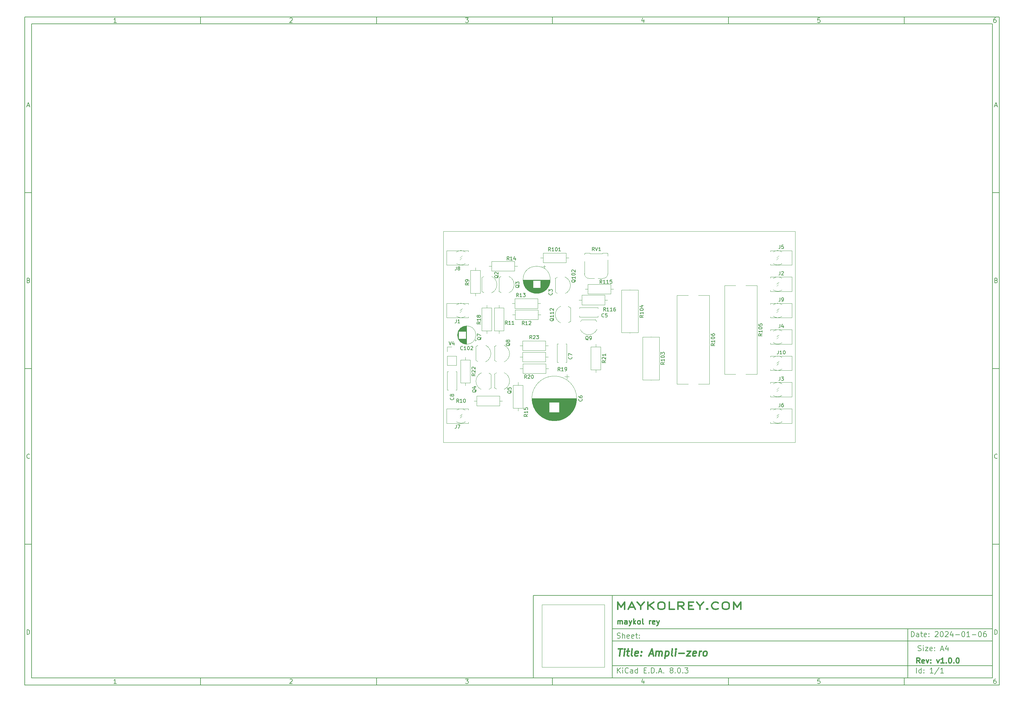
<source format=gbr>
%TF.GenerationSoftware,KiCad,Pcbnew,8.0.3-8.0.3-0~ubuntu22.04.1*%
%TF.CreationDate,2024-07-16T05:34:00-05:00*%
%TF.ProjectId,ampli-zero,616d706c-692d-47a6-9572-6f2e6b696361,v1.0.0*%
%TF.SameCoordinates,Original*%
%TF.FileFunction,Legend,Top*%
%TF.FilePolarity,Positive*%
%FSLAX46Y46*%
G04 Gerber Fmt 4.6, Leading zero omitted, Abs format (unit mm)*
G04 Created by KiCad (PCBNEW 8.0.3-8.0.3-0~ubuntu22.04.1) date 2024-07-16 05:34:00*
%MOMM*%
%LPD*%
G01*
G04 APERTURE LIST*
%ADD10C,0.100000*%
%ADD11C,0.150000*%
%ADD12C,0.300000*%
%ADD13C,0.400000*%
%ADD14C,0.120000*%
%TA.AperFunction,Profile*%
%ADD15C,0.100000*%
%TD*%
G04 APERTURE END LIST*
D10*
X157012200Y-177117000D02*
X157012200Y-194897000D01*
X174792200Y-194897000D01*
X174792200Y-177117000D01*
X157012200Y-177117000D01*
D11*
X177013200Y-174505000D02*
X285002200Y-174505000D01*
X285002200Y-198007000D01*
X177013200Y-198007000D01*
X177013200Y-174505000D01*
D10*
D11*
X10000000Y-10000000D02*
X287002200Y-10000000D01*
X287002200Y-200007200D01*
X10000000Y-200007200D01*
X10000000Y-10000000D01*
D10*
D11*
X12000000Y-12000000D02*
X285002200Y-12000000D01*
X285002200Y-198007200D01*
X12000000Y-198007200D01*
X12000000Y-12000000D01*
D10*
D11*
X60000000Y-12000000D02*
X60000000Y-10000000D01*
D10*
D11*
X110000000Y-12000000D02*
X110000000Y-10000000D01*
D10*
D11*
X160000000Y-12000000D02*
X160000000Y-10000000D01*
D10*
D11*
X210000000Y-12000000D02*
X210000000Y-10000000D01*
D10*
D11*
X260000000Y-12000000D02*
X260000000Y-10000000D01*
D10*
D11*
X36089160Y-11593604D02*
X35346303Y-11593604D01*
X35717731Y-11593604D02*
X35717731Y-10293604D01*
X35717731Y-10293604D02*
X35593922Y-10479319D01*
X35593922Y-10479319D02*
X35470112Y-10603128D01*
X35470112Y-10603128D02*
X35346303Y-10665033D01*
D10*
D11*
X85346303Y-10417414D02*
X85408207Y-10355509D01*
X85408207Y-10355509D02*
X85532017Y-10293604D01*
X85532017Y-10293604D02*
X85841541Y-10293604D01*
X85841541Y-10293604D02*
X85965350Y-10355509D01*
X85965350Y-10355509D02*
X86027255Y-10417414D01*
X86027255Y-10417414D02*
X86089160Y-10541223D01*
X86089160Y-10541223D02*
X86089160Y-10665033D01*
X86089160Y-10665033D02*
X86027255Y-10850747D01*
X86027255Y-10850747D02*
X85284398Y-11593604D01*
X85284398Y-11593604D02*
X86089160Y-11593604D01*
D10*
D11*
X135284398Y-10293604D02*
X136089160Y-10293604D01*
X136089160Y-10293604D02*
X135655826Y-10788842D01*
X135655826Y-10788842D02*
X135841541Y-10788842D01*
X135841541Y-10788842D02*
X135965350Y-10850747D01*
X135965350Y-10850747D02*
X136027255Y-10912652D01*
X136027255Y-10912652D02*
X136089160Y-11036461D01*
X136089160Y-11036461D02*
X136089160Y-11345985D01*
X136089160Y-11345985D02*
X136027255Y-11469795D01*
X136027255Y-11469795D02*
X135965350Y-11531700D01*
X135965350Y-11531700D02*
X135841541Y-11593604D01*
X135841541Y-11593604D02*
X135470112Y-11593604D01*
X135470112Y-11593604D02*
X135346303Y-11531700D01*
X135346303Y-11531700D02*
X135284398Y-11469795D01*
D10*
D11*
X185965350Y-10726938D02*
X185965350Y-11593604D01*
X185655826Y-10231700D02*
X185346303Y-11160271D01*
X185346303Y-11160271D02*
X186151064Y-11160271D01*
D10*
D11*
X236027255Y-10293604D02*
X235408207Y-10293604D01*
X235408207Y-10293604D02*
X235346303Y-10912652D01*
X235346303Y-10912652D02*
X235408207Y-10850747D01*
X235408207Y-10850747D02*
X235532017Y-10788842D01*
X235532017Y-10788842D02*
X235841541Y-10788842D01*
X235841541Y-10788842D02*
X235965350Y-10850747D01*
X235965350Y-10850747D02*
X236027255Y-10912652D01*
X236027255Y-10912652D02*
X236089160Y-11036461D01*
X236089160Y-11036461D02*
X236089160Y-11345985D01*
X236089160Y-11345985D02*
X236027255Y-11469795D01*
X236027255Y-11469795D02*
X235965350Y-11531700D01*
X235965350Y-11531700D02*
X235841541Y-11593604D01*
X235841541Y-11593604D02*
X235532017Y-11593604D01*
X235532017Y-11593604D02*
X235408207Y-11531700D01*
X235408207Y-11531700D02*
X235346303Y-11469795D01*
D10*
D11*
X285965350Y-10293604D02*
X285717731Y-10293604D01*
X285717731Y-10293604D02*
X285593922Y-10355509D01*
X285593922Y-10355509D02*
X285532017Y-10417414D01*
X285532017Y-10417414D02*
X285408207Y-10603128D01*
X285408207Y-10603128D02*
X285346303Y-10850747D01*
X285346303Y-10850747D02*
X285346303Y-11345985D01*
X285346303Y-11345985D02*
X285408207Y-11469795D01*
X285408207Y-11469795D02*
X285470112Y-11531700D01*
X285470112Y-11531700D02*
X285593922Y-11593604D01*
X285593922Y-11593604D02*
X285841541Y-11593604D01*
X285841541Y-11593604D02*
X285965350Y-11531700D01*
X285965350Y-11531700D02*
X286027255Y-11469795D01*
X286027255Y-11469795D02*
X286089160Y-11345985D01*
X286089160Y-11345985D02*
X286089160Y-11036461D01*
X286089160Y-11036461D02*
X286027255Y-10912652D01*
X286027255Y-10912652D02*
X285965350Y-10850747D01*
X285965350Y-10850747D02*
X285841541Y-10788842D01*
X285841541Y-10788842D02*
X285593922Y-10788842D01*
X285593922Y-10788842D02*
X285470112Y-10850747D01*
X285470112Y-10850747D02*
X285408207Y-10912652D01*
X285408207Y-10912652D02*
X285346303Y-11036461D01*
D10*
D11*
X60000000Y-198007200D02*
X60000000Y-200007200D01*
D10*
D11*
X110000000Y-198007200D02*
X110000000Y-200007200D01*
D10*
D11*
X160000000Y-198007200D02*
X160000000Y-200007200D01*
D10*
D11*
X210000000Y-198007200D02*
X210000000Y-200007200D01*
D10*
D11*
X260000000Y-198007200D02*
X260000000Y-200007200D01*
D10*
D11*
X36089160Y-199600804D02*
X35346303Y-199600804D01*
X35717731Y-199600804D02*
X35717731Y-198300804D01*
X35717731Y-198300804D02*
X35593922Y-198486519D01*
X35593922Y-198486519D02*
X35470112Y-198610328D01*
X35470112Y-198610328D02*
X35346303Y-198672233D01*
D10*
D11*
X85346303Y-198424614D02*
X85408207Y-198362709D01*
X85408207Y-198362709D02*
X85532017Y-198300804D01*
X85532017Y-198300804D02*
X85841541Y-198300804D01*
X85841541Y-198300804D02*
X85965350Y-198362709D01*
X85965350Y-198362709D02*
X86027255Y-198424614D01*
X86027255Y-198424614D02*
X86089160Y-198548423D01*
X86089160Y-198548423D02*
X86089160Y-198672233D01*
X86089160Y-198672233D02*
X86027255Y-198857947D01*
X86027255Y-198857947D02*
X85284398Y-199600804D01*
X85284398Y-199600804D02*
X86089160Y-199600804D01*
D10*
D11*
X135284398Y-198300804D02*
X136089160Y-198300804D01*
X136089160Y-198300804D02*
X135655826Y-198796042D01*
X135655826Y-198796042D02*
X135841541Y-198796042D01*
X135841541Y-198796042D02*
X135965350Y-198857947D01*
X135965350Y-198857947D02*
X136027255Y-198919852D01*
X136027255Y-198919852D02*
X136089160Y-199043661D01*
X136089160Y-199043661D02*
X136089160Y-199353185D01*
X136089160Y-199353185D02*
X136027255Y-199476995D01*
X136027255Y-199476995D02*
X135965350Y-199538900D01*
X135965350Y-199538900D02*
X135841541Y-199600804D01*
X135841541Y-199600804D02*
X135470112Y-199600804D01*
X135470112Y-199600804D02*
X135346303Y-199538900D01*
X135346303Y-199538900D02*
X135284398Y-199476995D01*
D10*
D11*
X185965350Y-198734138D02*
X185965350Y-199600804D01*
X185655826Y-198238900D02*
X185346303Y-199167471D01*
X185346303Y-199167471D02*
X186151064Y-199167471D01*
D10*
D11*
X236027255Y-198300804D02*
X235408207Y-198300804D01*
X235408207Y-198300804D02*
X235346303Y-198919852D01*
X235346303Y-198919852D02*
X235408207Y-198857947D01*
X235408207Y-198857947D02*
X235532017Y-198796042D01*
X235532017Y-198796042D02*
X235841541Y-198796042D01*
X235841541Y-198796042D02*
X235965350Y-198857947D01*
X235965350Y-198857947D02*
X236027255Y-198919852D01*
X236027255Y-198919852D02*
X236089160Y-199043661D01*
X236089160Y-199043661D02*
X236089160Y-199353185D01*
X236089160Y-199353185D02*
X236027255Y-199476995D01*
X236027255Y-199476995D02*
X235965350Y-199538900D01*
X235965350Y-199538900D02*
X235841541Y-199600804D01*
X235841541Y-199600804D02*
X235532017Y-199600804D01*
X235532017Y-199600804D02*
X235408207Y-199538900D01*
X235408207Y-199538900D02*
X235346303Y-199476995D01*
D10*
D11*
X285965350Y-198300804D02*
X285717731Y-198300804D01*
X285717731Y-198300804D02*
X285593922Y-198362709D01*
X285593922Y-198362709D02*
X285532017Y-198424614D01*
X285532017Y-198424614D02*
X285408207Y-198610328D01*
X285408207Y-198610328D02*
X285346303Y-198857947D01*
X285346303Y-198857947D02*
X285346303Y-199353185D01*
X285346303Y-199353185D02*
X285408207Y-199476995D01*
X285408207Y-199476995D02*
X285470112Y-199538900D01*
X285470112Y-199538900D02*
X285593922Y-199600804D01*
X285593922Y-199600804D02*
X285841541Y-199600804D01*
X285841541Y-199600804D02*
X285965350Y-199538900D01*
X285965350Y-199538900D02*
X286027255Y-199476995D01*
X286027255Y-199476995D02*
X286089160Y-199353185D01*
X286089160Y-199353185D02*
X286089160Y-199043661D01*
X286089160Y-199043661D02*
X286027255Y-198919852D01*
X286027255Y-198919852D02*
X285965350Y-198857947D01*
X285965350Y-198857947D02*
X285841541Y-198796042D01*
X285841541Y-198796042D02*
X285593922Y-198796042D01*
X285593922Y-198796042D02*
X285470112Y-198857947D01*
X285470112Y-198857947D02*
X285408207Y-198919852D01*
X285408207Y-198919852D02*
X285346303Y-199043661D01*
D10*
D11*
X10000000Y-60000000D02*
X12000000Y-60000000D01*
D10*
D11*
X10000000Y-110000000D02*
X12000000Y-110000000D01*
D10*
D11*
X10000000Y-160000000D02*
X12000000Y-160000000D01*
D10*
D11*
X10690476Y-35222176D02*
X11309523Y-35222176D01*
X10566666Y-35593604D02*
X10999999Y-34293604D01*
X10999999Y-34293604D02*
X11433333Y-35593604D01*
D10*
D11*
X11092857Y-84912652D02*
X11278571Y-84974557D01*
X11278571Y-84974557D02*
X11340476Y-85036461D01*
X11340476Y-85036461D02*
X11402380Y-85160271D01*
X11402380Y-85160271D02*
X11402380Y-85345985D01*
X11402380Y-85345985D02*
X11340476Y-85469795D01*
X11340476Y-85469795D02*
X11278571Y-85531700D01*
X11278571Y-85531700D02*
X11154761Y-85593604D01*
X11154761Y-85593604D02*
X10659523Y-85593604D01*
X10659523Y-85593604D02*
X10659523Y-84293604D01*
X10659523Y-84293604D02*
X11092857Y-84293604D01*
X11092857Y-84293604D02*
X11216666Y-84355509D01*
X11216666Y-84355509D02*
X11278571Y-84417414D01*
X11278571Y-84417414D02*
X11340476Y-84541223D01*
X11340476Y-84541223D02*
X11340476Y-84665033D01*
X11340476Y-84665033D02*
X11278571Y-84788842D01*
X11278571Y-84788842D02*
X11216666Y-84850747D01*
X11216666Y-84850747D02*
X11092857Y-84912652D01*
X11092857Y-84912652D02*
X10659523Y-84912652D01*
D10*
D11*
X11402380Y-135469795D02*
X11340476Y-135531700D01*
X11340476Y-135531700D02*
X11154761Y-135593604D01*
X11154761Y-135593604D02*
X11030952Y-135593604D01*
X11030952Y-135593604D02*
X10845238Y-135531700D01*
X10845238Y-135531700D02*
X10721428Y-135407890D01*
X10721428Y-135407890D02*
X10659523Y-135284080D01*
X10659523Y-135284080D02*
X10597619Y-135036461D01*
X10597619Y-135036461D02*
X10597619Y-134850747D01*
X10597619Y-134850747D02*
X10659523Y-134603128D01*
X10659523Y-134603128D02*
X10721428Y-134479319D01*
X10721428Y-134479319D02*
X10845238Y-134355509D01*
X10845238Y-134355509D02*
X11030952Y-134293604D01*
X11030952Y-134293604D02*
X11154761Y-134293604D01*
X11154761Y-134293604D02*
X11340476Y-134355509D01*
X11340476Y-134355509D02*
X11402380Y-134417414D01*
D10*
D11*
X10659523Y-185593604D02*
X10659523Y-184293604D01*
X10659523Y-184293604D02*
X10969047Y-184293604D01*
X10969047Y-184293604D02*
X11154761Y-184355509D01*
X11154761Y-184355509D02*
X11278571Y-184479319D01*
X11278571Y-184479319D02*
X11340476Y-184603128D01*
X11340476Y-184603128D02*
X11402380Y-184850747D01*
X11402380Y-184850747D02*
X11402380Y-185036461D01*
X11402380Y-185036461D02*
X11340476Y-185284080D01*
X11340476Y-185284080D02*
X11278571Y-185407890D01*
X11278571Y-185407890D02*
X11154761Y-185531700D01*
X11154761Y-185531700D02*
X10969047Y-185593604D01*
X10969047Y-185593604D02*
X10659523Y-185593604D01*
D10*
D11*
X287002200Y-60000000D02*
X285002200Y-60000000D01*
D10*
D11*
X287002200Y-110000000D02*
X285002200Y-110000000D01*
D10*
D11*
X287002200Y-160000000D02*
X285002200Y-160000000D01*
D10*
D11*
X285692676Y-35222176D02*
X286311723Y-35222176D01*
X285568866Y-35593604D02*
X286002199Y-34293604D01*
X286002199Y-34293604D02*
X286435533Y-35593604D01*
D10*
D11*
X286095057Y-84912652D02*
X286280771Y-84974557D01*
X286280771Y-84974557D02*
X286342676Y-85036461D01*
X286342676Y-85036461D02*
X286404580Y-85160271D01*
X286404580Y-85160271D02*
X286404580Y-85345985D01*
X286404580Y-85345985D02*
X286342676Y-85469795D01*
X286342676Y-85469795D02*
X286280771Y-85531700D01*
X286280771Y-85531700D02*
X286156961Y-85593604D01*
X286156961Y-85593604D02*
X285661723Y-85593604D01*
X285661723Y-85593604D02*
X285661723Y-84293604D01*
X285661723Y-84293604D02*
X286095057Y-84293604D01*
X286095057Y-84293604D02*
X286218866Y-84355509D01*
X286218866Y-84355509D02*
X286280771Y-84417414D01*
X286280771Y-84417414D02*
X286342676Y-84541223D01*
X286342676Y-84541223D02*
X286342676Y-84665033D01*
X286342676Y-84665033D02*
X286280771Y-84788842D01*
X286280771Y-84788842D02*
X286218866Y-84850747D01*
X286218866Y-84850747D02*
X286095057Y-84912652D01*
X286095057Y-84912652D02*
X285661723Y-84912652D01*
D10*
D11*
X286404580Y-135469795D02*
X286342676Y-135531700D01*
X286342676Y-135531700D02*
X286156961Y-135593604D01*
X286156961Y-135593604D02*
X286033152Y-135593604D01*
X286033152Y-135593604D02*
X285847438Y-135531700D01*
X285847438Y-135531700D02*
X285723628Y-135407890D01*
X285723628Y-135407890D02*
X285661723Y-135284080D01*
X285661723Y-135284080D02*
X285599819Y-135036461D01*
X285599819Y-135036461D02*
X285599819Y-134850747D01*
X285599819Y-134850747D02*
X285661723Y-134603128D01*
X285661723Y-134603128D02*
X285723628Y-134479319D01*
X285723628Y-134479319D02*
X285847438Y-134355509D01*
X285847438Y-134355509D02*
X286033152Y-134293604D01*
X286033152Y-134293604D02*
X286156961Y-134293604D01*
X286156961Y-134293604D02*
X286342676Y-134355509D01*
X286342676Y-134355509D02*
X286404580Y-134417414D01*
D10*
D11*
X285661723Y-185593604D02*
X285661723Y-184293604D01*
X285661723Y-184293604D02*
X285971247Y-184293604D01*
X285971247Y-184293604D02*
X286156961Y-184355509D01*
X286156961Y-184355509D02*
X286280771Y-184479319D01*
X286280771Y-184479319D02*
X286342676Y-184603128D01*
X286342676Y-184603128D02*
X286404580Y-184850747D01*
X286404580Y-184850747D02*
X286404580Y-185036461D01*
X286404580Y-185036461D02*
X286342676Y-185284080D01*
X286342676Y-185284080D02*
X286280771Y-185407890D01*
X286280771Y-185407890D02*
X286156961Y-185531700D01*
X286156961Y-185531700D02*
X285971247Y-185593604D01*
X285971247Y-185593604D02*
X285661723Y-185593604D01*
D10*
D11*
X261958026Y-186293128D02*
X261958026Y-184793128D01*
X261958026Y-184793128D02*
X262315169Y-184793128D01*
X262315169Y-184793128D02*
X262529455Y-184864557D01*
X262529455Y-184864557D02*
X262672312Y-185007414D01*
X262672312Y-185007414D02*
X262743741Y-185150271D01*
X262743741Y-185150271D02*
X262815169Y-185435985D01*
X262815169Y-185435985D02*
X262815169Y-185650271D01*
X262815169Y-185650271D02*
X262743741Y-185935985D01*
X262743741Y-185935985D02*
X262672312Y-186078842D01*
X262672312Y-186078842D02*
X262529455Y-186221700D01*
X262529455Y-186221700D02*
X262315169Y-186293128D01*
X262315169Y-186293128D02*
X261958026Y-186293128D01*
X264100884Y-186293128D02*
X264100884Y-185507414D01*
X264100884Y-185507414D02*
X264029455Y-185364557D01*
X264029455Y-185364557D02*
X263886598Y-185293128D01*
X263886598Y-185293128D02*
X263600884Y-185293128D01*
X263600884Y-185293128D02*
X263458026Y-185364557D01*
X264100884Y-186221700D02*
X263958026Y-186293128D01*
X263958026Y-186293128D02*
X263600884Y-186293128D01*
X263600884Y-186293128D02*
X263458026Y-186221700D01*
X263458026Y-186221700D02*
X263386598Y-186078842D01*
X263386598Y-186078842D02*
X263386598Y-185935985D01*
X263386598Y-185935985D02*
X263458026Y-185793128D01*
X263458026Y-185793128D02*
X263600884Y-185721700D01*
X263600884Y-185721700D02*
X263958026Y-185721700D01*
X263958026Y-185721700D02*
X264100884Y-185650271D01*
X264600884Y-185293128D02*
X265172312Y-185293128D01*
X264815169Y-184793128D02*
X264815169Y-186078842D01*
X264815169Y-186078842D02*
X264886598Y-186221700D01*
X264886598Y-186221700D02*
X265029455Y-186293128D01*
X265029455Y-186293128D02*
X265172312Y-186293128D01*
X266243741Y-186221700D02*
X266100884Y-186293128D01*
X266100884Y-186293128D02*
X265815170Y-186293128D01*
X265815170Y-186293128D02*
X265672312Y-186221700D01*
X265672312Y-186221700D02*
X265600884Y-186078842D01*
X265600884Y-186078842D02*
X265600884Y-185507414D01*
X265600884Y-185507414D02*
X265672312Y-185364557D01*
X265672312Y-185364557D02*
X265815170Y-185293128D01*
X265815170Y-185293128D02*
X266100884Y-185293128D01*
X266100884Y-185293128D02*
X266243741Y-185364557D01*
X266243741Y-185364557D02*
X266315170Y-185507414D01*
X266315170Y-185507414D02*
X266315170Y-185650271D01*
X266315170Y-185650271D02*
X265600884Y-185793128D01*
X266958026Y-186150271D02*
X267029455Y-186221700D01*
X267029455Y-186221700D02*
X266958026Y-186293128D01*
X266958026Y-186293128D02*
X266886598Y-186221700D01*
X266886598Y-186221700D02*
X266958026Y-186150271D01*
X266958026Y-186150271D02*
X266958026Y-186293128D01*
X266958026Y-185364557D02*
X267029455Y-185435985D01*
X267029455Y-185435985D02*
X266958026Y-185507414D01*
X266958026Y-185507414D02*
X266886598Y-185435985D01*
X266886598Y-185435985D02*
X266958026Y-185364557D01*
X266958026Y-185364557D02*
X266958026Y-185507414D01*
X268743741Y-184935985D02*
X268815169Y-184864557D01*
X268815169Y-184864557D02*
X268958027Y-184793128D01*
X268958027Y-184793128D02*
X269315169Y-184793128D01*
X269315169Y-184793128D02*
X269458027Y-184864557D01*
X269458027Y-184864557D02*
X269529455Y-184935985D01*
X269529455Y-184935985D02*
X269600884Y-185078842D01*
X269600884Y-185078842D02*
X269600884Y-185221700D01*
X269600884Y-185221700D02*
X269529455Y-185435985D01*
X269529455Y-185435985D02*
X268672312Y-186293128D01*
X268672312Y-186293128D02*
X269600884Y-186293128D01*
X270529455Y-184793128D02*
X270672312Y-184793128D01*
X270672312Y-184793128D02*
X270815169Y-184864557D01*
X270815169Y-184864557D02*
X270886598Y-184935985D01*
X270886598Y-184935985D02*
X270958026Y-185078842D01*
X270958026Y-185078842D02*
X271029455Y-185364557D01*
X271029455Y-185364557D02*
X271029455Y-185721700D01*
X271029455Y-185721700D02*
X270958026Y-186007414D01*
X270958026Y-186007414D02*
X270886598Y-186150271D01*
X270886598Y-186150271D02*
X270815169Y-186221700D01*
X270815169Y-186221700D02*
X270672312Y-186293128D01*
X270672312Y-186293128D02*
X270529455Y-186293128D01*
X270529455Y-186293128D02*
X270386598Y-186221700D01*
X270386598Y-186221700D02*
X270315169Y-186150271D01*
X270315169Y-186150271D02*
X270243740Y-186007414D01*
X270243740Y-186007414D02*
X270172312Y-185721700D01*
X270172312Y-185721700D02*
X270172312Y-185364557D01*
X270172312Y-185364557D02*
X270243740Y-185078842D01*
X270243740Y-185078842D02*
X270315169Y-184935985D01*
X270315169Y-184935985D02*
X270386598Y-184864557D01*
X270386598Y-184864557D02*
X270529455Y-184793128D01*
X271600883Y-184935985D02*
X271672311Y-184864557D01*
X271672311Y-184864557D02*
X271815169Y-184793128D01*
X271815169Y-184793128D02*
X272172311Y-184793128D01*
X272172311Y-184793128D02*
X272315169Y-184864557D01*
X272315169Y-184864557D02*
X272386597Y-184935985D01*
X272386597Y-184935985D02*
X272458026Y-185078842D01*
X272458026Y-185078842D02*
X272458026Y-185221700D01*
X272458026Y-185221700D02*
X272386597Y-185435985D01*
X272386597Y-185435985D02*
X271529454Y-186293128D01*
X271529454Y-186293128D02*
X272458026Y-186293128D01*
X273743740Y-185293128D02*
X273743740Y-186293128D01*
X273386597Y-184721700D02*
X273029454Y-185793128D01*
X273029454Y-185793128D02*
X273958025Y-185793128D01*
X274529453Y-185721700D02*
X275672311Y-185721700D01*
X276672311Y-184793128D02*
X276815168Y-184793128D01*
X276815168Y-184793128D02*
X276958025Y-184864557D01*
X276958025Y-184864557D02*
X277029454Y-184935985D01*
X277029454Y-184935985D02*
X277100882Y-185078842D01*
X277100882Y-185078842D02*
X277172311Y-185364557D01*
X277172311Y-185364557D02*
X277172311Y-185721700D01*
X277172311Y-185721700D02*
X277100882Y-186007414D01*
X277100882Y-186007414D02*
X277029454Y-186150271D01*
X277029454Y-186150271D02*
X276958025Y-186221700D01*
X276958025Y-186221700D02*
X276815168Y-186293128D01*
X276815168Y-186293128D02*
X276672311Y-186293128D01*
X276672311Y-186293128D02*
X276529454Y-186221700D01*
X276529454Y-186221700D02*
X276458025Y-186150271D01*
X276458025Y-186150271D02*
X276386596Y-186007414D01*
X276386596Y-186007414D02*
X276315168Y-185721700D01*
X276315168Y-185721700D02*
X276315168Y-185364557D01*
X276315168Y-185364557D02*
X276386596Y-185078842D01*
X276386596Y-185078842D02*
X276458025Y-184935985D01*
X276458025Y-184935985D02*
X276529454Y-184864557D01*
X276529454Y-184864557D02*
X276672311Y-184793128D01*
X278600882Y-186293128D02*
X277743739Y-186293128D01*
X278172310Y-186293128D02*
X278172310Y-184793128D01*
X278172310Y-184793128D02*
X278029453Y-185007414D01*
X278029453Y-185007414D02*
X277886596Y-185150271D01*
X277886596Y-185150271D02*
X277743739Y-185221700D01*
X279243738Y-185721700D02*
X280386596Y-185721700D01*
X281386596Y-184793128D02*
X281529453Y-184793128D01*
X281529453Y-184793128D02*
X281672310Y-184864557D01*
X281672310Y-184864557D02*
X281743739Y-184935985D01*
X281743739Y-184935985D02*
X281815167Y-185078842D01*
X281815167Y-185078842D02*
X281886596Y-185364557D01*
X281886596Y-185364557D02*
X281886596Y-185721700D01*
X281886596Y-185721700D02*
X281815167Y-186007414D01*
X281815167Y-186007414D02*
X281743739Y-186150271D01*
X281743739Y-186150271D02*
X281672310Y-186221700D01*
X281672310Y-186221700D02*
X281529453Y-186293128D01*
X281529453Y-186293128D02*
X281386596Y-186293128D01*
X281386596Y-186293128D02*
X281243739Y-186221700D01*
X281243739Y-186221700D02*
X281172310Y-186150271D01*
X281172310Y-186150271D02*
X281100881Y-186007414D01*
X281100881Y-186007414D02*
X281029453Y-185721700D01*
X281029453Y-185721700D02*
X281029453Y-185364557D01*
X281029453Y-185364557D02*
X281100881Y-185078842D01*
X281100881Y-185078842D02*
X281172310Y-184935985D01*
X281172310Y-184935985D02*
X281243739Y-184864557D01*
X281243739Y-184864557D02*
X281386596Y-184793128D01*
X283172310Y-184793128D02*
X282886595Y-184793128D01*
X282886595Y-184793128D02*
X282743738Y-184864557D01*
X282743738Y-184864557D02*
X282672310Y-184935985D01*
X282672310Y-184935985D02*
X282529452Y-185150271D01*
X282529452Y-185150271D02*
X282458024Y-185435985D01*
X282458024Y-185435985D02*
X282458024Y-186007414D01*
X282458024Y-186007414D02*
X282529452Y-186150271D01*
X282529452Y-186150271D02*
X282600881Y-186221700D01*
X282600881Y-186221700D02*
X282743738Y-186293128D01*
X282743738Y-186293128D02*
X283029452Y-186293128D01*
X283029452Y-186293128D02*
X283172310Y-186221700D01*
X283172310Y-186221700D02*
X283243738Y-186150271D01*
X283243738Y-186150271D02*
X283315167Y-186007414D01*
X283315167Y-186007414D02*
X283315167Y-185650271D01*
X283315167Y-185650271D02*
X283243738Y-185507414D01*
X283243738Y-185507414D02*
X283172310Y-185435985D01*
X283172310Y-185435985D02*
X283029452Y-185364557D01*
X283029452Y-185364557D02*
X282743738Y-185364557D01*
X282743738Y-185364557D02*
X282600881Y-185435985D01*
X282600881Y-185435985D02*
X282529452Y-185507414D01*
X282529452Y-185507414D02*
X282458024Y-185650271D01*
D10*
D11*
X177002200Y-194507200D02*
X285002200Y-194507200D01*
D10*
D11*
X178458026Y-196593328D02*
X178458026Y-195093328D01*
X179315169Y-196593328D02*
X178672312Y-195736185D01*
X179315169Y-195093328D02*
X178458026Y-195950471D01*
X179958026Y-196593328D02*
X179958026Y-195593328D01*
X179958026Y-195093328D02*
X179886598Y-195164757D01*
X179886598Y-195164757D02*
X179958026Y-195236185D01*
X179958026Y-195236185D02*
X180029455Y-195164757D01*
X180029455Y-195164757D02*
X179958026Y-195093328D01*
X179958026Y-195093328D02*
X179958026Y-195236185D01*
X181529455Y-196450471D02*
X181458027Y-196521900D01*
X181458027Y-196521900D02*
X181243741Y-196593328D01*
X181243741Y-196593328D02*
X181100884Y-196593328D01*
X181100884Y-196593328D02*
X180886598Y-196521900D01*
X180886598Y-196521900D02*
X180743741Y-196379042D01*
X180743741Y-196379042D02*
X180672312Y-196236185D01*
X180672312Y-196236185D02*
X180600884Y-195950471D01*
X180600884Y-195950471D02*
X180600884Y-195736185D01*
X180600884Y-195736185D02*
X180672312Y-195450471D01*
X180672312Y-195450471D02*
X180743741Y-195307614D01*
X180743741Y-195307614D02*
X180886598Y-195164757D01*
X180886598Y-195164757D02*
X181100884Y-195093328D01*
X181100884Y-195093328D02*
X181243741Y-195093328D01*
X181243741Y-195093328D02*
X181458027Y-195164757D01*
X181458027Y-195164757D02*
X181529455Y-195236185D01*
X182815170Y-196593328D02*
X182815170Y-195807614D01*
X182815170Y-195807614D02*
X182743741Y-195664757D01*
X182743741Y-195664757D02*
X182600884Y-195593328D01*
X182600884Y-195593328D02*
X182315170Y-195593328D01*
X182315170Y-195593328D02*
X182172312Y-195664757D01*
X182815170Y-196521900D02*
X182672312Y-196593328D01*
X182672312Y-196593328D02*
X182315170Y-196593328D01*
X182315170Y-196593328D02*
X182172312Y-196521900D01*
X182172312Y-196521900D02*
X182100884Y-196379042D01*
X182100884Y-196379042D02*
X182100884Y-196236185D01*
X182100884Y-196236185D02*
X182172312Y-196093328D01*
X182172312Y-196093328D02*
X182315170Y-196021900D01*
X182315170Y-196021900D02*
X182672312Y-196021900D01*
X182672312Y-196021900D02*
X182815170Y-195950471D01*
X184172313Y-196593328D02*
X184172313Y-195093328D01*
X184172313Y-196521900D02*
X184029455Y-196593328D01*
X184029455Y-196593328D02*
X183743741Y-196593328D01*
X183743741Y-196593328D02*
X183600884Y-196521900D01*
X183600884Y-196521900D02*
X183529455Y-196450471D01*
X183529455Y-196450471D02*
X183458027Y-196307614D01*
X183458027Y-196307614D02*
X183458027Y-195879042D01*
X183458027Y-195879042D02*
X183529455Y-195736185D01*
X183529455Y-195736185D02*
X183600884Y-195664757D01*
X183600884Y-195664757D02*
X183743741Y-195593328D01*
X183743741Y-195593328D02*
X184029455Y-195593328D01*
X184029455Y-195593328D02*
X184172313Y-195664757D01*
X186029455Y-195807614D02*
X186529455Y-195807614D01*
X186743741Y-196593328D02*
X186029455Y-196593328D01*
X186029455Y-196593328D02*
X186029455Y-195093328D01*
X186029455Y-195093328D02*
X186743741Y-195093328D01*
X187386598Y-196450471D02*
X187458027Y-196521900D01*
X187458027Y-196521900D02*
X187386598Y-196593328D01*
X187386598Y-196593328D02*
X187315170Y-196521900D01*
X187315170Y-196521900D02*
X187386598Y-196450471D01*
X187386598Y-196450471D02*
X187386598Y-196593328D01*
X188100884Y-196593328D02*
X188100884Y-195093328D01*
X188100884Y-195093328D02*
X188458027Y-195093328D01*
X188458027Y-195093328D02*
X188672313Y-195164757D01*
X188672313Y-195164757D02*
X188815170Y-195307614D01*
X188815170Y-195307614D02*
X188886599Y-195450471D01*
X188886599Y-195450471D02*
X188958027Y-195736185D01*
X188958027Y-195736185D02*
X188958027Y-195950471D01*
X188958027Y-195950471D02*
X188886599Y-196236185D01*
X188886599Y-196236185D02*
X188815170Y-196379042D01*
X188815170Y-196379042D02*
X188672313Y-196521900D01*
X188672313Y-196521900D02*
X188458027Y-196593328D01*
X188458027Y-196593328D02*
X188100884Y-196593328D01*
X189600884Y-196450471D02*
X189672313Y-196521900D01*
X189672313Y-196521900D02*
X189600884Y-196593328D01*
X189600884Y-196593328D02*
X189529456Y-196521900D01*
X189529456Y-196521900D02*
X189600884Y-196450471D01*
X189600884Y-196450471D02*
X189600884Y-196593328D01*
X190243742Y-196164757D02*
X190958028Y-196164757D01*
X190100885Y-196593328D02*
X190600885Y-195093328D01*
X190600885Y-195093328D02*
X191100885Y-196593328D01*
X191600884Y-196450471D02*
X191672313Y-196521900D01*
X191672313Y-196521900D02*
X191600884Y-196593328D01*
X191600884Y-196593328D02*
X191529456Y-196521900D01*
X191529456Y-196521900D02*
X191600884Y-196450471D01*
X191600884Y-196450471D02*
X191600884Y-196593328D01*
X193672313Y-195736185D02*
X193529456Y-195664757D01*
X193529456Y-195664757D02*
X193458027Y-195593328D01*
X193458027Y-195593328D02*
X193386599Y-195450471D01*
X193386599Y-195450471D02*
X193386599Y-195379042D01*
X193386599Y-195379042D02*
X193458027Y-195236185D01*
X193458027Y-195236185D02*
X193529456Y-195164757D01*
X193529456Y-195164757D02*
X193672313Y-195093328D01*
X193672313Y-195093328D02*
X193958027Y-195093328D01*
X193958027Y-195093328D02*
X194100885Y-195164757D01*
X194100885Y-195164757D02*
X194172313Y-195236185D01*
X194172313Y-195236185D02*
X194243742Y-195379042D01*
X194243742Y-195379042D02*
X194243742Y-195450471D01*
X194243742Y-195450471D02*
X194172313Y-195593328D01*
X194172313Y-195593328D02*
X194100885Y-195664757D01*
X194100885Y-195664757D02*
X193958027Y-195736185D01*
X193958027Y-195736185D02*
X193672313Y-195736185D01*
X193672313Y-195736185D02*
X193529456Y-195807614D01*
X193529456Y-195807614D02*
X193458027Y-195879042D01*
X193458027Y-195879042D02*
X193386599Y-196021900D01*
X193386599Y-196021900D02*
X193386599Y-196307614D01*
X193386599Y-196307614D02*
X193458027Y-196450471D01*
X193458027Y-196450471D02*
X193529456Y-196521900D01*
X193529456Y-196521900D02*
X193672313Y-196593328D01*
X193672313Y-196593328D02*
X193958027Y-196593328D01*
X193958027Y-196593328D02*
X194100885Y-196521900D01*
X194100885Y-196521900D02*
X194172313Y-196450471D01*
X194172313Y-196450471D02*
X194243742Y-196307614D01*
X194243742Y-196307614D02*
X194243742Y-196021900D01*
X194243742Y-196021900D02*
X194172313Y-195879042D01*
X194172313Y-195879042D02*
X194100885Y-195807614D01*
X194100885Y-195807614D02*
X193958027Y-195736185D01*
X194886598Y-196450471D02*
X194958027Y-196521900D01*
X194958027Y-196521900D02*
X194886598Y-196593328D01*
X194886598Y-196593328D02*
X194815170Y-196521900D01*
X194815170Y-196521900D02*
X194886598Y-196450471D01*
X194886598Y-196450471D02*
X194886598Y-196593328D01*
X195886599Y-195093328D02*
X196029456Y-195093328D01*
X196029456Y-195093328D02*
X196172313Y-195164757D01*
X196172313Y-195164757D02*
X196243742Y-195236185D01*
X196243742Y-195236185D02*
X196315170Y-195379042D01*
X196315170Y-195379042D02*
X196386599Y-195664757D01*
X196386599Y-195664757D02*
X196386599Y-196021900D01*
X196386599Y-196021900D02*
X196315170Y-196307614D01*
X196315170Y-196307614D02*
X196243742Y-196450471D01*
X196243742Y-196450471D02*
X196172313Y-196521900D01*
X196172313Y-196521900D02*
X196029456Y-196593328D01*
X196029456Y-196593328D02*
X195886599Y-196593328D01*
X195886599Y-196593328D02*
X195743742Y-196521900D01*
X195743742Y-196521900D02*
X195672313Y-196450471D01*
X195672313Y-196450471D02*
X195600884Y-196307614D01*
X195600884Y-196307614D02*
X195529456Y-196021900D01*
X195529456Y-196021900D02*
X195529456Y-195664757D01*
X195529456Y-195664757D02*
X195600884Y-195379042D01*
X195600884Y-195379042D02*
X195672313Y-195236185D01*
X195672313Y-195236185D02*
X195743742Y-195164757D01*
X195743742Y-195164757D02*
X195886599Y-195093328D01*
X197029455Y-196450471D02*
X197100884Y-196521900D01*
X197100884Y-196521900D02*
X197029455Y-196593328D01*
X197029455Y-196593328D02*
X196958027Y-196521900D01*
X196958027Y-196521900D02*
X197029455Y-196450471D01*
X197029455Y-196450471D02*
X197029455Y-196593328D01*
X197600884Y-195093328D02*
X198529456Y-195093328D01*
X198529456Y-195093328D02*
X198029456Y-195664757D01*
X198029456Y-195664757D02*
X198243741Y-195664757D01*
X198243741Y-195664757D02*
X198386599Y-195736185D01*
X198386599Y-195736185D02*
X198458027Y-195807614D01*
X198458027Y-195807614D02*
X198529456Y-195950471D01*
X198529456Y-195950471D02*
X198529456Y-196307614D01*
X198529456Y-196307614D02*
X198458027Y-196450471D01*
X198458027Y-196450471D02*
X198386599Y-196521900D01*
X198386599Y-196521900D02*
X198243741Y-196593328D01*
X198243741Y-196593328D02*
X197815170Y-196593328D01*
X197815170Y-196593328D02*
X197672313Y-196521900D01*
X197672313Y-196521900D02*
X197600884Y-196450471D01*
D10*
D12*
X264413853Y-193785528D02*
X263913853Y-193071242D01*
X263556710Y-193785528D02*
X263556710Y-192285528D01*
X263556710Y-192285528D02*
X264128139Y-192285528D01*
X264128139Y-192285528D02*
X264270996Y-192356957D01*
X264270996Y-192356957D02*
X264342425Y-192428385D01*
X264342425Y-192428385D02*
X264413853Y-192571242D01*
X264413853Y-192571242D02*
X264413853Y-192785528D01*
X264413853Y-192785528D02*
X264342425Y-192928385D01*
X264342425Y-192928385D02*
X264270996Y-192999814D01*
X264270996Y-192999814D02*
X264128139Y-193071242D01*
X264128139Y-193071242D02*
X263556710Y-193071242D01*
X265628139Y-193714100D02*
X265485282Y-193785528D01*
X265485282Y-193785528D02*
X265199568Y-193785528D01*
X265199568Y-193785528D02*
X265056710Y-193714100D01*
X265056710Y-193714100D02*
X264985282Y-193571242D01*
X264985282Y-193571242D02*
X264985282Y-192999814D01*
X264985282Y-192999814D02*
X265056710Y-192856957D01*
X265056710Y-192856957D02*
X265199568Y-192785528D01*
X265199568Y-192785528D02*
X265485282Y-192785528D01*
X265485282Y-192785528D02*
X265628139Y-192856957D01*
X265628139Y-192856957D02*
X265699568Y-192999814D01*
X265699568Y-192999814D02*
X265699568Y-193142671D01*
X265699568Y-193142671D02*
X264985282Y-193285528D01*
X266199567Y-192785528D02*
X266556710Y-193785528D01*
X266556710Y-193785528D02*
X266913853Y-192785528D01*
X267485281Y-193642671D02*
X267556710Y-193714100D01*
X267556710Y-193714100D02*
X267485281Y-193785528D01*
X267485281Y-193785528D02*
X267413853Y-193714100D01*
X267413853Y-193714100D02*
X267485281Y-193642671D01*
X267485281Y-193642671D02*
X267485281Y-193785528D01*
X267485281Y-192856957D02*
X267556710Y-192928385D01*
X267556710Y-192928385D02*
X267485281Y-192999814D01*
X267485281Y-192999814D02*
X267413853Y-192928385D01*
X267413853Y-192928385D02*
X267485281Y-192856957D01*
X267485281Y-192856957D02*
X267485281Y-192999814D01*
X269199567Y-192785528D02*
X269556710Y-193785528D01*
X269556710Y-193785528D02*
X269913853Y-192785528D01*
X271270996Y-193785528D02*
X270413853Y-193785528D01*
X270842424Y-193785528D02*
X270842424Y-192285528D01*
X270842424Y-192285528D02*
X270699567Y-192499814D01*
X270699567Y-192499814D02*
X270556710Y-192642671D01*
X270556710Y-192642671D02*
X270413853Y-192714100D01*
X271913852Y-193642671D02*
X271985281Y-193714100D01*
X271985281Y-193714100D02*
X271913852Y-193785528D01*
X271913852Y-193785528D02*
X271842424Y-193714100D01*
X271842424Y-193714100D02*
X271913852Y-193642671D01*
X271913852Y-193642671D02*
X271913852Y-193785528D01*
X272913853Y-192285528D02*
X273056710Y-192285528D01*
X273056710Y-192285528D02*
X273199567Y-192356957D01*
X273199567Y-192356957D02*
X273270996Y-192428385D01*
X273270996Y-192428385D02*
X273342424Y-192571242D01*
X273342424Y-192571242D02*
X273413853Y-192856957D01*
X273413853Y-192856957D02*
X273413853Y-193214100D01*
X273413853Y-193214100D02*
X273342424Y-193499814D01*
X273342424Y-193499814D02*
X273270996Y-193642671D01*
X273270996Y-193642671D02*
X273199567Y-193714100D01*
X273199567Y-193714100D02*
X273056710Y-193785528D01*
X273056710Y-193785528D02*
X272913853Y-193785528D01*
X272913853Y-193785528D02*
X272770996Y-193714100D01*
X272770996Y-193714100D02*
X272699567Y-193642671D01*
X272699567Y-193642671D02*
X272628138Y-193499814D01*
X272628138Y-193499814D02*
X272556710Y-193214100D01*
X272556710Y-193214100D02*
X272556710Y-192856957D01*
X272556710Y-192856957D02*
X272628138Y-192571242D01*
X272628138Y-192571242D02*
X272699567Y-192428385D01*
X272699567Y-192428385D02*
X272770996Y-192356957D01*
X272770996Y-192356957D02*
X272913853Y-192285528D01*
X274056709Y-193642671D02*
X274128138Y-193714100D01*
X274128138Y-193714100D02*
X274056709Y-193785528D01*
X274056709Y-193785528D02*
X273985281Y-193714100D01*
X273985281Y-193714100D02*
X274056709Y-193642671D01*
X274056709Y-193642671D02*
X274056709Y-193785528D01*
X275056710Y-192285528D02*
X275199567Y-192285528D01*
X275199567Y-192285528D02*
X275342424Y-192356957D01*
X275342424Y-192356957D02*
X275413853Y-192428385D01*
X275413853Y-192428385D02*
X275485281Y-192571242D01*
X275485281Y-192571242D02*
X275556710Y-192856957D01*
X275556710Y-192856957D02*
X275556710Y-193214100D01*
X275556710Y-193214100D02*
X275485281Y-193499814D01*
X275485281Y-193499814D02*
X275413853Y-193642671D01*
X275413853Y-193642671D02*
X275342424Y-193714100D01*
X275342424Y-193714100D02*
X275199567Y-193785528D01*
X275199567Y-193785528D02*
X275056710Y-193785528D01*
X275056710Y-193785528D02*
X274913853Y-193714100D01*
X274913853Y-193714100D02*
X274842424Y-193642671D01*
X274842424Y-193642671D02*
X274770995Y-193499814D01*
X274770995Y-193499814D02*
X274699567Y-193214100D01*
X274699567Y-193214100D02*
X274699567Y-192856957D01*
X274699567Y-192856957D02*
X274770995Y-192571242D01*
X274770995Y-192571242D02*
X274842424Y-192428385D01*
X274842424Y-192428385D02*
X274913853Y-192356957D01*
X274913853Y-192356957D02*
X275056710Y-192285528D01*
D10*
D11*
X263886598Y-190221700D02*
X264100884Y-190293128D01*
X264100884Y-190293128D02*
X264458026Y-190293128D01*
X264458026Y-190293128D02*
X264600884Y-190221700D01*
X264600884Y-190221700D02*
X264672312Y-190150271D01*
X264672312Y-190150271D02*
X264743741Y-190007414D01*
X264743741Y-190007414D02*
X264743741Y-189864557D01*
X264743741Y-189864557D02*
X264672312Y-189721700D01*
X264672312Y-189721700D02*
X264600884Y-189650271D01*
X264600884Y-189650271D02*
X264458026Y-189578842D01*
X264458026Y-189578842D02*
X264172312Y-189507414D01*
X264172312Y-189507414D02*
X264029455Y-189435985D01*
X264029455Y-189435985D02*
X263958026Y-189364557D01*
X263958026Y-189364557D02*
X263886598Y-189221700D01*
X263886598Y-189221700D02*
X263886598Y-189078842D01*
X263886598Y-189078842D02*
X263958026Y-188935985D01*
X263958026Y-188935985D02*
X264029455Y-188864557D01*
X264029455Y-188864557D02*
X264172312Y-188793128D01*
X264172312Y-188793128D02*
X264529455Y-188793128D01*
X264529455Y-188793128D02*
X264743741Y-188864557D01*
X265386597Y-190293128D02*
X265386597Y-189293128D01*
X265386597Y-188793128D02*
X265315169Y-188864557D01*
X265315169Y-188864557D02*
X265386597Y-188935985D01*
X265386597Y-188935985D02*
X265458026Y-188864557D01*
X265458026Y-188864557D02*
X265386597Y-188793128D01*
X265386597Y-188793128D02*
X265386597Y-188935985D01*
X265958026Y-189293128D02*
X266743741Y-189293128D01*
X266743741Y-189293128D02*
X265958026Y-190293128D01*
X265958026Y-190293128D02*
X266743741Y-190293128D01*
X267886598Y-190221700D02*
X267743741Y-190293128D01*
X267743741Y-190293128D02*
X267458027Y-190293128D01*
X267458027Y-190293128D02*
X267315169Y-190221700D01*
X267315169Y-190221700D02*
X267243741Y-190078842D01*
X267243741Y-190078842D02*
X267243741Y-189507414D01*
X267243741Y-189507414D02*
X267315169Y-189364557D01*
X267315169Y-189364557D02*
X267458027Y-189293128D01*
X267458027Y-189293128D02*
X267743741Y-189293128D01*
X267743741Y-189293128D02*
X267886598Y-189364557D01*
X267886598Y-189364557D02*
X267958027Y-189507414D01*
X267958027Y-189507414D02*
X267958027Y-189650271D01*
X267958027Y-189650271D02*
X267243741Y-189793128D01*
X268600883Y-190150271D02*
X268672312Y-190221700D01*
X268672312Y-190221700D02*
X268600883Y-190293128D01*
X268600883Y-190293128D02*
X268529455Y-190221700D01*
X268529455Y-190221700D02*
X268600883Y-190150271D01*
X268600883Y-190150271D02*
X268600883Y-190293128D01*
X268600883Y-189364557D02*
X268672312Y-189435985D01*
X268672312Y-189435985D02*
X268600883Y-189507414D01*
X268600883Y-189507414D02*
X268529455Y-189435985D01*
X268529455Y-189435985D02*
X268600883Y-189364557D01*
X268600883Y-189364557D02*
X268600883Y-189507414D01*
X270386598Y-189864557D02*
X271100884Y-189864557D01*
X270243741Y-190293128D02*
X270743741Y-188793128D01*
X270743741Y-188793128D02*
X271243741Y-190293128D01*
X272386598Y-189293128D02*
X272386598Y-190293128D01*
X272029455Y-188721700D02*
X271672312Y-189793128D01*
X271672312Y-189793128D02*
X272600883Y-189793128D01*
D10*
D11*
X263458026Y-196593328D02*
X263458026Y-195093328D01*
X264815170Y-196593328D02*
X264815170Y-195093328D01*
X264815170Y-196521900D02*
X264672312Y-196593328D01*
X264672312Y-196593328D02*
X264386598Y-196593328D01*
X264386598Y-196593328D02*
X264243741Y-196521900D01*
X264243741Y-196521900D02*
X264172312Y-196450471D01*
X264172312Y-196450471D02*
X264100884Y-196307614D01*
X264100884Y-196307614D02*
X264100884Y-195879042D01*
X264100884Y-195879042D02*
X264172312Y-195736185D01*
X264172312Y-195736185D02*
X264243741Y-195664757D01*
X264243741Y-195664757D02*
X264386598Y-195593328D01*
X264386598Y-195593328D02*
X264672312Y-195593328D01*
X264672312Y-195593328D02*
X264815170Y-195664757D01*
X265529455Y-196450471D02*
X265600884Y-196521900D01*
X265600884Y-196521900D02*
X265529455Y-196593328D01*
X265529455Y-196593328D02*
X265458027Y-196521900D01*
X265458027Y-196521900D02*
X265529455Y-196450471D01*
X265529455Y-196450471D02*
X265529455Y-196593328D01*
X265529455Y-195664757D02*
X265600884Y-195736185D01*
X265600884Y-195736185D02*
X265529455Y-195807614D01*
X265529455Y-195807614D02*
X265458027Y-195736185D01*
X265458027Y-195736185D02*
X265529455Y-195664757D01*
X265529455Y-195664757D02*
X265529455Y-195807614D01*
X268172313Y-196593328D02*
X267315170Y-196593328D01*
X267743741Y-196593328D02*
X267743741Y-195093328D01*
X267743741Y-195093328D02*
X267600884Y-195307614D01*
X267600884Y-195307614D02*
X267458027Y-195450471D01*
X267458027Y-195450471D02*
X267315170Y-195521900D01*
X269886598Y-195021900D02*
X268600884Y-196950471D01*
X271172313Y-196593328D02*
X270315170Y-196593328D01*
X270743741Y-196593328D02*
X270743741Y-195093328D01*
X270743741Y-195093328D02*
X270600884Y-195307614D01*
X270600884Y-195307614D02*
X270458027Y-195450471D01*
X270458027Y-195450471D02*
X270315170Y-195521900D01*
D10*
D11*
X177002200Y-187507200D02*
X285002200Y-187507200D01*
D10*
D13*
X178693928Y-189711438D02*
X179836785Y-189711438D01*
X179015357Y-191711438D02*
X179265357Y-189711438D01*
X180253452Y-191711438D02*
X180420119Y-190378104D01*
X180503452Y-189711438D02*
X180396309Y-189806676D01*
X180396309Y-189806676D02*
X180479643Y-189901914D01*
X180479643Y-189901914D02*
X180586786Y-189806676D01*
X180586786Y-189806676D02*
X180503452Y-189711438D01*
X180503452Y-189711438D02*
X180479643Y-189901914D01*
X181086786Y-190378104D02*
X181848690Y-190378104D01*
X181455833Y-189711438D02*
X181241548Y-191425723D01*
X181241548Y-191425723D02*
X181312976Y-191616200D01*
X181312976Y-191616200D02*
X181491548Y-191711438D01*
X181491548Y-191711438D02*
X181682024Y-191711438D01*
X182634405Y-191711438D02*
X182455833Y-191616200D01*
X182455833Y-191616200D02*
X182384405Y-191425723D01*
X182384405Y-191425723D02*
X182598690Y-189711438D01*
X184170119Y-191616200D02*
X183967738Y-191711438D01*
X183967738Y-191711438D02*
X183586785Y-191711438D01*
X183586785Y-191711438D02*
X183408214Y-191616200D01*
X183408214Y-191616200D02*
X183336785Y-191425723D01*
X183336785Y-191425723D02*
X183432024Y-190663819D01*
X183432024Y-190663819D02*
X183551071Y-190473342D01*
X183551071Y-190473342D02*
X183753452Y-190378104D01*
X183753452Y-190378104D02*
X184134404Y-190378104D01*
X184134404Y-190378104D02*
X184312976Y-190473342D01*
X184312976Y-190473342D02*
X184384404Y-190663819D01*
X184384404Y-190663819D02*
X184360595Y-190854295D01*
X184360595Y-190854295D02*
X183384404Y-191044771D01*
X185134405Y-191520961D02*
X185217738Y-191616200D01*
X185217738Y-191616200D02*
X185110595Y-191711438D01*
X185110595Y-191711438D02*
X185027262Y-191616200D01*
X185027262Y-191616200D02*
X185134405Y-191520961D01*
X185134405Y-191520961D02*
X185110595Y-191711438D01*
X185265357Y-190473342D02*
X185348690Y-190568580D01*
X185348690Y-190568580D02*
X185241548Y-190663819D01*
X185241548Y-190663819D02*
X185158214Y-190568580D01*
X185158214Y-190568580D02*
X185265357Y-190473342D01*
X185265357Y-190473342D02*
X185241548Y-190663819D01*
X187562977Y-191140009D02*
X188515358Y-191140009D01*
X187301072Y-191711438D02*
X188217739Y-189711438D01*
X188217739Y-189711438D02*
X188634405Y-191711438D01*
X189301072Y-191711438D02*
X189467739Y-190378104D01*
X189443929Y-190568580D02*
X189551072Y-190473342D01*
X189551072Y-190473342D02*
X189753453Y-190378104D01*
X189753453Y-190378104D02*
X190039167Y-190378104D01*
X190039167Y-190378104D02*
X190217739Y-190473342D01*
X190217739Y-190473342D02*
X190289167Y-190663819D01*
X190289167Y-190663819D02*
X190158215Y-191711438D01*
X190289167Y-190663819D02*
X190408215Y-190473342D01*
X190408215Y-190473342D02*
X190610596Y-190378104D01*
X190610596Y-190378104D02*
X190896310Y-190378104D01*
X190896310Y-190378104D02*
X191074882Y-190473342D01*
X191074882Y-190473342D02*
X191146310Y-190663819D01*
X191146310Y-190663819D02*
X191015358Y-191711438D01*
X192134406Y-190378104D02*
X191884406Y-192378104D01*
X192122501Y-190473342D02*
X192324882Y-190378104D01*
X192324882Y-190378104D02*
X192705834Y-190378104D01*
X192705834Y-190378104D02*
X192884406Y-190473342D01*
X192884406Y-190473342D02*
X192967739Y-190568580D01*
X192967739Y-190568580D02*
X193039168Y-190759057D01*
X193039168Y-190759057D02*
X192967739Y-191330485D01*
X192967739Y-191330485D02*
X192848692Y-191520961D01*
X192848692Y-191520961D02*
X192741549Y-191616200D01*
X192741549Y-191616200D02*
X192539168Y-191711438D01*
X192539168Y-191711438D02*
X192158215Y-191711438D01*
X192158215Y-191711438D02*
X191979644Y-191616200D01*
X194062978Y-191711438D02*
X193884406Y-191616200D01*
X193884406Y-191616200D02*
X193812978Y-191425723D01*
X193812978Y-191425723D02*
X194027263Y-189711438D01*
X194824882Y-191711438D02*
X194991549Y-190378104D01*
X195074882Y-189711438D02*
X194967739Y-189806676D01*
X194967739Y-189806676D02*
X195051073Y-189901914D01*
X195051073Y-189901914D02*
X195158216Y-189806676D01*
X195158216Y-189806676D02*
X195074882Y-189711438D01*
X195074882Y-189711438D02*
X195051073Y-189901914D01*
X195872501Y-190949533D02*
X197396311Y-190949533D01*
X198229644Y-190378104D02*
X199277263Y-190378104D01*
X199277263Y-190378104D02*
X198062977Y-191711438D01*
X198062977Y-191711438D02*
X199110596Y-191711438D01*
X200646311Y-191616200D02*
X200443930Y-191711438D01*
X200443930Y-191711438D02*
X200062977Y-191711438D01*
X200062977Y-191711438D02*
X199884406Y-191616200D01*
X199884406Y-191616200D02*
X199812977Y-191425723D01*
X199812977Y-191425723D02*
X199908216Y-190663819D01*
X199908216Y-190663819D02*
X200027263Y-190473342D01*
X200027263Y-190473342D02*
X200229644Y-190378104D01*
X200229644Y-190378104D02*
X200610596Y-190378104D01*
X200610596Y-190378104D02*
X200789168Y-190473342D01*
X200789168Y-190473342D02*
X200860596Y-190663819D01*
X200860596Y-190663819D02*
X200836787Y-190854295D01*
X200836787Y-190854295D02*
X199860596Y-191044771D01*
X201586787Y-191711438D02*
X201753454Y-190378104D01*
X201705835Y-190759057D02*
X201824882Y-190568580D01*
X201824882Y-190568580D02*
X201932025Y-190473342D01*
X201932025Y-190473342D02*
X202134406Y-190378104D01*
X202134406Y-190378104D02*
X202324882Y-190378104D01*
X203110597Y-191711438D02*
X202932025Y-191616200D01*
X202932025Y-191616200D02*
X202848692Y-191520961D01*
X202848692Y-191520961D02*
X202777263Y-191330485D01*
X202777263Y-191330485D02*
X202848692Y-190759057D01*
X202848692Y-190759057D02*
X202967739Y-190568580D01*
X202967739Y-190568580D02*
X203074882Y-190473342D01*
X203074882Y-190473342D02*
X203277263Y-190378104D01*
X203277263Y-190378104D02*
X203562977Y-190378104D01*
X203562977Y-190378104D02*
X203741549Y-190473342D01*
X203741549Y-190473342D02*
X203824882Y-190568580D01*
X203824882Y-190568580D02*
X203896311Y-190759057D01*
X203896311Y-190759057D02*
X203824882Y-191330485D01*
X203824882Y-191330485D02*
X203705835Y-191520961D01*
X203705835Y-191520961D02*
X203598692Y-191616200D01*
X203598692Y-191616200D02*
X203396311Y-191711438D01*
X203396311Y-191711438D02*
X203110597Y-191711438D01*
D10*
D11*
X177002200Y-184007000D02*
X285002200Y-184007000D01*
D10*
D11*
X178386598Y-186621700D02*
X178600884Y-186693128D01*
X178600884Y-186693128D02*
X178958026Y-186693128D01*
X178958026Y-186693128D02*
X179100884Y-186621700D01*
X179100884Y-186621700D02*
X179172312Y-186550271D01*
X179172312Y-186550271D02*
X179243741Y-186407414D01*
X179243741Y-186407414D02*
X179243741Y-186264557D01*
X179243741Y-186264557D02*
X179172312Y-186121700D01*
X179172312Y-186121700D02*
X179100884Y-186050271D01*
X179100884Y-186050271D02*
X178958026Y-185978842D01*
X178958026Y-185978842D02*
X178672312Y-185907414D01*
X178672312Y-185907414D02*
X178529455Y-185835985D01*
X178529455Y-185835985D02*
X178458026Y-185764557D01*
X178458026Y-185764557D02*
X178386598Y-185621700D01*
X178386598Y-185621700D02*
X178386598Y-185478842D01*
X178386598Y-185478842D02*
X178458026Y-185335985D01*
X178458026Y-185335985D02*
X178529455Y-185264557D01*
X178529455Y-185264557D02*
X178672312Y-185193128D01*
X178672312Y-185193128D02*
X179029455Y-185193128D01*
X179029455Y-185193128D02*
X179243741Y-185264557D01*
X179886597Y-186693128D02*
X179886597Y-185193128D01*
X180529455Y-186693128D02*
X180529455Y-185907414D01*
X180529455Y-185907414D02*
X180458026Y-185764557D01*
X180458026Y-185764557D02*
X180315169Y-185693128D01*
X180315169Y-185693128D02*
X180100883Y-185693128D01*
X180100883Y-185693128D02*
X179958026Y-185764557D01*
X179958026Y-185764557D02*
X179886597Y-185835985D01*
X181815169Y-186621700D02*
X181672312Y-186693128D01*
X181672312Y-186693128D02*
X181386598Y-186693128D01*
X181386598Y-186693128D02*
X181243740Y-186621700D01*
X181243740Y-186621700D02*
X181172312Y-186478842D01*
X181172312Y-186478842D02*
X181172312Y-185907414D01*
X181172312Y-185907414D02*
X181243740Y-185764557D01*
X181243740Y-185764557D02*
X181386598Y-185693128D01*
X181386598Y-185693128D02*
X181672312Y-185693128D01*
X181672312Y-185693128D02*
X181815169Y-185764557D01*
X181815169Y-185764557D02*
X181886598Y-185907414D01*
X181886598Y-185907414D02*
X181886598Y-186050271D01*
X181886598Y-186050271D02*
X181172312Y-186193128D01*
X183100883Y-186621700D02*
X182958026Y-186693128D01*
X182958026Y-186693128D02*
X182672312Y-186693128D01*
X182672312Y-186693128D02*
X182529454Y-186621700D01*
X182529454Y-186621700D02*
X182458026Y-186478842D01*
X182458026Y-186478842D02*
X182458026Y-185907414D01*
X182458026Y-185907414D02*
X182529454Y-185764557D01*
X182529454Y-185764557D02*
X182672312Y-185693128D01*
X182672312Y-185693128D02*
X182958026Y-185693128D01*
X182958026Y-185693128D02*
X183100883Y-185764557D01*
X183100883Y-185764557D02*
X183172312Y-185907414D01*
X183172312Y-185907414D02*
X183172312Y-186050271D01*
X183172312Y-186050271D02*
X182458026Y-186193128D01*
X183600883Y-185693128D02*
X184172311Y-185693128D01*
X183815168Y-185193128D02*
X183815168Y-186478842D01*
X183815168Y-186478842D02*
X183886597Y-186621700D01*
X183886597Y-186621700D02*
X184029454Y-186693128D01*
X184029454Y-186693128D02*
X184172311Y-186693128D01*
X184672311Y-186550271D02*
X184743740Y-186621700D01*
X184743740Y-186621700D02*
X184672311Y-186693128D01*
X184672311Y-186693128D02*
X184600883Y-186621700D01*
X184600883Y-186621700D02*
X184672311Y-186550271D01*
X184672311Y-186550271D02*
X184672311Y-186693128D01*
X184672311Y-185764557D02*
X184743740Y-185835985D01*
X184743740Y-185835985D02*
X184672311Y-185907414D01*
X184672311Y-185907414D02*
X184600883Y-185835985D01*
X184600883Y-185835985D02*
X184672311Y-185764557D01*
X184672311Y-185764557D02*
X184672311Y-185907414D01*
D10*
D12*
X178556710Y-182685328D02*
X178556710Y-181685328D01*
X178556710Y-181828185D02*
X178628139Y-181756757D01*
X178628139Y-181756757D02*
X178770996Y-181685328D01*
X178770996Y-181685328D02*
X178985282Y-181685328D01*
X178985282Y-181685328D02*
X179128139Y-181756757D01*
X179128139Y-181756757D02*
X179199568Y-181899614D01*
X179199568Y-181899614D02*
X179199568Y-182685328D01*
X179199568Y-181899614D02*
X179270996Y-181756757D01*
X179270996Y-181756757D02*
X179413853Y-181685328D01*
X179413853Y-181685328D02*
X179628139Y-181685328D01*
X179628139Y-181685328D02*
X179770996Y-181756757D01*
X179770996Y-181756757D02*
X179842425Y-181899614D01*
X179842425Y-181899614D02*
X179842425Y-182685328D01*
X181199568Y-182685328D02*
X181199568Y-181899614D01*
X181199568Y-181899614D02*
X181128139Y-181756757D01*
X181128139Y-181756757D02*
X180985282Y-181685328D01*
X180985282Y-181685328D02*
X180699568Y-181685328D01*
X180699568Y-181685328D02*
X180556710Y-181756757D01*
X181199568Y-182613900D02*
X181056710Y-182685328D01*
X181056710Y-182685328D02*
X180699568Y-182685328D01*
X180699568Y-182685328D02*
X180556710Y-182613900D01*
X180556710Y-182613900D02*
X180485282Y-182471042D01*
X180485282Y-182471042D02*
X180485282Y-182328185D01*
X180485282Y-182328185D02*
X180556710Y-182185328D01*
X180556710Y-182185328D02*
X180699568Y-182113900D01*
X180699568Y-182113900D02*
X181056710Y-182113900D01*
X181056710Y-182113900D02*
X181199568Y-182042471D01*
X181770996Y-181685328D02*
X182128139Y-182685328D01*
X182485282Y-181685328D02*
X182128139Y-182685328D01*
X182128139Y-182685328D02*
X181985282Y-183042471D01*
X181985282Y-183042471D02*
X181913853Y-183113900D01*
X181913853Y-183113900D02*
X181770996Y-183185328D01*
X183056710Y-182685328D02*
X183056710Y-181185328D01*
X183199568Y-182113900D02*
X183628139Y-182685328D01*
X183628139Y-181685328D02*
X183056710Y-182256757D01*
X184485282Y-182685328D02*
X184342425Y-182613900D01*
X184342425Y-182613900D02*
X184270996Y-182542471D01*
X184270996Y-182542471D02*
X184199568Y-182399614D01*
X184199568Y-182399614D02*
X184199568Y-181971042D01*
X184199568Y-181971042D02*
X184270996Y-181828185D01*
X184270996Y-181828185D02*
X184342425Y-181756757D01*
X184342425Y-181756757D02*
X184485282Y-181685328D01*
X184485282Y-181685328D02*
X184699568Y-181685328D01*
X184699568Y-181685328D02*
X184842425Y-181756757D01*
X184842425Y-181756757D02*
X184913854Y-181828185D01*
X184913854Y-181828185D02*
X184985282Y-181971042D01*
X184985282Y-181971042D02*
X184985282Y-182399614D01*
X184985282Y-182399614D02*
X184913854Y-182542471D01*
X184913854Y-182542471D02*
X184842425Y-182613900D01*
X184842425Y-182613900D02*
X184699568Y-182685328D01*
X184699568Y-182685328D02*
X184485282Y-182685328D01*
X185842425Y-182685328D02*
X185699568Y-182613900D01*
X185699568Y-182613900D02*
X185628139Y-182471042D01*
X185628139Y-182471042D02*
X185628139Y-181185328D01*
X187556710Y-182685328D02*
X187556710Y-181685328D01*
X187556710Y-181971042D02*
X187628139Y-181828185D01*
X187628139Y-181828185D02*
X187699568Y-181756757D01*
X187699568Y-181756757D02*
X187842425Y-181685328D01*
X187842425Y-181685328D02*
X187985282Y-181685328D01*
X189056710Y-182613900D02*
X188913853Y-182685328D01*
X188913853Y-182685328D02*
X188628139Y-182685328D01*
X188628139Y-182685328D02*
X188485281Y-182613900D01*
X188485281Y-182613900D02*
X188413853Y-182471042D01*
X188413853Y-182471042D02*
X188413853Y-181899614D01*
X188413853Y-181899614D02*
X188485281Y-181756757D01*
X188485281Y-181756757D02*
X188628139Y-181685328D01*
X188628139Y-181685328D02*
X188913853Y-181685328D01*
X188913853Y-181685328D02*
X189056710Y-181756757D01*
X189056710Y-181756757D02*
X189128139Y-181899614D01*
X189128139Y-181899614D02*
X189128139Y-182042471D01*
X189128139Y-182042471D02*
X188413853Y-182185328D01*
X189628138Y-181685328D02*
X189985281Y-182685328D01*
X190342424Y-181685328D02*
X189985281Y-182685328D01*
X189985281Y-182685328D02*
X189842424Y-183042471D01*
X189842424Y-183042471D02*
X189770995Y-183113900D01*
X189770995Y-183113900D02*
X189628138Y-183185328D01*
D10*
D13*
X178479642Y-178411438D02*
X178479642Y-176411438D01*
X178479642Y-176411438D02*
X179479642Y-177840009D01*
X179479642Y-177840009D02*
X180479642Y-176411438D01*
X180479642Y-176411438D02*
X180479642Y-178411438D01*
X181765356Y-177840009D02*
X183193928Y-177840009D01*
X181479642Y-178411438D02*
X182479642Y-176411438D01*
X182479642Y-176411438D02*
X183479642Y-178411438D01*
X185051071Y-177459057D02*
X185051071Y-178411438D01*
X184051071Y-176411438D02*
X185051071Y-177459057D01*
X185051071Y-177459057D02*
X186051071Y-176411438D01*
X187051071Y-178411438D02*
X187051071Y-176411438D01*
X188765357Y-178411438D02*
X187479643Y-177268580D01*
X188765357Y-176411438D02*
X187051071Y-177554295D01*
X190622500Y-176411438D02*
X191193928Y-176411438D01*
X191193928Y-176411438D02*
X191479643Y-176506676D01*
X191479643Y-176506676D02*
X191765357Y-176697152D01*
X191765357Y-176697152D02*
X191908214Y-177078104D01*
X191908214Y-177078104D02*
X191908214Y-177744771D01*
X191908214Y-177744771D02*
X191765357Y-178125723D01*
X191765357Y-178125723D02*
X191479643Y-178316200D01*
X191479643Y-178316200D02*
X191193928Y-178411438D01*
X191193928Y-178411438D02*
X190622500Y-178411438D01*
X190622500Y-178411438D02*
X190336786Y-178316200D01*
X190336786Y-178316200D02*
X190051071Y-178125723D01*
X190051071Y-178125723D02*
X189908214Y-177744771D01*
X189908214Y-177744771D02*
X189908214Y-177078104D01*
X189908214Y-177078104D02*
X190051071Y-176697152D01*
X190051071Y-176697152D02*
X190336786Y-176506676D01*
X190336786Y-176506676D02*
X190622500Y-176411438D01*
X194622500Y-178411438D02*
X193193928Y-178411438D01*
X193193928Y-178411438D02*
X193193928Y-176411438D01*
X197336785Y-178411438D02*
X196336785Y-177459057D01*
X195622499Y-178411438D02*
X195622499Y-176411438D01*
X195622499Y-176411438D02*
X196765356Y-176411438D01*
X196765356Y-176411438D02*
X197051071Y-176506676D01*
X197051071Y-176506676D02*
X197193928Y-176601914D01*
X197193928Y-176601914D02*
X197336785Y-176792390D01*
X197336785Y-176792390D02*
X197336785Y-177078104D01*
X197336785Y-177078104D02*
X197193928Y-177268580D01*
X197193928Y-177268580D02*
X197051071Y-177363819D01*
X197051071Y-177363819D02*
X196765356Y-177459057D01*
X196765356Y-177459057D02*
X195622499Y-177459057D01*
X198622499Y-177363819D02*
X199622499Y-177363819D01*
X200051071Y-178411438D02*
X198622499Y-178411438D01*
X198622499Y-178411438D02*
X198622499Y-176411438D01*
X198622499Y-176411438D02*
X200051071Y-176411438D01*
X201908214Y-177459057D02*
X201908214Y-178411438D01*
X200908214Y-176411438D02*
X201908214Y-177459057D01*
X201908214Y-177459057D02*
X202908214Y-176411438D01*
X203908214Y-178220961D02*
X204051071Y-178316200D01*
X204051071Y-178316200D02*
X203908214Y-178411438D01*
X203908214Y-178411438D02*
X203765357Y-178316200D01*
X203765357Y-178316200D02*
X203908214Y-178220961D01*
X203908214Y-178220961D02*
X203908214Y-178411438D01*
X207051071Y-178220961D02*
X206908214Y-178316200D01*
X206908214Y-178316200D02*
X206479642Y-178411438D01*
X206479642Y-178411438D02*
X206193928Y-178411438D01*
X206193928Y-178411438D02*
X205765357Y-178316200D01*
X205765357Y-178316200D02*
X205479642Y-178125723D01*
X205479642Y-178125723D02*
X205336785Y-177935247D01*
X205336785Y-177935247D02*
X205193928Y-177554295D01*
X205193928Y-177554295D02*
X205193928Y-177268580D01*
X205193928Y-177268580D02*
X205336785Y-176887628D01*
X205336785Y-176887628D02*
X205479642Y-176697152D01*
X205479642Y-176697152D02*
X205765357Y-176506676D01*
X205765357Y-176506676D02*
X206193928Y-176411438D01*
X206193928Y-176411438D02*
X206479642Y-176411438D01*
X206479642Y-176411438D02*
X206908214Y-176506676D01*
X206908214Y-176506676D02*
X207051071Y-176601914D01*
X208908214Y-176411438D02*
X209479642Y-176411438D01*
X209479642Y-176411438D02*
X209765357Y-176506676D01*
X209765357Y-176506676D02*
X210051071Y-176697152D01*
X210051071Y-176697152D02*
X210193928Y-177078104D01*
X210193928Y-177078104D02*
X210193928Y-177744771D01*
X210193928Y-177744771D02*
X210051071Y-178125723D01*
X210051071Y-178125723D02*
X209765357Y-178316200D01*
X209765357Y-178316200D02*
X209479642Y-178411438D01*
X209479642Y-178411438D02*
X208908214Y-178411438D01*
X208908214Y-178411438D02*
X208622500Y-178316200D01*
X208622500Y-178316200D02*
X208336785Y-178125723D01*
X208336785Y-178125723D02*
X208193928Y-177744771D01*
X208193928Y-177744771D02*
X208193928Y-177078104D01*
X208193928Y-177078104D02*
X208336785Y-176697152D01*
X208336785Y-176697152D02*
X208622500Y-176506676D01*
X208622500Y-176506676D02*
X208908214Y-176411438D01*
X211479642Y-178411438D02*
X211479642Y-176411438D01*
X211479642Y-176411438D02*
X212479642Y-177840009D01*
X212479642Y-177840009D02*
X213479642Y-176411438D01*
X213479642Y-176411438D02*
X213479642Y-178411438D01*
D10*
D11*
X154513200Y-198007000D02*
X177002200Y-198007000D01*
X177002200Y-174505000D01*
X154513200Y-174505000D01*
X154513200Y-198007000D01*
D10*
D11*
X261002200Y-184007200D02*
X261002200Y-198007200D01*
X171904761Y-76514819D02*
X171571428Y-76038628D01*
X171333333Y-76514819D02*
X171333333Y-75514819D01*
X171333333Y-75514819D02*
X171714285Y-75514819D01*
X171714285Y-75514819D02*
X171809523Y-75562438D01*
X171809523Y-75562438D02*
X171857142Y-75610057D01*
X171857142Y-75610057D02*
X171904761Y-75705295D01*
X171904761Y-75705295D02*
X171904761Y-75848152D01*
X171904761Y-75848152D02*
X171857142Y-75943390D01*
X171857142Y-75943390D02*
X171809523Y-75991009D01*
X171809523Y-75991009D02*
X171714285Y-76038628D01*
X171714285Y-76038628D02*
X171333333Y-76038628D01*
X172190476Y-75514819D02*
X172523809Y-76514819D01*
X172523809Y-76514819D02*
X172857142Y-75514819D01*
X173714285Y-76514819D02*
X173142857Y-76514819D01*
X173428571Y-76514819D02*
X173428571Y-75514819D01*
X173428571Y-75514819D02*
X173333333Y-75657676D01*
X173333333Y-75657676D02*
X173238095Y-75752914D01*
X173238095Y-75752914D02*
X173142857Y-75800533D01*
X224666666Y-89894819D02*
X224666666Y-90609104D01*
X224666666Y-90609104D02*
X224619047Y-90751961D01*
X224619047Y-90751961D02*
X224523809Y-90847200D01*
X224523809Y-90847200D02*
X224380952Y-90894819D01*
X224380952Y-90894819D02*
X224285714Y-90894819D01*
X225190476Y-90894819D02*
X225380952Y-90894819D01*
X225380952Y-90894819D02*
X225476190Y-90847200D01*
X225476190Y-90847200D02*
X225523809Y-90799580D01*
X225523809Y-90799580D02*
X225619047Y-90656723D01*
X225619047Y-90656723D02*
X225666666Y-90466247D01*
X225666666Y-90466247D02*
X225666666Y-90085295D01*
X225666666Y-90085295D02*
X225619047Y-89990057D01*
X225619047Y-89990057D02*
X225571428Y-89942438D01*
X225571428Y-89942438D02*
X225476190Y-89894819D01*
X225476190Y-89894819D02*
X225285714Y-89894819D01*
X225285714Y-89894819D02*
X225190476Y-89942438D01*
X225190476Y-89942438D02*
X225142857Y-89990057D01*
X225142857Y-89990057D02*
X225095238Y-90085295D01*
X225095238Y-90085295D02*
X225095238Y-90323390D01*
X225095238Y-90323390D02*
X225142857Y-90418628D01*
X225142857Y-90418628D02*
X225190476Y-90466247D01*
X225190476Y-90466247D02*
X225285714Y-90513866D01*
X225285714Y-90513866D02*
X225476190Y-90513866D01*
X225476190Y-90513866D02*
X225571428Y-90466247D01*
X225571428Y-90466247D02*
X225619047Y-90418628D01*
X225619047Y-90418628D02*
X225666666Y-90323390D01*
X131859580Y-118266666D02*
X131907200Y-118314285D01*
X131907200Y-118314285D02*
X131954819Y-118457142D01*
X131954819Y-118457142D02*
X131954819Y-118552380D01*
X131954819Y-118552380D02*
X131907200Y-118695237D01*
X131907200Y-118695237D02*
X131811961Y-118790475D01*
X131811961Y-118790475D02*
X131716723Y-118838094D01*
X131716723Y-118838094D02*
X131526247Y-118885713D01*
X131526247Y-118885713D02*
X131383390Y-118885713D01*
X131383390Y-118885713D02*
X131192914Y-118838094D01*
X131192914Y-118838094D02*
X131097676Y-118790475D01*
X131097676Y-118790475D02*
X131002438Y-118695237D01*
X131002438Y-118695237D02*
X130954819Y-118552380D01*
X130954819Y-118552380D02*
X130954819Y-118457142D01*
X130954819Y-118457142D02*
X131002438Y-118314285D01*
X131002438Y-118314285D02*
X131050057Y-118266666D01*
X131383390Y-117695237D02*
X131335771Y-117790475D01*
X131335771Y-117790475D02*
X131288152Y-117838094D01*
X131288152Y-117838094D02*
X131192914Y-117885713D01*
X131192914Y-117885713D02*
X131145295Y-117885713D01*
X131145295Y-117885713D02*
X131050057Y-117838094D01*
X131050057Y-117838094D02*
X131002438Y-117790475D01*
X131002438Y-117790475D02*
X130954819Y-117695237D01*
X130954819Y-117695237D02*
X130954819Y-117504761D01*
X130954819Y-117504761D02*
X131002438Y-117409523D01*
X131002438Y-117409523D02*
X131050057Y-117361904D01*
X131050057Y-117361904D02*
X131145295Y-117314285D01*
X131145295Y-117314285D02*
X131192914Y-117314285D01*
X131192914Y-117314285D02*
X131288152Y-117361904D01*
X131288152Y-117361904D02*
X131335771Y-117409523D01*
X131335771Y-117409523D02*
X131383390Y-117504761D01*
X131383390Y-117504761D02*
X131383390Y-117695237D01*
X131383390Y-117695237D02*
X131431009Y-117790475D01*
X131431009Y-117790475D02*
X131478628Y-117838094D01*
X131478628Y-117838094D02*
X131573866Y-117885713D01*
X131573866Y-117885713D02*
X131764342Y-117885713D01*
X131764342Y-117885713D02*
X131859580Y-117838094D01*
X131859580Y-117838094D02*
X131907200Y-117790475D01*
X131907200Y-117790475D02*
X131954819Y-117695237D01*
X131954819Y-117695237D02*
X131954819Y-117504761D01*
X131954819Y-117504761D02*
X131907200Y-117409523D01*
X131907200Y-117409523D02*
X131859580Y-117361904D01*
X131859580Y-117361904D02*
X131764342Y-117314285D01*
X131764342Y-117314285D02*
X131573866Y-117314285D01*
X131573866Y-117314285D02*
X131478628Y-117361904D01*
X131478628Y-117361904D02*
X131431009Y-117409523D01*
X131431009Y-117409523D02*
X131383390Y-117504761D01*
X159849580Y-88436666D02*
X159897200Y-88484285D01*
X159897200Y-88484285D02*
X159944819Y-88627142D01*
X159944819Y-88627142D02*
X159944819Y-88722380D01*
X159944819Y-88722380D02*
X159897200Y-88865237D01*
X159897200Y-88865237D02*
X159801961Y-88960475D01*
X159801961Y-88960475D02*
X159706723Y-89008094D01*
X159706723Y-89008094D02*
X159516247Y-89055713D01*
X159516247Y-89055713D02*
X159373390Y-89055713D01*
X159373390Y-89055713D02*
X159182914Y-89008094D01*
X159182914Y-89008094D02*
X159087676Y-88960475D01*
X159087676Y-88960475D02*
X158992438Y-88865237D01*
X158992438Y-88865237D02*
X158944819Y-88722380D01*
X158944819Y-88722380D02*
X158944819Y-88627142D01*
X158944819Y-88627142D02*
X158992438Y-88484285D01*
X158992438Y-88484285D02*
X159040057Y-88436666D01*
X158944819Y-88103332D02*
X158944819Y-87484285D01*
X158944819Y-87484285D02*
X159325771Y-87817618D01*
X159325771Y-87817618D02*
X159325771Y-87674761D01*
X159325771Y-87674761D02*
X159373390Y-87579523D01*
X159373390Y-87579523D02*
X159421009Y-87531904D01*
X159421009Y-87531904D02*
X159516247Y-87484285D01*
X159516247Y-87484285D02*
X159754342Y-87484285D01*
X159754342Y-87484285D02*
X159849580Y-87531904D01*
X159849580Y-87531904D02*
X159897200Y-87579523D01*
X159897200Y-87579523D02*
X159944819Y-87674761D01*
X159944819Y-87674761D02*
X159944819Y-87960475D01*
X159944819Y-87960475D02*
X159897200Y-88055713D01*
X159897200Y-88055713D02*
X159849580Y-88103332D01*
X224666666Y-119894819D02*
X224666666Y-120609104D01*
X224666666Y-120609104D02*
X224619047Y-120751961D01*
X224619047Y-120751961D02*
X224523809Y-120847200D01*
X224523809Y-120847200D02*
X224380952Y-120894819D01*
X224380952Y-120894819D02*
X224285714Y-120894819D01*
X225571428Y-119894819D02*
X225380952Y-119894819D01*
X225380952Y-119894819D02*
X225285714Y-119942438D01*
X225285714Y-119942438D02*
X225238095Y-119990057D01*
X225238095Y-119990057D02*
X225142857Y-120132914D01*
X225142857Y-120132914D02*
X225095238Y-120323390D01*
X225095238Y-120323390D02*
X225095238Y-120704342D01*
X225095238Y-120704342D02*
X225142857Y-120799580D01*
X225142857Y-120799580D02*
X225190476Y-120847200D01*
X225190476Y-120847200D02*
X225285714Y-120894819D01*
X225285714Y-120894819D02*
X225476190Y-120894819D01*
X225476190Y-120894819D02*
X225571428Y-120847200D01*
X225571428Y-120847200D02*
X225619047Y-120799580D01*
X225619047Y-120799580D02*
X225666666Y-120704342D01*
X225666666Y-120704342D02*
X225666666Y-120466247D01*
X225666666Y-120466247D02*
X225619047Y-120371009D01*
X225619047Y-120371009D02*
X225571428Y-120323390D01*
X225571428Y-120323390D02*
X225476190Y-120275771D01*
X225476190Y-120275771D02*
X225285714Y-120275771D01*
X225285714Y-120275771D02*
X225190476Y-120323390D01*
X225190476Y-120323390D02*
X225142857Y-120371009D01*
X225142857Y-120371009D02*
X225095238Y-120466247D01*
X150610057Y-86235238D02*
X150562438Y-86330476D01*
X150562438Y-86330476D02*
X150467200Y-86425714D01*
X150467200Y-86425714D02*
X150324342Y-86568571D01*
X150324342Y-86568571D02*
X150276723Y-86663809D01*
X150276723Y-86663809D02*
X150276723Y-86759047D01*
X150514819Y-86711428D02*
X150467200Y-86806666D01*
X150467200Y-86806666D02*
X150371961Y-86901904D01*
X150371961Y-86901904D02*
X150181485Y-86949523D01*
X150181485Y-86949523D02*
X149848152Y-86949523D01*
X149848152Y-86949523D02*
X149657676Y-86901904D01*
X149657676Y-86901904D02*
X149562438Y-86806666D01*
X149562438Y-86806666D02*
X149514819Y-86711428D01*
X149514819Y-86711428D02*
X149514819Y-86520952D01*
X149514819Y-86520952D02*
X149562438Y-86425714D01*
X149562438Y-86425714D02*
X149657676Y-86330476D01*
X149657676Y-86330476D02*
X149848152Y-86282857D01*
X149848152Y-86282857D02*
X150181485Y-86282857D01*
X150181485Y-86282857D02*
X150371961Y-86330476D01*
X150371961Y-86330476D02*
X150467200Y-86425714D01*
X150467200Y-86425714D02*
X150514819Y-86520952D01*
X150514819Y-86520952D02*
X150514819Y-86711428D01*
X149514819Y-85949523D02*
X149514819Y-85330476D01*
X149514819Y-85330476D02*
X149895771Y-85663809D01*
X149895771Y-85663809D02*
X149895771Y-85520952D01*
X149895771Y-85520952D02*
X149943390Y-85425714D01*
X149943390Y-85425714D02*
X149991009Y-85378095D01*
X149991009Y-85378095D02*
X150086247Y-85330476D01*
X150086247Y-85330476D02*
X150324342Y-85330476D01*
X150324342Y-85330476D02*
X150419580Y-85378095D01*
X150419580Y-85378095D02*
X150467200Y-85425714D01*
X150467200Y-85425714D02*
X150514819Y-85520952D01*
X150514819Y-85520952D02*
X150514819Y-85806666D01*
X150514819Y-85806666D02*
X150467200Y-85901904D01*
X150467200Y-85901904D02*
X150419580Y-85949523D01*
X175124819Y-107722857D02*
X174648628Y-108056190D01*
X175124819Y-108294285D02*
X174124819Y-108294285D01*
X174124819Y-108294285D02*
X174124819Y-107913333D01*
X174124819Y-107913333D02*
X174172438Y-107818095D01*
X174172438Y-107818095D02*
X174220057Y-107770476D01*
X174220057Y-107770476D02*
X174315295Y-107722857D01*
X174315295Y-107722857D02*
X174458152Y-107722857D01*
X174458152Y-107722857D02*
X174553390Y-107770476D01*
X174553390Y-107770476D02*
X174601009Y-107818095D01*
X174601009Y-107818095D02*
X174648628Y-107913333D01*
X174648628Y-107913333D02*
X174648628Y-108294285D01*
X174220057Y-107341904D02*
X174172438Y-107294285D01*
X174172438Y-107294285D02*
X174124819Y-107199047D01*
X174124819Y-107199047D02*
X174124819Y-106960952D01*
X174124819Y-106960952D02*
X174172438Y-106865714D01*
X174172438Y-106865714D02*
X174220057Y-106818095D01*
X174220057Y-106818095D02*
X174315295Y-106770476D01*
X174315295Y-106770476D02*
X174410533Y-106770476D01*
X174410533Y-106770476D02*
X174553390Y-106818095D01*
X174553390Y-106818095D02*
X175124819Y-107389523D01*
X175124819Y-107389523D02*
X175124819Y-106770476D01*
X175124819Y-105818095D02*
X175124819Y-106389523D01*
X175124819Y-106103809D02*
X174124819Y-106103809D01*
X174124819Y-106103809D02*
X174267676Y-106199047D01*
X174267676Y-106199047D02*
X174362914Y-106294285D01*
X174362914Y-106294285D02*
X174410533Y-106389523D01*
X132666666Y-81014819D02*
X132666666Y-81729104D01*
X132666666Y-81729104D02*
X132619047Y-81871961D01*
X132619047Y-81871961D02*
X132523809Y-81967200D01*
X132523809Y-81967200D02*
X132380952Y-82014819D01*
X132380952Y-82014819D02*
X132285714Y-82014819D01*
X133285714Y-81443390D02*
X133190476Y-81395771D01*
X133190476Y-81395771D02*
X133142857Y-81348152D01*
X133142857Y-81348152D02*
X133095238Y-81252914D01*
X133095238Y-81252914D02*
X133095238Y-81205295D01*
X133095238Y-81205295D02*
X133142857Y-81110057D01*
X133142857Y-81110057D02*
X133190476Y-81062438D01*
X133190476Y-81062438D02*
X133285714Y-81014819D01*
X133285714Y-81014819D02*
X133476190Y-81014819D01*
X133476190Y-81014819D02*
X133571428Y-81062438D01*
X133571428Y-81062438D02*
X133619047Y-81110057D01*
X133619047Y-81110057D02*
X133666666Y-81205295D01*
X133666666Y-81205295D02*
X133666666Y-81252914D01*
X133666666Y-81252914D02*
X133619047Y-81348152D01*
X133619047Y-81348152D02*
X133571428Y-81395771D01*
X133571428Y-81395771D02*
X133476190Y-81443390D01*
X133476190Y-81443390D02*
X133285714Y-81443390D01*
X133285714Y-81443390D02*
X133190476Y-81491009D01*
X133190476Y-81491009D02*
X133142857Y-81538628D01*
X133142857Y-81538628D02*
X133095238Y-81633866D01*
X133095238Y-81633866D02*
X133095238Y-81824342D01*
X133095238Y-81824342D02*
X133142857Y-81919580D01*
X133142857Y-81919580D02*
X133190476Y-81967200D01*
X133190476Y-81967200D02*
X133285714Y-82014819D01*
X133285714Y-82014819D02*
X133476190Y-82014819D01*
X133476190Y-82014819D02*
X133571428Y-81967200D01*
X133571428Y-81967200D02*
X133619047Y-81919580D01*
X133619047Y-81919580D02*
X133666666Y-81824342D01*
X133666666Y-81824342D02*
X133666666Y-81633866D01*
X133666666Y-81633866D02*
X133619047Y-81538628D01*
X133619047Y-81538628D02*
X133571428Y-81491009D01*
X133571428Y-81491009D02*
X133476190Y-81443390D01*
X139750057Y-101095238D02*
X139702438Y-101190476D01*
X139702438Y-101190476D02*
X139607200Y-101285714D01*
X139607200Y-101285714D02*
X139464342Y-101428571D01*
X139464342Y-101428571D02*
X139416723Y-101523809D01*
X139416723Y-101523809D02*
X139416723Y-101619047D01*
X139654819Y-101571428D02*
X139607200Y-101666666D01*
X139607200Y-101666666D02*
X139511961Y-101761904D01*
X139511961Y-101761904D02*
X139321485Y-101809523D01*
X139321485Y-101809523D02*
X138988152Y-101809523D01*
X138988152Y-101809523D02*
X138797676Y-101761904D01*
X138797676Y-101761904D02*
X138702438Y-101666666D01*
X138702438Y-101666666D02*
X138654819Y-101571428D01*
X138654819Y-101571428D02*
X138654819Y-101380952D01*
X138654819Y-101380952D02*
X138702438Y-101285714D01*
X138702438Y-101285714D02*
X138797676Y-101190476D01*
X138797676Y-101190476D02*
X138988152Y-101142857D01*
X138988152Y-101142857D02*
X139321485Y-101142857D01*
X139321485Y-101142857D02*
X139511961Y-101190476D01*
X139511961Y-101190476D02*
X139607200Y-101285714D01*
X139607200Y-101285714D02*
X139654819Y-101380952D01*
X139654819Y-101380952D02*
X139654819Y-101571428D01*
X138654819Y-100809523D02*
X138654819Y-100142857D01*
X138654819Y-100142857D02*
X139654819Y-100571428D01*
X159460952Y-76584819D02*
X159127619Y-76108628D01*
X158889524Y-76584819D02*
X158889524Y-75584819D01*
X158889524Y-75584819D02*
X159270476Y-75584819D01*
X159270476Y-75584819D02*
X159365714Y-75632438D01*
X159365714Y-75632438D02*
X159413333Y-75680057D01*
X159413333Y-75680057D02*
X159460952Y-75775295D01*
X159460952Y-75775295D02*
X159460952Y-75918152D01*
X159460952Y-75918152D02*
X159413333Y-76013390D01*
X159413333Y-76013390D02*
X159365714Y-76061009D01*
X159365714Y-76061009D02*
X159270476Y-76108628D01*
X159270476Y-76108628D02*
X158889524Y-76108628D01*
X160413333Y-76584819D02*
X159841905Y-76584819D01*
X160127619Y-76584819D02*
X160127619Y-75584819D01*
X160127619Y-75584819D02*
X160032381Y-75727676D01*
X160032381Y-75727676D02*
X159937143Y-75822914D01*
X159937143Y-75822914D02*
X159841905Y-75870533D01*
X161032381Y-75584819D02*
X161127619Y-75584819D01*
X161127619Y-75584819D02*
X161222857Y-75632438D01*
X161222857Y-75632438D02*
X161270476Y-75680057D01*
X161270476Y-75680057D02*
X161318095Y-75775295D01*
X161318095Y-75775295D02*
X161365714Y-75965771D01*
X161365714Y-75965771D02*
X161365714Y-76203866D01*
X161365714Y-76203866D02*
X161318095Y-76394342D01*
X161318095Y-76394342D02*
X161270476Y-76489580D01*
X161270476Y-76489580D02*
X161222857Y-76537200D01*
X161222857Y-76537200D02*
X161127619Y-76584819D01*
X161127619Y-76584819D02*
X161032381Y-76584819D01*
X161032381Y-76584819D02*
X160937143Y-76537200D01*
X160937143Y-76537200D02*
X160889524Y-76489580D01*
X160889524Y-76489580D02*
X160841905Y-76394342D01*
X160841905Y-76394342D02*
X160794286Y-76203866D01*
X160794286Y-76203866D02*
X160794286Y-75965771D01*
X160794286Y-75965771D02*
X160841905Y-75775295D01*
X160841905Y-75775295D02*
X160889524Y-75680057D01*
X160889524Y-75680057D02*
X160937143Y-75632438D01*
X160937143Y-75632438D02*
X161032381Y-75584819D01*
X162318095Y-76584819D02*
X161746667Y-76584819D01*
X162032381Y-76584819D02*
X162032381Y-75584819D01*
X162032381Y-75584819D02*
X161937143Y-75727676D01*
X161937143Y-75727676D02*
X161841905Y-75822914D01*
X161841905Y-75822914D02*
X161746667Y-75870533D01*
X134490952Y-104589580D02*
X134443333Y-104637200D01*
X134443333Y-104637200D02*
X134300476Y-104684819D01*
X134300476Y-104684819D02*
X134205238Y-104684819D01*
X134205238Y-104684819D02*
X134062381Y-104637200D01*
X134062381Y-104637200D02*
X133967143Y-104541961D01*
X133967143Y-104541961D02*
X133919524Y-104446723D01*
X133919524Y-104446723D02*
X133871905Y-104256247D01*
X133871905Y-104256247D02*
X133871905Y-104113390D01*
X133871905Y-104113390D02*
X133919524Y-103922914D01*
X133919524Y-103922914D02*
X133967143Y-103827676D01*
X133967143Y-103827676D02*
X134062381Y-103732438D01*
X134062381Y-103732438D02*
X134205238Y-103684819D01*
X134205238Y-103684819D02*
X134300476Y-103684819D01*
X134300476Y-103684819D02*
X134443333Y-103732438D01*
X134443333Y-103732438D02*
X134490952Y-103780057D01*
X135443333Y-104684819D02*
X134871905Y-104684819D01*
X135157619Y-104684819D02*
X135157619Y-103684819D01*
X135157619Y-103684819D02*
X135062381Y-103827676D01*
X135062381Y-103827676D02*
X134967143Y-103922914D01*
X134967143Y-103922914D02*
X134871905Y-103970533D01*
X136062381Y-103684819D02*
X136157619Y-103684819D01*
X136157619Y-103684819D02*
X136252857Y-103732438D01*
X136252857Y-103732438D02*
X136300476Y-103780057D01*
X136300476Y-103780057D02*
X136348095Y-103875295D01*
X136348095Y-103875295D02*
X136395714Y-104065771D01*
X136395714Y-104065771D02*
X136395714Y-104303866D01*
X136395714Y-104303866D02*
X136348095Y-104494342D01*
X136348095Y-104494342D02*
X136300476Y-104589580D01*
X136300476Y-104589580D02*
X136252857Y-104637200D01*
X136252857Y-104637200D02*
X136157619Y-104684819D01*
X136157619Y-104684819D02*
X136062381Y-104684819D01*
X136062381Y-104684819D02*
X135967143Y-104637200D01*
X135967143Y-104637200D02*
X135919524Y-104589580D01*
X135919524Y-104589580D02*
X135871905Y-104494342D01*
X135871905Y-104494342D02*
X135824286Y-104303866D01*
X135824286Y-104303866D02*
X135824286Y-104065771D01*
X135824286Y-104065771D02*
X135871905Y-103875295D01*
X135871905Y-103875295D02*
X135919524Y-103780057D01*
X135919524Y-103780057D02*
X135967143Y-103732438D01*
X135967143Y-103732438D02*
X136062381Y-103684819D01*
X136776667Y-103780057D02*
X136824286Y-103732438D01*
X136824286Y-103732438D02*
X136919524Y-103684819D01*
X136919524Y-103684819D02*
X137157619Y-103684819D01*
X137157619Y-103684819D02*
X137252857Y-103732438D01*
X137252857Y-103732438D02*
X137300476Y-103780057D01*
X137300476Y-103780057D02*
X137348095Y-103875295D01*
X137348095Y-103875295D02*
X137348095Y-103970533D01*
X137348095Y-103970533D02*
X137300476Y-104113390D01*
X137300476Y-104113390D02*
X136729048Y-104684819D01*
X136729048Y-104684819D02*
X137348095Y-104684819D01*
X175080952Y-93654819D02*
X174747619Y-93178628D01*
X174509524Y-93654819D02*
X174509524Y-92654819D01*
X174509524Y-92654819D02*
X174890476Y-92654819D01*
X174890476Y-92654819D02*
X174985714Y-92702438D01*
X174985714Y-92702438D02*
X175033333Y-92750057D01*
X175033333Y-92750057D02*
X175080952Y-92845295D01*
X175080952Y-92845295D02*
X175080952Y-92988152D01*
X175080952Y-92988152D02*
X175033333Y-93083390D01*
X175033333Y-93083390D02*
X174985714Y-93131009D01*
X174985714Y-93131009D02*
X174890476Y-93178628D01*
X174890476Y-93178628D02*
X174509524Y-93178628D01*
X176033333Y-93654819D02*
X175461905Y-93654819D01*
X175747619Y-93654819D02*
X175747619Y-92654819D01*
X175747619Y-92654819D02*
X175652381Y-92797676D01*
X175652381Y-92797676D02*
X175557143Y-92892914D01*
X175557143Y-92892914D02*
X175461905Y-92940533D01*
X176985714Y-93654819D02*
X176414286Y-93654819D01*
X176700000Y-93654819D02*
X176700000Y-92654819D01*
X176700000Y-92654819D02*
X176604762Y-92797676D01*
X176604762Y-92797676D02*
X176509524Y-92892914D01*
X176509524Y-92892914D02*
X176414286Y-92940533D01*
X177842857Y-92654819D02*
X177652381Y-92654819D01*
X177652381Y-92654819D02*
X177557143Y-92702438D01*
X177557143Y-92702438D02*
X177509524Y-92750057D01*
X177509524Y-92750057D02*
X177414286Y-92892914D01*
X177414286Y-92892914D02*
X177366667Y-93083390D01*
X177366667Y-93083390D02*
X177366667Y-93464342D01*
X177366667Y-93464342D02*
X177414286Y-93559580D01*
X177414286Y-93559580D02*
X177461905Y-93607200D01*
X177461905Y-93607200D02*
X177557143Y-93654819D01*
X177557143Y-93654819D02*
X177747619Y-93654819D01*
X177747619Y-93654819D02*
X177842857Y-93607200D01*
X177842857Y-93607200D02*
X177890476Y-93559580D01*
X177890476Y-93559580D02*
X177938095Y-93464342D01*
X177938095Y-93464342D02*
X177938095Y-93226247D01*
X177938095Y-93226247D02*
X177890476Y-93131009D01*
X177890476Y-93131009D02*
X177842857Y-93083390D01*
X177842857Y-93083390D02*
X177747619Y-93035771D01*
X177747619Y-93035771D02*
X177557143Y-93035771D01*
X177557143Y-93035771D02*
X177461905Y-93083390D01*
X177461905Y-93083390D02*
X177414286Y-93131009D01*
X177414286Y-93131009D02*
X177366667Y-93226247D01*
X224666666Y-74894819D02*
X224666666Y-75609104D01*
X224666666Y-75609104D02*
X224619047Y-75751961D01*
X224619047Y-75751961D02*
X224523809Y-75847200D01*
X224523809Y-75847200D02*
X224380952Y-75894819D01*
X224380952Y-75894819D02*
X224285714Y-75894819D01*
X225619047Y-74894819D02*
X225142857Y-74894819D01*
X225142857Y-74894819D02*
X225095238Y-75371009D01*
X225095238Y-75371009D02*
X225142857Y-75323390D01*
X225142857Y-75323390D02*
X225238095Y-75275771D01*
X225238095Y-75275771D02*
X225476190Y-75275771D01*
X225476190Y-75275771D02*
X225571428Y-75323390D01*
X225571428Y-75323390D02*
X225619047Y-75371009D01*
X225619047Y-75371009D02*
X225666666Y-75466247D01*
X225666666Y-75466247D02*
X225666666Y-75704342D01*
X225666666Y-75704342D02*
X225619047Y-75799580D01*
X225619047Y-75799580D02*
X225571428Y-75847200D01*
X225571428Y-75847200D02*
X225476190Y-75894819D01*
X225476190Y-75894819D02*
X225238095Y-75894819D01*
X225238095Y-75894819D02*
X225142857Y-75847200D01*
X225142857Y-75847200D02*
X225095238Y-75799580D01*
X138074819Y-111472857D02*
X137598628Y-111806190D01*
X138074819Y-112044285D02*
X137074819Y-112044285D01*
X137074819Y-112044285D02*
X137074819Y-111663333D01*
X137074819Y-111663333D02*
X137122438Y-111568095D01*
X137122438Y-111568095D02*
X137170057Y-111520476D01*
X137170057Y-111520476D02*
X137265295Y-111472857D01*
X137265295Y-111472857D02*
X137408152Y-111472857D01*
X137408152Y-111472857D02*
X137503390Y-111520476D01*
X137503390Y-111520476D02*
X137551009Y-111568095D01*
X137551009Y-111568095D02*
X137598628Y-111663333D01*
X137598628Y-111663333D02*
X137598628Y-112044285D01*
X137170057Y-111091904D02*
X137122438Y-111044285D01*
X137122438Y-111044285D02*
X137074819Y-110949047D01*
X137074819Y-110949047D02*
X137074819Y-110710952D01*
X137074819Y-110710952D02*
X137122438Y-110615714D01*
X137122438Y-110615714D02*
X137170057Y-110568095D01*
X137170057Y-110568095D02*
X137265295Y-110520476D01*
X137265295Y-110520476D02*
X137360533Y-110520476D01*
X137360533Y-110520476D02*
X137503390Y-110568095D01*
X137503390Y-110568095D02*
X138074819Y-111139523D01*
X138074819Y-111139523D02*
X138074819Y-110520476D01*
X137170057Y-110139523D02*
X137122438Y-110091904D01*
X137122438Y-110091904D02*
X137074819Y-109996666D01*
X137074819Y-109996666D02*
X137074819Y-109758571D01*
X137074819Y-109758571D02*
X137122438Y-109663333D01*
X137122438Y-109663333D02*
X137170057Y-109615714D01*
X137170057Y-109615714D02*
X137265295Y-109568095D01*
X137265295Y-109568095D02*
X137360533Y-109568095D01*
X137360533Y-109568095D02*
X137503390Y-109615714D01*
X137503390Y-109615714D02*
X138074819Y-110187142D01*
X138074819Y-110187142D02*
X138074819Y-109568095D01*
X147657142Y-79154819D02*
X147323809Y-78678628D01*
X147085714Y-79154819D02*
X147085714Y-78154819D01*
X147085714Y-78154819D02*
X147466666Y-78154819D01*
X147466666Y-78154819D02*
X147561904Y-78202438D01*
X147561904Y-78202438D02*
X147609523Y-78250057D01*
X147609523Y-78250057D02*
X147657142Y-78345295D01*
X147657142Y-78345295D02*
X147657142Y-78488152D01*
X147657142Y-78488152D02*
X147609523Y-78583390D01*
X147609523Y-78583390D02*
X147561904Y-78631009D01*
X147561904Y-78631009D02*
X147466666Y-78678628D01*
X147466666Y-78678628D02*
X147085714Y-78678628D01*
X148609523Y-79154819D02*
X148038095Y-79154819D01*
X148323809Y-79154819D02*
X148323809Y-78154819D01*
X148323809Y-78154819D02*
X148228571Y-78297676D01*
X148228571Y-78297676D02*
X148133333Y-78392914D01*
X148133333Y-78392914D02*
X148038095Y-78440533D01*
X149466666Y-78488152D02*
X149466666Y-79154819D01*
X149228571Y-78107200D02*
X148990476Y-78821485D01*
X148990476Y-78821485D02*
X149609523Y-78821485D01*
X162157142Y-110654819D02*
X161823809Y-110178628D01*
X161585714Y-110654819D02*
X161585714Y-109654819D01*
X161585714Y-109654819D02*
X161966666Y-109654819D01*
X161966666Y-109654819D02*
X162061904Y-109702438D01*
X162061904Y-109702438D02*
X162109523Y-109750057D01*
X162109523Y-109750057D02*
X162157142Y-109845295D01*
X162157142Y-109845295D02*
X162157142Y-109988152D01*
X162157142Y-109988152D02*
X162109523Y-110083390D01*
X162109523Y-110083390D02*
X162061904Y-110131009D01*
X162061904Y-110131009D02*
X161966666Y-110178628D01*
X161966666Y-110178628D02*
X161585714Y-110178628D01*
X163109523Y-110654819D02*
X162538095Y-110654819D01*
X162823809Y-110654819D02*
X162823809Y-109654819D01*
X162823809Y-109654819D02*
X162728571Y-109797676D01*
X162728571Y-109797676D02*
X162633333Y-109892914D01*
X162633333Y-109892914D02*
X162538095Y-109940533D01*
X163585714Y-110654819D02*
X163776190Y-110654819D01*
X163776190Y-110654819D02*
X163871428Y-110607200D01*
X163871428Y-110607200D02*
X163919047Y-110559580D01*
X163919047Y-110559580D02*
X164014285Y-110416723D01*
X164014285Y-110416723D02*
X164061904Y-110226247D01*
X164061904Y-110226247D02*
X164061904Y-109845295D01*
X164061904Y-109845295D02*
X164014285Y-109750057D01*
X164014285Y-109750057D02*
X163966666Y-109702438D01*
X163966666Y-109702438D02*
X163871428Y-109654819D01*
X163871428Y-109654819D02*
X163680952Y-109654819D01*
X163680952Y-109654819D02*
X163585714Y-109702438D01*
X163585714Y-109702438D02*
X163538095Y-109750057D01*
X163538095Y-109750057D02*
X163490476Y-109845295D01*
X163490476Y-109845295D02*
X163490476Y-110083390D01*
X163490476Y-110083390D02*
X163538095Y-110178628D01*
X163538095Y-110178628D02*
X163585714Y-110226247D01*
X163585714Y-110226247D02*
X163680952Y-110273866D01*
X163680952Y-110273866D02*
X163871428Y-110273866D01*
X163871428Y-110273866D02*
X163966666Y-110226247D01*
X163966666Y-110226247D02*
X164014285Y-110178628D01*
X164014285Y-110178628D02*
X164061904Y-110083390D01*
X174050952Y-85764819D02*
X173717619Y-85288628D01*
X173479524Y-85764819D02*
X173479524Y-84764819D01*
X173479524Y-84764819D02*
X173860476Y-84764819D01*
X173860476Y-84764819D02*
X173955714Y-84812438D01*
X173955714Y-84812438D02*
X174003333Y-84860057D01*
X174003333Y-84860057D02*
X174050952Y-84955295D01*
X174050952Y-84955295D02*
X174050952Y-85098152D01*
X174050952Y-85098152D02*
X174003333Y-85193390D01*
X174003333Y-85193390D02*
X173955714Y-85241009D01*
X173955714Y-85241009D02*
X173860476Y-85288628D01*
X173860476Y-85288628D02*
X173479524Y-85288628D01*
X175003333Y-85764819D02*
X174431905Y-85764819D01*
X174717619Y-85764819D02*
X174717619Y-84764819D01*
X174717619Y-84764819D02*
X174622381Y-84907676D01*
X174622381Y-84907676D02*
X174527143Y-85002914D01*
X174527143Y-85002914D02*
X174431905Y-85050533D01*
X175955714Y-85764819D02*
X175384286Y-85764819D01*
X175670000Y-85764819D02*
X175670000Y-84764819D01*
X175670000Y-84764819D02*
X175574762Y-84907676D01*
X175574762Y-84907676D02*
X175479524Y-85002914D01*
X175479524Y-85002914D02*
X175384286Y-85050533D01*
X176860476Y-84764819D02*
X176384286Y-84764819D01*
X176384286Y-84764819D02*
X176336667Y-85241009D01*
X176336667Y-85241009D02*
X176384286Y-85193390D01*
X176384286Y-85193390D02*
X176479524Y-85145771D01*
X176479524Y-85145771D02*
X176717619Y-85145771D01*
X176717619Y-85145771D02*
X176812857Y-85193390D01*
X176812857Y-85193390D02*
X176860476Y-85241009D01*
X176860476Y-85241009D02*
X176908095Y-85336247D01*
X176908095Y-85336247D02*
X176908095Y-85574342D01*
X176908095Y-85574342D02*
X176860476Y-85669580D01*
X176860476Y-85669580D02*
X176812857Y-85717200D01*
X176812857Y-85717200D02*
X176717619Y-85764819D01*
X176717619Y-85764819D02*
X176479524Y-85764819D01*
X176479524Y-85764819D02*
X176384286Y-85717200D01*
X176384286Y-85717200D02*
X176336667Y-85669580D01*
X132666666Y-96014819D02*
X132666666Y-96729104D01*
X132666666Y-96729104D02*
X132619047Y-96871961D01*
X132619047Y-96871961D02*
X132523809Y-96967200D01*
X132523809Y-96967200D02*
X132380952Y-97014819D01*
X132380952Y-97014819D02*
X132285714Y-97014819D01*
X133666666Y-97014819D02*
X133095238Y-97014819D01*
X133380952Y-97014819D02*
X133380952Y-96014819D01*
X133380952Y-96014819D02*
X133285714Y-96157676D01*
X133285714Y-96157676D02*
X133190476Y-96252914D01*
X133190476Y-96252914D02*
X133095238Y-96300533D01*
X165459580Y-106666666D02*
X165507200Y-106714285D01*
X165507200Y-106714285D02*
X165554819Y-106857142D01*
X165554819Y-106857142D02*
X165554819Y-106952380D01*
X165554819Y-106952380D02*
X165507200Y-107095237D01*
X165507200Y-107095237D02*
X165411961Y-107190475D01*
X165411961Y-107190475D02*
X165316723Y-107238094D01*
X165316723Y-107238094D02*
X165126247Y-107285713D01*
X165126247Y-107285713D02*
X164983390Y-107285713D01*
X164983390Y-107285713D02*
X164792914Y-107238094D01*
X164792914Y-107238094D02*
X164697676Y-107190475D01*
X164697676Y-107190475D02*
X164602438Y-107095237D01*
X164602438Y-107095237D02*
X164554819Y-106952380D01*
X164554819Y-106952380D02*
X164554819Y-106857142D01*
X164554819Y-106857142D02*
X164602438Y-106714285D01*
X164602438Y-106714285D02*
X164650057Y-106666666D01*
X164554819Y-106333332D02*
X164554819Y-105666666D01*
X164554819Y-105666666D02*
X165554819Y-106095237D01*
X138350057Y-115995238D02*
X138302438Y-116090476D01*
X138302438Y-116090476D02*
X138207200Y-116185714D01*
X138207200Y-116185714D02*
X138064342Y-116328571D01*
X138064342Y-116328571D02*
X138016723Y-116423809D01*
X138016723Y-116423809D02*
X138016723Y-116519047D01*
X138254819Y-116471428D02*
X138207200Y-116566666D01*
X138207200Y-116566666D02*
X138111961Y-116661904D01*
X138111961Y-116661904D02*
X137921485Y-116709523D01*
X137921485Y-116709523D02*
X137588152Y-116709523D01*
X137588152Y-116709523D02*
X137397676Y-116661904D01*
X137397676Y-116661904D02*
X137302438Y-116566666D01*
X137302438Y-116566666D02*
X137254819Y-116471428D01*
X137254819Y-116471428D02*
X137254819Y-116280952D01*
X137254819Y-116280952D02*
X137302438Y-116185714D01*
X137302438Y-116185714D02*
X137397676Y-116090476D01*
X137397676Y-116090476D02*
X137588152Y-116042857D01*
X137588152Y-116042857D02*
X137921485Y-116042857D01*
X137921485Y-116042857D02*
X138111961Y-116090476D01*
X138111961Y-116090476D02*
X138207200Y-116185714D01*
X138207200Y-116185714D02*
X138254819Y-116280952D01*
X138254819Y-116280952D02*
X138254819Y-116471428D01*
X137588152Y-115185714D02*
X138254819Y-115185714D01*
X137207200Y-115423809D02*
X137921485Y-115661904D01*
X137921485Y-115661904D02*
X137921485Y-115042857D01*
X166550057Y-84747619D02*
X166502438Y-84842857D01*
X166502438Y-84842857D02*
X166407200Y-84938095D01*
X166407200Y-84938095D02*
X166264342Y-85080952D01*
X166264342Y-85080952D02*
X166216723Y-85176190D01*
X166216723Y-85176190D02*
X166216723Y-85271428D01*
X166454819Y-85223809D02*
X166407200Y-85319047D01*
X166407200Y-85319047D02*
X166311961Y-85414285D01*
X166311961Y-85414285D02*
X166121485Y-85461904D01*
X166121485Y-85461904D02*
X165788152Y-85461904D01*
X165788152Y-85461904D02*
X165597676Y-85414285D01*
X165597676Y-85414285D02*
X165502438Y-85319047D01*
X165502438Y-85319047D02*
X165454819Y-85223809D01*
X165454819Y-85223809D02*
X165454819Y-85033333D01*
X165454819Y-85033333D02*
X165502438Y-84938095D01*
X165502438Y-84938095D02*
X165597676Y-84842857D01*
X165597676Y-84842857D02*
X165788152Y-84795238D01*
X165788152Y-84795238D02*
X166121485Y-84795238D01*
X166121485Y-84795238D02*
X166311961Y-84842857D01*
X166311961Y-84842857D02*
X166407200Y-84938095D01*
X166407200Y-84938095D02*
X166454819Y-85033333D01*
X166454819Y-85033333D02*
X166454819Y-85223809D01*
X166454819Y-83842857D02*
X166454819Y-84414285D01*
X166454819Y-84128571D02*
X165454819Y-84128571D01*
X165454819Y-84128571D02*
X165597676Y-84223809D01*
X165597676Y-84223809D02*
X165692914Y-84319047D01*
X165692914Y-84319047D02*
X165740533Y-84414285D01*
X165454819Y-83223809D02*
X165454819Y-83128571D01*
X165454819Y-83128571D02*
X165502438Y-83033333D01*
X165502438Y-83033333D02*
X165550057Y-82985714D01*
X165550057Y-82985714D02*
X165645295Y-82938095D01*
X165645295Y-82938095D02*
X165835771Y-82890476D01*
X165835771Y-82890476D02*
X166073866Y-82890476D01*
X166073866Y-82890476D02*
X166264342Y-82938095D01*
X166264342Y-82938095D02*
X166359580Y-82985714D01*
X166359580Y-82985714D02*
X166407200Y-83033333D01*
X166407200Y-83033333D02*
X166454819Y-83128571D01*
X166454819Y-83128571D02*
X166454819Y-83223809D01*
X166454819Y-83223809D02*
X166407200Y-83319047D01*
X166407200Y-83319047D02*
X166359580Y-83366666D01*
X166359580Y-83366666D02*
X166264342Y-83414285D01*
X166264342Y-83414285D02*
X166073866Y-83461904D01*
X166073866Y-83461904D02*
X165835771Y-83461904D01*
X165835771Y-83461904D02*
X165645295Y-83414285D01*
X165645295Y-83414285D02*
X165550057Y-83366666D01*
X165550057Y-83366666D02*
X165502438Y-83319047D01*
X165502438Y-83319047D02*
X165454819Y-83223809D01*
X165550057Y-82509523D02*
X165502438Y-82461904D01*
X165502438Y-82461904D02*
X165454819Y-82366666D01*
X165454819Y-82366666D02*
X165454819Y-82128571D01*
X165454819Y-82128571D02*
X165502438Y-82033333D01*
X165502438Y-82033333D02*
X165550057Y-81985714D01*
X165550057Y-81985714D02*
X165645295Y-81938095D01*
X165645295Y-81938095D02*
X165740533Y-81938095D01*
X165740533Y-81938095D02*
X165883390Y-81985714D01*
X165883390Y-81985714D02*
X166454819Y-82557142D01*
X166454819Y-82557142D02*
X166454819Y-81938095D01*
X206074819Y-102899047D02*
X205598628Y-103232380D01*
X206074819Y-103470475D02*
X205074819Y-103470475D01*
X205074819Y-103470475D02*
X205074819Y-103089523D01*
X205074819Y-103089523D02*
X205122438Y-102994285D01*
X205122438Y-102994285D02*
X205170057Y-102946666D01*
X205170057Y-102946666D02*
X205265295Y-102899047D01*
X205265295Y-102899047D02*
X205408152Y-102899047D01*
X205408152Y-102899047D02*
X205503390Y-102946666D01*
X205503390Y-102946666D02*
X205551009Y-102994285D01*
X205551009Y-102994285D02*
X205598628Y-103089523D01*
X205598628Y-103089523D02*
X205598628Y-103470475D01*
X206074819Y-101946666D02*
X206074819Y-102518094D01*
X206074819Y-102232380D02*
X205074819Y-102232380D01*
X205074819Y-102232380D02*
X205217676Y-102327618D01*
X205217676Y-102327618D02*
X205312914Y-102422856D01*
X205312914Y-102422856D02*
X205360533Y-102518094D01*
X205074819Y-101327618D02*
X205074819Y-101232380D01*
X205074819Y-101232380D02*
X205122438Y-101137142D01*
X205122438Y-101137142D02*
X205170057Y-101089523D01*
X205170057Y-101089523D02*
X205265295Y-101041904D01*
X205265295Y-101041904D02*
X205455771Y-100994285D01*
X205455771Y-100994285D02*
X205693866Y-100994285D01*
X205693866Y-100994285D02*
X205884342Y-101041904D01*
X205884342Y-101041904D02*
X205979580Y-101089523D01*
X205979580Y-101089523D02*
X206027200Y-101137142D01*
X206027200Y-101137142D02*
X206074819Y-101232380D01*
X206074819Y-101232380D02*
X206074819Y-101327618D01*
X206074819Y-101327618D02*
X206027200Y-101422856D01*
X206027200Y-101422856D02*
X205979580Y-101470475D01*
X205979580Y-101470475D02*
X205884342Y-101518094D01*
X205884342Y-101518094D02*
X205693866Y-101565713D01*
X205693866Y-101565713D02*
X205455771Y-101565713D01*
X205455771Y-101565713D02*
X205265295Y-101518094D01*
X205265295Y-101518094D02*
X205170057Y-101470475D01*
X205170057Y-101470475D02*
X205122438Y-101422856D01*
X205122438Y-101422856D02*
X205074819Y-101327618D01*
X205074819Y-100137142D02*
X205074819Y-100327618D01*
X205074819Y-100327618D02*
X205122438Y-100422856D01*
X205122438Y-100422856D02*
X205170057Y-100470475D01*
X205170057Y-100470475D02*
X205312914Y-100565713D01*
X205312914Y-100565713D02*
X205503390Y-100613332D01*
X205503390Y-100613332D02*
X205884342Y-100613332D01*
X205884342Y-100613332D02*
X205979580Y-100565713D01*
X205979580Y-100565713D02*
X206027200Y-100518094D01*
X206027200Y-100518094D02*
X206074819Y-100422856D01*
X206074819Y-100422856D02*
X206074819Y-100232380D01*
X206074819Y-100232380D02*
X206027200Y-100137142D01*
X206027200Y-100137142D02*
X205979580Y-100089523D01*
X205979580Y-100089523D02*
X205884342Y-100041904D01*
X205884342Y-100041904D02*
X205646247Y-100041904D01*
X205646247Y-100041904D02*
X205551009Y-100089523D01*
X205551009Y-100089523D02*
X205503390Y-100137142D01*
X205503390Y-100137142D02*
X205455771Y-100232380D01*
X205455771Y-100232380D02*
X205455771Y-100422856D01*
X205455771Y-100422856D02*
X205503390Y-100518094D01*
X205503390Y-100518094D02*
X205551009Y-100565713D01*
X205551009Y-100565713D02*
X205646247Y-100613332D01*
X224190476Y-104894819D02*
X224190476Y-105609104D01*
X224190476Y-105609104D02*
X224142857Y-105751961D01*
X224142857Y-105751961D02*
X224047619Y-105847200D01*
X224047619Y-105847200D02*
X223904762Y-105894819D01*
X223904762Y-105894819D02*
X223809524Y-105894819D01*
X225190476Y-105894819D02*
X224619048Y-105894819D01*
X224904762Y-105894819D02*
X224904762Y-104894819D01*
X224904762Y-104894819D02*
X224809524Y-105037676D01*
X224809524Y-105037676D02*
X224714286Y-105132914D01*
X224714286Y-105132914D02*
X224619048Y-105180533D01*
X225809524Y-104894819D02*
X225904762Y-104894819D01*
X225904762Y-104894819D02*
X226000000Y-104942438D01*
X226000000Y-104942438D02*
X226047619Y-104990057D01*
X226047619Y-104990057D02*
X226095238Y-105085295D01*
X226095238Y-105085295D02*
X226142857Y-105275771D01*
X226142857Y-105275771D02*
X226142857Y-105513866D01*
X226142857Y-105513866D02*
X226095238Y-105704342D01*
X226095238Y-105704342D02*
X226047619Y-105799580D01*
X226047619Y-105799580D02*
X226000000Y-105847200D01*
X226000000Y-105847200D02*
X225904762Y-105894819D01*
X225904762Y-105894819D02*
X225809524Y-105894819D01*
X225809524Y-105894819D02*
X225714286Y-105847200D01*
X225714286Y-105847200D02*
X225666667Y-105799580D01*
X225666667Y-105799580D02*
X225619048Y-105704342D01*
X225619048Y-105704342D02*
X225571429Y-105513866D01*
X225571429Y-105513866D02*
X225571429Y-105275771D01*
X225571429Y-105275771D02*
X225619048Y-105085295D01*
X225619048Y-105085295D02*
X225666667Y-104990057D01*
X225666667Y-104990057D02*
X225714286Y-104942438D01*
X225714286Y-104942438D02*
X225809524Y-104894819D01*
X133357142Y-119654819D02*
X133023809Y-119178628D01*
X132785714Y-119654819D02*
X132785714Y-118654819D01*
X132785714Y-118654819D02*
X133166666Y-118654819D01*
X133166666Y-118654819D02*
X133261904Y-118702438D01*
X133261904Y-118702438D02*
X133309523Y-118750057D01*
X133309523Y-118750057D02*
X133357142Y-118845295D01*
X133357142Y-118845295D02*
X133357142Y-118988152D01*
X133357142Y-118988152D02*
X133309523Y-119083390D01*
X133309523Y-119083390D02*
X133261904Y-119131009D01*
X133261904Y-119131009D02*
X133166666Y-119178628D01*
X133166666Y-119178628D02*
X132785714Y-119178628D01*
X134309523Y-119654819D02*
X133738095Y-119654819D01*
X134023809Y-119654819D02*
X134023809Y-118654819D01*
X134023809Y-118654819D02*
X133928571Y-118797676D01*
X133928571Y-118797676D02*
X133833333Y-118892914D01*
X133833333Y-118892914D02*
X133738095Y-118940533D01*
X134928571Y-118654819D02*
X135023809Y-118654819D01*
X135023809Y-118654819D02*
X135119047Y-118702438D01*
X135119047Y-118702438D02*
X135166666Y-118750057D01*
X135166666Y-118750057D02*
X135214285Y-118845295D01*
X135214285Y-118845295D02*
X135261904Y-119035771D01*
X135261904Y-119035771D02*
X135261904Y-119273866D01*
X135261904Y-119273866D02*
X135214285Y-119464342D01*
X135214285Y-119464342D02*
X135166666Y-119559580D01*
X135166666Y-119559580D02*
X135119047Y-119607200D01*
X135119047Y-119607200D02*
X135023809Y-119654819D01*
X135023809Y-119654819D02*
X134928571Y-119654819D01*
X134928571Y-119654819D02*
X134833333Y-119607200D01*
X134833333Y-119607200D02*
X134785714Y-119559580D01*
X134785714Y-119559580D02*
X134738095Y-119464342D01*
X134738095Y-119464342D02*
X134690476Y-119273866D01*
X134690476Y-119273866D02*
X134690476Y-119035771D01*
X134690476Y-119035771D02*
X134738095Y-118845295D01*
X134738095Y-118845295D02*
X134785714Y-118750057D01*
X134785714Y-118750057D02*
X134833333Y-118702438D01*
X134833333Y-118702438D02*
X134928571Y-118654819D01*
X150357142Y-89584819D02*
X150023809Y-89108628D01*
X149785714Y-89584819D02*
X149785714Y-88584819D01*
X149785714Y-88584819D02*
X150166666Y-88584819D01*
X150166666Y-88584819D02*
X150261904Y-88632438D01*
X150261904Y-88632438D02*
X150309523Y-88680057D01*
X150309523Y-88680057D02*
X150357142Y-88775295D01*
X150357142Y-88775295D02*
X150357142Y-88918152D01*
X150357142Y-88918152D02*
X150309523Y-89013390D01*
X150309523Y-89013390D02*
X150261904Y-89061009D01*
X150261904Y-89061009D02*
X150166666Y-89108628D01*
X150166666Y-89108628D02*
X149785714Y-89108628D01*
X151309523Y-89584819D02*
X150738095Y-89584819D01*
X151023809Y-89584819D02*
X151023809Y-88584819D01*
X151023809Y-88584819D02*
X150928571Y-88727676D01*
X150928571Y-88727676D02*
X150833333Y-88822914D01*
X150833333Y-88822914D02*
X150738095Y-88870533D01*
X151642857Y-88584819D02*
X152261904Y-88584819D01*
X152261904Y-88584819D02*
X151928571Y-88965771D01*
X151928571Y-88965771D02*
X152071428Y-88965771D01*
X152071428Y-88965771D02*
X152166666Y-89013390D01*
X152166666Y-89013390D02*
X152214285Y-89061009D01*
X152214285Y-89061009D02*
X152261904Y-89156247D01*
X152261904Y-89156247D02*
X152261904Y-89394342D01*
X152261904Y-89394342D02*
X152214285Y-89489580D01*
X152214285Y-89489580D02*
X152166666Y-89537200D01*
X152166666Y-89537200D02*
X152071428Y-89584819D01*
X152071428Y-89584819D02*
X151785714Y-89584819D01*
X151785714Y-89584819D02*
X151690476Y-89537200D01*
X151690476Y-89537200D02*
X151642857Y-89489580D01*
X147157142Y-97454819D02*
X146823809Y-96978628D01*
X146585714Y-97454819D02*
X146585714Y-96454819D01*
X146585714Y-96454819D02*
X146966666Y-96454819D01*
X146966666Y-96454819D02*
X147061904Y-96502438D01*
X147061904Y-96502438D02*
X147109523Y-96550057D01*
X147109523Y-96550057D02*
X147157142Y-96645295D01*
X147157142Y-96645295D02*
X147157142Y-96788152D01*
X147157142Y-96788152D02*
X147109523Y-96883390D01*
X147109523Y-96883390D02*
X147061904Y-96931009D01*
X147061904Y-96931009D02*
X146966666Y-96978628D01*
X146966666Y-96978628D02*
X146585714Y-96978628D01*
X148109523Y-97454819D02*
X147538095Y-97454819D01*
X147823809Y-97454819D02*
X147823809Y-96454819D01*
X147823809Y-96454819D02*
X147728571Y-96597676D01*
X147728571Y-96597676D02*
X147633333Y-96692914D01*
X147633333Y-96692914D02*
X147538095Y-96740533D01*
X149061904Y-97454819D02*
X148490476Y-97454819D01*
X148776190Y-97454819D02*
X148776190Y-96454819D01*
X148776190Y-96454819D02*
X148680952Y-96597676D01*
X148680952Y-96597676D02*
X148585714Y-96692914D01*
X148585714Y-96692914D02*
X148490476Y-96740533D01*
X144650057Y-83495238D02*
X144602438Y-83590476D01*
X144602438Y-83590476D02*
X144507200Y-83685714D01*
X144507200Y-83685714D02*
X144364342Y-83828571D01*
X144364342Y-83828571D02*
X144316723Y-83923809D01*
X144316723Y-83923809D02*
X144316723Y-84019047D01*
X144554819Y-83971428D02*
X144507200Y-84066666D01*
X144507200Y-84066666D02*
X144411961Y-84161904D01*
X144411961Y-84161904D02*
X144221485Y-84209523D01*
X144221485Y-84209523D02*
X143888152Y-84209523D01*
X143888152Y-84209523D02*
X143697676Y-84161904D01*
X143697676Y-84161904D02*
X143602438Y-84066666D01*
X143602438Y-84066666D02*
X143554819Y-83971428D01*
X143554819Y-83971428D02*
X143554819Y-83780952D01*
X143554819Y-83780952D02*
X143602438Y-83685714D01*
X143602438Y-83685714D02*
X143697676Y-83590476D01*
X143697676Y-83590476D02*
X143888152Y-83542857D01*
X143888152Y-83542857D02*
X144221485Y-83542857D01*
X144221485Y-83542857D02*
X144411961Y-83590476D01*
X144411961Y-83590476D02*
X144507200Y-83685714D01*
X144507200Y-83685714D02*
X144554819Y-83780952D01*
X144554819Y-83780952D02*
X144554819Y-83971428D01*
X143650057Y-83161904D02*
X143602438Y-83114285D01*
X143602438Y-83114285D02*
X143554819Y-83019047D01*
X143554819Y-83019047D02*
X143554819Y-82780952D01*
X143554819Y-82780952D02*
X143602438Y-82685714D01*
X143602438Y-82685714D02*
X143650057Y-82638095D01*
X143650057Y-82638095D02*
X143745295Y-82590476D01*
X143745295Y-82590476D02*
X143840533Y-82590476D01*
X143840533Y-82590476D02*
X143983390Y-82638095D01*
X143983390Y-82638095D02*
X144554819Y-83209523D01*
X144554819Y-83209523D02*
X144554819Y-82590476D01*
X191824819Y-108239047D02*
X191348628Y-108572380D01*
X191824819Y-108810475D02*
X190824819Y-108810475D01*
X190824819Y-108810475D02*
X190824819Y-108429523D01*
X190824819Y-108429523D02*
X190872438Y-108334285D01*
X190872438Y-108334285D02*
X190920057Y-108286666D01*
X190920057Y-108286666D02*
X191015295Y-108239047D01*
X191015295Y-108239047D02*
X191158152Y-108239047D01*
X191158152Y-108239047D02*
X191253390Y-108286666D01*
X191253390Y-108286666D02*
X191301009Y-108334285D01*
X191301009Y-108334285D02*
X191348628Y-108429523D01*
X191348628Y-108429523D02*
X191348628Y-108810475D01*
X191824819Y-107286666D02*
X191824819Y-107858094D01*
X191824819Y-107572380D02*
X190824819Y-107572380D01*
X190824819Y-107572380D02*
X190967676Y-107667618D01*
X190967676Y-107667618D02*
X191062914Y-107762856D01*
X191062914Y-107762856D02*
X191110533Y-107858094D01*
X190824819Y-106667618D02*
X190824819Y-106572380D01*
X190824819Y-106572380D02*
X190872438Y-106477142D01*
X190872438Y-106477142D02*
X190920057Y-106429523D01*
X190920057Y-106429523D02*
X191015295Y-106381904D01*
X191015295Y-106381904D02*
X191205771Y-106334285D01*
X191205771Y-106334285D02*
X191443866Y-106334285D01*
X191443866Y-106334285D02*
X191634342Y-106381904D01*
X191634342Y-106381904D02*
X191729580Y-106429523D01*
X191729580Y-106429523D02*
X191777200Y-106477142D01*
X191777200Y-106477142D02*
X191824819Y-106572380D01*
X191824819Y-106572380D02*
X191824819Y-106667618D01*
X191824819Y-106667618D02*
X191777200Y-106762856D01*
X191777200Y-106762856D02*
X191729580Y-106810475D01*
X191729580Y-106810475D02*
X191634342Y-106858094D01*
X191634342Y-106858094D02*
X191443866Y-106905713D01*
X191443866Y-106905713D02*
X191205771Y-106905713D01*
X191205771Y-106905713D02*
X191015295Y-106858094D01*
X191015295Y-106858094D02*
X190920057Y-106810475D01*
X190920057Y-106810475D02*
X190872438Y-106762856D01*
X190872438Y-106762856D02*
X190824819Y-106667618D01*
X190824819Y-106000951D02*
X190824819Y-105381904D01*
X190824819Y-105381904D02*
X191205771Y-105715237D01*
X191205771Y-105715237D02*
X191205771Y-105572380D01*
X191205771Y-105572380D02*
X191253390Y-105477142D01*
X191253390Y-105477142D02*
X191301009Y-105429523D01*
X191301009Y-105429523D02*
X191396247Y-105381904D01*
X191396247Y-105381904D02*
X191634342Y-105381904D01*
X191634342Y-105381904D02*
X191729580Y-105429523D01*
X191729580Y-105429523D02*
X191777200Y-105477142D01*
X191777200Y-105477142D02*
X191824819Y-105572380D01*
X191824819Y-105572380D02*
X191824819Y-105858094D01*
X191824819Y-105858094D02*
X191777200Y-105953332D01*
X191777200Y-105953332D02*
X191729580Y-106000951D01*
X152954819Y-123042857D02*
X152478628Y-123376190D01*
X152954819Y-123614285D02*
X151954819Y-123614285D01*
X151954819Y-123614285D02*
X151954819Y-123233333D01*
X151954819Y-123233333D02*
X152002438Y-123138095D01*
X152002438Y-123138095D02*
X152050057Y-123090476D01*
X152050057Y-123090476D02*
X152145295Y-123042857D01*
X152145295Y-123042857D02*
X152288152Y-123042857D01*
X152288152Y-123042857D02*
X152383390Y-123090476D01*
X152383390Y-123090476D02*
X152431009Y-123138095D01*
X152431009Y-123138095D02*
X152478628Y-123233333D01*
X152478628Y-123233333D02*
X152478628Y-123614285D01*
X152954819Y-122090476D02*
X152954819Y-122661904D01*
X152954819Y-122376190D02*
X151954819Y-122376190D01*
X151954819Y-122376190D02*
X152097676Y-122471428D01*
X152097676Y-122471428D02*
X152192914Y-122566666D01*
X152192914Y-122566666D02*
X152240533Y-122661904D01*
X151954819Y-121185714D02*
X151954819Y-121661904D01*
X151954819Y-121661904D02*
X152431009Y-121709523D01*
X152431009Y-121709523D02*
X152383390Y-121661904D01*
X152383390Y-121661904D02*
X152335771Y-121566666D01*
X152335771Y-121566666D02*
X152335771Y-121328571D01*
X152335771Y-121328571D02*
X152383390Y-121233333D01*
X152383390Y-121233333D02*
X152431009Y-121185714D01*
X152431009Y-121185714D02*
X152526247Y-121138095D01*
X152526247Y-121138095D02*
X152764342Y-121138095D01*
X152764342Y-121138095D02*
X152859580Y-121185714D01*
X152859580Y-121185714D02*
X152907200Y-121233333D01*
X152907200Y-121233333D02*
X152954819Y-121328571D01*
X152954819Y-121328571D02*
X152954819Y-121566666D01*
X152954819Y-121566666D02*
X152907200Y-121661904D01*
X152907200Y-121661904D02*
X152859580Y-121709523D01*
X168359580Y-118666666D02*
X168407200Y-118714285D01*
X168407200Y-118714285D02*
X168454819Y-118857142D01*
X168454819Y-118857142D02*
X168454819Y-118952380D01*
X168454819Y-118952380D02*
X168407200Y-119095237D01*
X168407200Y-119095237D02*
X168311961Y-119190475D01*
X168311961Y-119190475D02*
X168216723Y-119238094D01*
X168216723Y-119238094D02*
X168026247Y-119285713D01*
X168026247Y-119285713D02*
X167883390Y-119285713D01*
X167883390Y-119285713D02*
X167692914Y-119238094D01*
X167692914Y-119238094D02*
X167597676Y-119190475D01*
X167597676Y-119190475D02*
X167502438Y-119095237D01*
X167502438Y-119095237D02*
X167454819Y-118952380D01*
X167454819Y-118952380D02*
X167454819Y-118857142D01*
X167454819Y-118857142D02*
X167502438Y-118714285D01*
X167502438Y-118714285D02*
X167550057Y-118666666D01*
X167454819Y-117809523D02*
X167454819Y-117999999D01*
X167454819Y-117999999D02*
X167502438Y-118095237D01*
X167502438Y-118095237D02*
X167550057Y-118142856D01*
X167550057Y-118142856D02*
X167692914Y-118238094D01*
X167692914Y-118238094D02*
X167883390Y-118285713D01*
X167883390Y-118285713D02*
X168264342Y-118285713D01*
X168264342Y-118285713D02*
X168359580Y-118238094D01*
X168359580Y-118238094D02*
X168407200Y-118190475D01*
X168407200Y-118190475D02*
X168454819Y-118095237D01*
X168454819Y-118095237D02*
X168454819Y-117904761D01*
X168454819Y-117904761D02*
X168407200Y-117809523D01*
X168407200Y-117809523D02*
X168359580Y-117761904D01*
X168359580Y-117761904D02*
X168264342Y-117714285D01*
X168264342Y-117714285D02*
X168026247Y-117714285D01*
X168026247Y-117714285D02*
X167931009Y-117761904D01*
X167931009Y-117761904D02*
X167883390Y-117809523D01*
X167883390Y-117809523D02*
X167835771Y-117904761D01*
X167835771Y-117904761D02*
X167835771Y-118095237D01*
X167835771Y-118095237D02*
X167883390Y-118190475D01*
X167883390Y-118190475D02*
X167931009Y-118238094D01*
X167931009Y-118238094D02*
X168026247Y-118285713D01*
X148350057Y-116295238D02*
X148302438Y-116390476D01*
X148302438Y-116390476D02*
X148207200Y-116485714D01*
X148207200Y-116485714D02*
X148064342Y-116628571D01*
X148064342Y-116628571D02*
X148016723Y-116723809D01*
X148016723Y-116723809D02*
X148016723Y-116819047D01*
X148254819Y-116771428D02*
X148207200Y-116866666D01*
X148207200Y-116866666D02*
X148111961Y-116961904D01*
X148111961Y-116961904D02*
X147921485Y-117009523D01*
X147921485Y-117009523D02*
X147588152Y-117009523D01*
X147588152Y-117009523D02*
X147397676Y-116961904D01*
X147397676Y-116961904D02*
X147302438Y-116866666D01*
X147302438Y-116866666D02*
X147254819Y-116771428D01*
X147254819Y-116771428D02*
X147254819Y-116580952D01*
X147254819Y-116580952D02*
X147302438Y-116485714D01*
X147302438Y-116485714D02*
X147397676Y-116390476D01*
X147397676Y-116390476D02*
X147588152Y-116342857D01*
X147588152Y-116342857D02*
X147921485Y-116342857D01*
X147921485Y-116342857D02*
X148111961Y-116390476D01*
X148111961Y-116390476D02*
X148207200Y-116485714D01*
X148207200Y-116485714D02*
X148254819Y-116580952D01*
X148254819Y-116580952D02*
X148254819Y-116771428D01*
X147254819Y-115438095D02*
X147254819Y-115914285D01*
X147254819Y-115914285D02*
X147731009Y-115961904D01*
X147731009Y-115961904D02*
X147683390Y-115914285D01*
X147683390Y-115914285D02*
X147635771Y-115819047D01*
X147635771Y-115819047D02*
X147635771Y-115580952D01*
X147635771Y-115580952D02*
X147683390Y-115485714D01*
X147683390Y-115485714D02*
X147731009Y-115438095D01*
X147731009Y-115438095D02*
X147826247Y-115390476D01*
X147826247Y-115390476D02*
X148064342Y-115390476D01*
X148064342Y-115390476D02*
X148159580Y-115438095D01*
X148159580Y-115438095D02*
X148207200Y-115485714D01*
X148207200Y-115485714D02*
X148254819Y-115580952D01*
X148254819Y-115580952D02*
X148254819Y-115819047D01*
X148254819Y-115819047D02*
X148207200Y-115914285D01*
X148207200Y-115914285D02*
X148159580Y-115961904D01*
X152657142Y-112824819D02*
X152323809Y-112348628D01*
X152085714Y-112824819D02*
X152085714Y-111824819D01*
X152085714Y-111824819D02*
X152466666Y-111824819D01*
X152466666Y-111824819D02*
X152561904Y-111872438D01*
X152561904Y-111872438D02*
X152609523Y-111920057D01*
X152609523Y-111920057D02*
X152657142Y-112015295D01*
X152657142Y-112015295D02*
X152657142Y-112158152D01*
X152657142Y-112158152D02*
X152609523Y-112253390D01*
X152609523Y-112253390D02*
X152561904Y-112301009D01*
X152561904Y-112301009D02*
X152466666Y-112348628D01*
X152466666Y-112348628D02*
X152085714Y-112348628D01*
X153038095Y-111920057D02*
X153085714Y-111872438D01*
X153085714Y-111872438D02*
X153180952Y-111824819D01*
X153180952Y-111824819D02*
X153419047Y-111824819D01*
X153419047Y-111824819D02*
X153514285Y-111872438D01*
X153514285Y-111872438D02*
X153561904Y-111920057D01*
X153561904Y-111920057D02*
X153609523Y-112015295D01*
X153609523Y-112015295D02*
X153609523Y-112110533D01*
X153609523Y-112110533D02*
X153561904Y-112253390D01*
X153561904Y-112253390D02*
X152990476Y-112824819D01*
X152990476Y-112824819D02*
X153609523Y-112824819D01*
X154228571Y-111824819D02*
X154323809Y-111824819D01*
X154323809Y-111824819D02*
X154419047Y-111872438D01*
X154419047Y-111872438D02*
X154466666Y-111920057D01*
X154466666Y-111920057D02*
X154514285Y-112015295D01*
X154514285Y-112015295D02*
X154561904Y-112205771D01*
X154561904Y-112205771D02*
X154561904Y-112443866D01*
X154561904Y-112443866D02*
X154514285Y-112634342D01*
X154514285Y-112634342D02*
X154466666Y-112729580D01*
X154466666Y-112729580D02*
X154419047Y-112777200D01*
X154419047Y-112777200D02*
X154323809Y-112824819D01*
X154323809Y-112824819D02*
X154228571Y-112824819D01*
X154228571Y-112824819D02*
X154133333Y-112777200D01*
X154133333Y-112777200D02*
X154085714Y-112729580D01*
X154085714Y-112729580D02*
X154038095Y-112634342D01*
X154038095Y-112634342D02*
X153990476Y-112443866D01*
X153990476Y-112443866D02*
X153990476Y-112205771D01*
X153990476Y-112205771D02*
X154038095Y-112015295D01*
X154038095Y-112015295D02*
X154085714Y-111920057D01*
X154085714Y-111920057D02*
X154133333Y-111872438D01*
X154133333Y-111872438D02*
X154228571Y-111824819D01*
X185824819Y-94839047D02*
X185348628Y-95172380D01*
X185824819Y-95410475D02*
X184824819Y-95410475D01*
X184824819Y-95410475D02*
X184824819Y-95029523D01*
X184824819Y-95029523D02*
X184872438Y-94934285D01*
X184872438Y-94934285D02*
X184920057Y-94886666D01*
X184920057Y-94886666D02*
X185015295Y-94839047D01*
X185015295Y-94839047D02*
X185158152Y-94839047D01*
X185158152Y-94839047D02*
X185253390Y-94886666D01*
X185253390Y-94886666D02*
X185301009Y-94934285D01*
X185301009Y-94934285D02*
X185348628Y-95029523D01*
X185348628Y-95029523D02*
X185348628Y-95410475D01*
X185824819Y-93886666D02*
X185824819Y-94458094D01*
X185824819Y-94172380D02*
X184824819Y-94172380D01*
X184824819Y-94172380D02*
X184967676Y-94267618D01*
X184967676Y-94267618D02*
X185062914Y-94362856D01*
X185062914Y-94362856D02*
X185110533Y-94458094D01*
X184824819Y-93267618D02*
X184824819Y-93172380D01*
X184824819Y-93172380D02*
X184872438Y-93077142D01*
X184872438Y-93077142D02*
X184920057Y-93029523D01*
X184920057Y-93029523D02*
X185015295Y-92981904D01*
X185015295Y-92981904D02*
X185205771Y-92934285D01*
X185205771Y-92934285D02*
X185443866Y-92934285D01*
X185443866Y-92934285D02*
X185634342Y-92981904D01*
X185634342Y-92981904D02*
X185729580Y-93029523D01*
X185729580Y-93029523D02*
X185777200Y-93077142D01*
X185777200Y-93077142D02*
X185824819Y-93172380D01*
X185824819Y-93172380D02*
X185824819Y-93267618D01*
X185824819Y-93267618D02*
X185777200Y-93362856D01*
X185777200Y-93362856D02*
X185729580Y-93410475D01*
X185729580Y-93410475D02*
X185634342Y-93458094D01*
X185634342Y-93458094D02*
X185443866Y-93505713D01*
X185443866Y-93505713D02*
X185205771Y-93505713D01*
X185205771Y-93505713D02*
X185015295Y-93458094D01*
X185015295Y-93458094D02*
X184920057Y-93410475D01*
X184920057Y-93410475D02*
X184872438Y-93362856D01*
X184872438Y-93362856D02*
X184824819Y-93267618D01*
X185158152Y-92077142D02*
X185824819Y-92077142D01*
X184777200Y-92315237D02*
X185491485Y-92553332D01*
X185491485Y-92553332D02*
X185491485Y-91934285D01*
X174633333Y-95259580D02*
X174585714Y-95307200D01*
X174585714Y-95307200D02*
X174442857Y-95354819D01*
X174442857Y-95354819D02*
X174347619Y-95354819D01*
X174347619Y-95354819D02*
X174204762Y-95307200D01*
X174204762Y-95307200D02*
X174109524Y-95211961D01*
X174109524Y-95211961D02*
X174061905Y-95116723D01*
X174061905Y-95116723D02*
X174014286Y-94926247D01*
X174014286Y-94926247D02*
X174014286Y-94783390D01*
X174014286Y-94783390D02*
X174061905Y-94592914D01*
X174061905Y-94592914D02*
X174109524Y-94497676D01*
X174109524Y-94497676D02*
X174204762Y-94402438D01*
X174204762Y-94402438D02*
X174347619Y-94354819D01*
X174347619Y-94354819D02*
X174442857Y-94354819D01*
X174442857Y-94354819D02*
X174585714Y-94402438D01*
X174585714Y-94402438D02*
X174633333Y-94450057D01*
X175538095Y-94354819D02*
X175061905Y-94354819D01*
X175061905Y-94354819D02*
X175014286Y-94831009D01*
X175014286Y-94831009D02*
X175061905Y-94783390D01*
X175061905Y-94783390D02*
X175157143Y-94735771D01*
X175157143Y-94735771D02*
X175395238Y-94735771D01*
X175395238Y-94735771D02*
X175490476Y-94783390D01*
X175490476Y-94783390D02*
X175538095Y-94831009D01*
X175538095Y-94831009D02*
X175585714Y-94926247D01*
X175585714Y-94926247D02*
X175585714Y-95164342D01*
X175585714Y-95164342D02*
X175538095Y-95259580D01*
X175538095Y-95259580D02*
X175490476Y-95307200D01*
X175490476Y-95307200D02*
X175395238Y-95354819D01*
X175395238Y-95354819D02*
X175157143Y-95354819D01*
X175157143Y-95354819D02*
X175061905Y-95307200D01*
X175061905Y-95307200D02*
X175014286Y-95259580D01*
X130570476Y-102324819D02*
X130903809Y-103324819D01*
X130903809Y-103324819D02*
X131237142Y-102324819D01*
X131999047Y-102658152D02*
X131999047Y-103324819D01*
X131760952Y-102277200D02*
X131522857Y-102991485D01*
X131522857Y-102991485D02*
X132141904Y-102991485D01*
X154137142Y-101584819D02*
X153803809Y-101108628D01*
X153565714Y-101584819D02*
X153565714Y-100584819D01*
X153565714Y-100584819D02*
X153946666Y-100584819D01*
X153946666Y-100584819D02*
X154041904Y-100632438D01*
X154041904Y-100632438D02*
X154089523Y-100680057D01*
X154089523Y-100680057D02*
X154137142Y-100775295D01*
X154137142Y-100775295D02*
X154137142Y-100918152D01*
X154137142Y-100918152D02*
X154089523Y-101013390D01*
X154089523Y-101013390D02*
X154041904Y-101061009D01*
X154041904Y-101061009D02*
X153946666Y-101108628D01*
X153946666Y-101108628D02*
X153565714Y-101108628D01*
X154518095Y-100680057D02*
X154565714Y-100632438D01*
X154565714Y-100632438D02*
X154660952Y-100584819D01*
X154660952Y-100584819D02*
X154899047Y-100584819D01*
X154899047Y-100584819D02*
X154994285Y-100632438D01*
X154994285Y-100632438D02*
X155041904Y-100680057D01*
X155041904Y-100680057D02*
X155089523Y-100775295D01*
X155089523Y-100775295D02*
X155089523Y-100870533D01*
X155089523Y-100870533D02*
X155041904Y-101013390D01*
X155041904Y-101013390D02*
X154470476Y-101584819D01*
X154470476Y-101584819D02*
X155089523Y-101584819D01*
X155422857Y-100584819D02*
X156041904Y-100584819D01*
X156041904Y-100584819D02*
X155708571Y-100965771D01*
X155708571Y-100965771D02*
X155851428Y-100965771D01*
X155851428Y-100965771D02*
X155946666Y-101013390D01*
X155946666Y-101013390D02*
X155994285Y-101061009D01*
X155994285Y-101061009D02*
X156041904Y-101156247D01*
X156041904Y-101156247D02*
X156041904Y-101394342D01*
X156041904Y-101394342D02*
X155994285Y-101489580D01*
X155994285Y-101489580D02*
X155946666Y-101537200D01*
X155946666Y-101537200D02*
X155851428Y-101584819D01*
X155851428Y-101584819D02*
X155565714Y-101584819D01*
X155565714Y-101584819D02*
X155470476Y-101537200D01*
X155470476Y-101537200D02*
X155422857Y-101489580D01*
X147950057Y-102795238D02*
X147902438Y-102890476D01*
X147902438Y-102890476D02*
X147807200Y-102985714D01*
X147807200Y-102985714D02*
X147664342Y-103128571D01*
X147664342Y-103128571D02*
X147616723Y-103223809D01*
X147616723Y-103223809D02*
X147616723Y-103319047D01*
X147854819Y-103271428D02*
X147807200Y-103366666D01*
X147807200Y-103366666D02*
X147711961Y-103461904D01*
X147711961Y-103461904D02*
X147521485Y-103509523D01*
X147521485Y-103509523D02*
X147188152Y-103509523D01*
X147188152Y-103509523D02*
X146997676Y-103461904D01*
X146997676Y-103461904D02*
X146902438Y-103366666D01*
X146902438Y-103366666D02*
X146854819Y-103271428D01*
X146854819Y-103271428D02*
X146854819Y-103080952D01*
X146854819Y-103080952D02*
X146902438Y-102985714D01*
X146902438Y-102985714D02*
X146997676Y-102890476D01*
X146997676Y-102890476D02*
X147188152Y-102842857D01*
X147188152Y-102842857D02*
X147521485Y-102842857D01*
X147521485Y-102842857D02*
X147711961Y-102890476D01*
X147711961Y-102890476D02*
X147807200Y-102985714D01*
X147807200Y-102985714D02*
X147854819Y-103080952D01*
X147854819Y-103080952D02*
X147854819Y-103271428D01*
X147283390Y-102271428D02*
X147235771Y-102366666D01*
X147235771Y-102366666D02*
X147188152Y-102414285D01*
X147188152Y-102414285D02*
X147092914Y-102461904D01*
X147092914Y-102461904D02*
X147045295Y-102461904D01*
X147045295Y-102461904D02*
X146950057Y-102414285D01*
X146950057Y-102414285D02*
X146902438Y-102366666D01*
X146902438Y-102366666D02*
X146854819Y-102271428D01*
X146854819Y-102271428D02*
X146854819Y-102080952D01*
X146854819Y-102080952D02*
X146902438Y-101985714D01*
X146902438Y-101985714D02*
X146950057Y-101938095D01*
X146950057Y-101938095D02*
X147045295Y-101890476D01*
X147045295Y-101890476D02*
X147092914Y-101890476D01*
X147092914Y-101890476D02*
X147188152Y-101938095D01*
X147188152Y-101938095D02*
X147235771Y-101985714D01*
X147235771Y-101985714D02*
X147283390Y-102080952D01*
X147283390Y-102080952D02*
X147283390Y-102271428D01*
X147283390Y-102271428D02*
X147331009Y-102366666D01*
X147331009Y-102366666D02*
X147378628Y-102414285D01*
X147378628Y-102414285D02*
X147473866Y-102461904D01*
X147473866Y-102461904D02*
X147664342Y-102461904D01*
X147664342Y-102461904D02*
X147759580Y-102414285D01*
X147759580Y-102414285D02*
X147807200Y-102366666D01*
X147807200Y-102366666D02*
X147854819Y-102271428D01*
X147854819Y-102271428D02*
X147854819Y-102080952D01*
X147854819Y-102080952D02*
X147807200Y-101985714D01*
X147807200Y-101985714D02*
X147759580Y-101938095D01*
X147759580Y-101938095D02*
X147664342Y-101890476D01*
X147664342Y-101890476D02*
X147473866Y-101890476D01*
X147473866Y-101890476D02*
X147378628Y-101938095D01*
X147378628Y-101938095D02*
X147331009Y-101985714D01*
X147331009Y-101985714D02*
X147283390Y-102080952D01*
X224666666Y-112394819D02*
X224666666Y-113109104D01*
X224666666Y-113109104D02*
X224619047Y-113251961D01*
X224619047Y-113251961D02*
X224523809Y-113347200D01*
X224523809Y-113347200D02*
X224380952Y-113394819D01*
X224380952Y-113394819D02*
X224285714Y-113394819D01*
X225047619Y-112394819D02*
X225666666Y-112394819D01*
X225666666Y-112394819D02*
X225333333Y-112775771D01*
X225333333Y-112775771D02*
X225476190Y-112775771D01*
X225476190Y-112775771D02*
X225571428Y-112823390D01*
X225571428Y-112823390D02*
X225619047Y-112871009D01*
X225619047Y-112871009D02*
X225666666Y-112966247D01*
X225666666Y-112966247D02*
X225666666Y-113204342D01*
X225666666Y-113204342D02*
X225619047Y-113299580D01*
X225619047Y-113299580D02*
X225571428Y-113347200D01*
X225571428Y-113347200D02*
X225476190Y-113394819D01*
X225476190Y-113394819D02*
X225190476Y-113394819D01*
X225190476Y-113394819D02*
X225095238Y-113347200D01*
X225095238Y-113347200D02*
X225047619Y-113299580D01*
X136254819Y-85666666D02*
X135778628Y-85999999D01*
X136254819Y-86238094D02*
X135254819Y-86238094D01*
X135254819Y-86238094D02*
X135254819Y-85857142D01*
X135254819Y-85857142D02*
X135302438Y-85761904D01*
X135302438Y-85761904D02*
X135350057Y-85714285D01*
X135350057Y-85714285D02*
X135445295Y-85666666D01*
X135445295Y-85666666D02*
X135588152Y-85666666D01*
X135588152Y-85666666D02*
X135683390Y-85714285D01*
X135683390Y-85714285D02*
X135731009Y-85761904D01*
X135731009Y-85761904D02*
X135778628Y-85857142D01*
X135778628Y-85857142D02*
X135778628Y-86238094D01*
X136254819Y-85190475D02*
X136254819Y-84999999D01*
X136254819Y-84999999D02*
X136207200Y-84904761D01*
X136207200Y-84904761D02*
X136159580Y-84857142D01*
X136159580Y-84857142D02*
X136016723Y-84761904D01*
X136016723Y-84761904D02*
X135826247Y-84714285D01*
X135826247Y-84714285D02*
X135445295Y-84714285D01*
X135445295Y-84714285D02*
X135350057Y-84761904D01*
X135350057Y-84761904D02*
X135302438Y-84809523D01*
X135302438Y-84809523D02*
X135254819Y-84904761D01*
X135254819Y-84904761D02*
X135254819Y-85095237D01*
X135254819Y-85095237D02*
X135302438Y-85190475D01*
X135302438Y-85190475D02*
X135350057Y-85238094D01*
X135350057Y-85238094D02*
X135445295Y-85285713D01*
X135445295Y-85285713D02*
X135683390Y-85285713D01*
X135683390Y-85285713D02*
X135778628Y-85238094D01*
X135778628Y-85238094D02*
X135826247Y-85190475D01*
X135826247Y-85190475D02*
X135873866Y-85095237D01*
X135873866Y-85095237D02*
X135873866Y-84904761D01*
X135873866Y-84904761D02*
X135826247Y-84809523D01*
X135826247Y-84809523D02*
X135778628Y-84761904D01*
X135778628Y-84761904D02*
X135683390Y-84714285D01*
X224666666Y-97394819D02*
X224666666Y-98109104D01*
X224666666Y-98109104D02*
X224619047Y-98251961D01*
X224619047Y-98251961D02*
X224523809Y-98347200D01*
X224523809Y-98347200D02*
X224380952Y-98394819D01*
X224380952Y-98394819D02*
X224285714Y-98394819D01*
X225571428Y-97728152D02*
X225571428Y-98394819D01*
X225333333Y-97347200D02*
X225095238Y-98061485D01*
X225095238Y-98061485D02*
X225714285Y-98061485D01*
X132666666Y-126014819D02*
X132666666Y-126729104D01*
X132666666Y-126729104D02*
X132619047Y-126871961D01*
X132619047Y-126871961D02*
X132523809Y-126967200D01*
X132523809Y-126967200D02*
X132380952Y-127014819D01*
X132380952Y-127014819D02*
X132285714Y-127014819D01*
X133047619Y-126014819D02*
X133714285Y-126014819D01*
X133714285Y-126014819D02*
X133285714Y-127014819D01*
X160390057Y-95707619D02*
X160342438Y-95802857D01*
X160342438Y-95802857D02*
X160247200Y-95898095D01*
X160247200Y-95898095D02*
X160104342Y-96040952D01*
X160104342Y-96040952D02*
X160056723Y-96136190D01*
X160056723Y-96136190D02*
X160056723Y-96231428D01*
X160294819Y-96183809D02*
X160247200Y-96279047D01*
X160247200Y-96279047D02*
X160151961Y-96374285D01*
X160151961Y-96374285D02*
X159961485Y-96421904D01*
X159961485Y-96421904D02*
X159628152Y-96421904D01*
X159628152Y-96421904D02*
X159437676Y-96374285D01*
X159437676Y-96374285D02*
X159342438Y-96279047D01*
X159342438Y-96279047D02*
X159294819Y-96183809D01*
X159294819Y-96183809D02*
X159294819Y-95993333D01*
X159294819Y-95993333D02*
X159342438Y-95898095D01*
X159342438Y-95898095D02*
X159437676Y-95802857D01*
X159437676Y-95802857D02*
X159628152Y-95755238D01*
X159628152Y-95755238D02*
X159961485Y-95755238D01*
X159961485Y-95755238D02*
X160151961Y-95802857D01*
X160151961Y-95802857D02*
X160247200Y-95898095D01*
X160247200Y-95898095D02*
X160294819Y-95993333D01*
X160294819Y-95993333D02*
X160294819Y-96183809D01*
X160294819Y-94802857D02*
X160294819Y-95374285D01*
X160294819Y-95088571D02*
X159294819Y-95088571D01*
X159294819Y-95088571D02*
X159437676Y-95183809D01*
X159437676Y-95183809D02*
X159532914Y-95279047D01*
X159532914Y-95279047D02*
X159580533Y-95374285D01*
X160294819Y-93850476D02*
X160294819Y-94421904D01*
X160294819Y-94136190D02*
X159294819Y-94136190D01*
X159294819Y-94136190D02*
X159437676Y-94231428D01*
X159437676Y-94231428D02*
X159532914Y-94326666D01*
X159532914Y-94326666D02*
X159580533Y-94421904D01*
X159390057Y-93469523D02*
X159342438Y-93421904D01*
X159342438Y-93421904D02*
X159294819Y-93326666D01*
X159294819Y-93326666D02*
X159294819Y-93088571D01*
X159294819Y-93088571D02*
X159342438Y-92993333D01*
X159342438Y-92993333D02*
X159390057Y-92945714D01*
X159390057Y-92945714D02*
X159485295Y-92898095D01*
X159485295Y-92898095D02*
X159580533Y-92898095D01*
X159580533Y-92898095D02*
X159723390Y-92945714D01*
X159723390Y-92945714D02*
X160294819Y-93517142D01*
X160294819Y-93517142D02*
X160294819Y-92898095D01*
X219574819Y-100089047D02*
X219098628Y-100422380D01*
X219574819Y-100660475D02*
X218574819Y-100660475D01*
X218574819Y-100660475D02*
X218574819Y-100279523D01*
X218574819Y-100279523D02*
X218622438Y-100184285D01*
X218622438Y-100184285D02*
X218670057Y-100136666D01*
X218670057Y-100136666D02*
X218765295Y-100089047D01*
X218765295Y-100089047D02*
X218908152Y-100089047D01*
X218908152Y-100089047D02*
X219003390Y-100136666D01*
X219003390Y-100136666D02*
X219051009Y-100184285D01*
X219051009Y-100184285D02*
X219098628Y-100279523D01*
X219098628Y-100279523D02*
X219098628Y-100660475D01*
X219574819Y-99136666D02*
X219574819Y-99708094D01*
X219574819Y-99422380D02*
X218574819Y-99422380D01*
X218574819Y-99422380D02*
X218717676Y-99517618D01*
X218717676Y-99517618D02*
X218812914Y-99612856D01*
X218812914Y-99612856D02*
X218860533Y-99708094D01*
X218574819Y-98517618D02*
X218574819Y-98422380D01*
X218574819Y-98422380D02*
X218622438Y-98327142D01*
X218622438Y-98327142D02*
X218670057Y-98279523D01*
X218670057Y-98279523D02*
X218765295Y-98231904D01*
X218765295Y-98231904D02*
X218955771Y-98184285D01*
X218955771Y-98184285D02*
X219193866Y-98184285D01*
X219193866Y-98184285D02*
X219384342Y-98231904D01*
X219384342Y-98231904D02*
X219479580Y-98279523D01*
X219479580Y-98279523D02*
X219527200Y-98327142D01*
X219527200Y-98327142D02*
X219574819Y-98422380D01*
X219574819Y-98422380D02*
X219574819Y-98517618D01*
X219574819Y-98517618D02*
X219527200Y-98612856D01*
X219527200Y-98612856D02*
X219479580Y-98660475D01*
X219479580Y-98660475D02*
X219384342Y-98708094D01*
X219384342Y-98708094D02*
X219193866Y-98755713D01*
X219193866Y-98755713D02*
X218955771Y-98755713D01*
X218955771Y-98755713D02*
X218765295Y-98708094D01*
X218765295Y-98708094D02*
X218670057Y-98660475D01*
X218670057Y-98660475D02*
X218622438Y-98612856D01*
X218622438Y-98612856D02*
X218574819Y-98517618D01*
X218574819Y-97279523D02*
X218574819Y-97755713D01*
X218574819Y-97755713D02*
X219051009Y-97803332D01*
X219051009Y-97803332D02*
X219003390Y-97755713D01*
X219003390Y-97755713D02*
X218955771Y-97660475D01*
X218955771Y-97660475D02*
X218955771Y-97422380D01*
X218955771Y-97422380D02*
X219003390Y-97327142D01*
X219003390Y-97327142D02*
X219051009Y-97279523D01*
X219051009Y-97279523D02*
X219146247Y-97231904D01*
X219146247Y-97231904D02*
X219384342Y-97231904D01*
X219384342Y-97231904D02*
X219479580Y-97279523D01*
X219479580Y-97279523D02*
X219527200Y-97327142D01*
X219527200Y-97327142D02*
X219574819Y-97422380D01*
X219574819Y-97422380D02*
X219574819Y-97660475D01*
X219574819Y-97660475D02*
X219527200Y-97755713D01*
X219527200Y-97755713D02*
X219479580Y-97803332D01*
X224666666Y-82394819D02*
X224666666Y-83109104D01*
X224666666Y-83109104D02*
X224619047Y-83251961D01*
X224619047Y-83251961D02*
X224523809Y-83347200D01*
X224523809Y-83347200D02*
X224380952Y-83394819D01*
X224380952Y-83394819D02*
X224285714Y-83394819D01*
X225095238Y-82490057D02*
X225142857Y-82442438D01*
X225142857Y-82442438D02*
X225238095Y-82394819D01*
X225238095Y-82394819D02*
X225476190Y-82394819D01*
X225476190Y-82394819D02*
X225571428Y-82442438D01*
X225571428Y-82442438D02*
X225619047Y-82490057D01*
X225619047Y-82490057D02*
X225666666Y-82585295D01*
X225666666Y-82585295D02*
X225666666Y-82680533D01*
X225666666Y-82680533D02*
X225619047Y-82823390D01*
X225619047Y-82823390D02*
X225047619Y-83394819D01*
X225047619Y-83394819D02*
X225666666Y-83394819D01*
X151977142Y-97524819D02*
X151643809Y-97048628D01*
X151405714Y-97524819D02*
X151405714Y-96524819D01*
X151405714Y-96524819D02*
X151786666Y-96524819D01*
X151786666Y-96524819D02*
X151881904Y-96572438D01*
X151881904Y-96572438D02*
X151929523Y-96620057D01*
X151929523Y-96620057D02*
X151977142Y-96715295D01*
X151977142Y-96715295D02*
X151977142Y-96858152D01*
X151977142Y-96858152D02*
X151929523Y-96953390D01*
X151929523Y-96953390D02*
X151881904Y-97001009D01*
X151881904Y-97001009D02*
X151786666Y-97048628D01*
X151786666Y-97048628D02*
X151405714Y-97048628D01*
X152929523Y-97524819D02*
X152358095Y-97524819D01*
X152643809Y-97524819D02*
X152643809Y-96524819D01*
X152643809Y-96524819D02*
X152548571Y-96667676D01*
X152548571Y-96667676D02*
X152453333Y-96762914D01*
X152453333Y-96762914D02*
X152358095Y-96810533D01*
X153310476Y-96620057D02*
X153358095Y-96572438D01*
X153358095Y-96572438D02*
X153453333Y-96524819D01*
X153453333Y-96524819D02*
X153691428Y-96524819D01*
X153691428Y-96524819D02*
X153786666Y-96572438D01*
X153786666Y-96572438D02*
X153834285Y-96620057D01*
X153834285Y-96620057D02*
X153881904Y-96715295D01*
X153881904Y-96715295D02*
X153881904Y-96810533D01*
X153881904Y-96810533D02*
X153834285Y-96953390D01*
X153834285Y-96953390D02*
X153262857Y-97524819D01*
X153262857Y-97524819D02*
X153881904Y-97524819D01*
X170164761Y-101910057D02*
X170069523Y-101862438D01*
X170069523Y-101862438D02*
X169974285Y-101767200D01*
X169974285Y-101767200D02*
X169831428Y-101624342D01*
X169831428Y-101624342D02*
X169736190Y-101576723D01*
X169736190Y-101576723D02*
X169640952Y-101576723D01*
X169688571Y-101814819D02*
X169593333Y-101767200D01*
X169593333Y-101767200D02*
X169498095Y-101671961D01*
X169498095Y-101671961D02*
X169450476Y-101481485D01*
X169450476Y-101481485D02*
X169450476Y-101148152D01*
X169450476Y-101148152D02*
X169498095Y-100957676D01*
X169498095Y-100957676D02*
X169593333Y-100862438D01*
X169593333Y-100862438D02*
X169688571Y-100814819D01*
X169688571Y-100814819D02*
X169879047Y-100814819D01*
X169879047Y-100814819D02*
X169974285Y-100862438D01*
X169974285Y-100862438D02*
X170069523Y-100957676D01*
X170069523Y-100957676D02*
X170117142Y-101148152D01*
X170117142Y-101148152D02*
X170117142Y-101481485D01*
X170117142Y-101481485D02*
X170069523Y-101671961D01*
X170069523Y-101671961D02*
X169974285Y-101767200D01*
X169974285Y-101767200D02*
X169879047Y-101814819D01*
X169879047Y-101814819D02*
X169688571Y-101814819D01*
X170593333Y-101814819D02*
X170783809Y-101814819D01*
X170783809Y-101814819D02*
X170879047Y-101767200D01*
X170879047Y-101767200D02*
X170926666Y-101719580D01*
X170926666Y-101719580D02*
X171021904Y-101576723D01*
X171021904Y-101576723D02*
X171069523Y-101386247D01*
X171069523Y-101386247D02*
X171069523Y-101005295D01*
X171069523Y-101005295D02*
X171021904Y-100910057D01*
X171021904Y-100910057D02*
X170974285Y-100862438D01*
X170974285Y-100862438D02*
X170879047Y-100814819D01*
X170879047Y-100814819D02*
X170688571Y-100814819D01*
X170688571Y-100814819D02*
X170593333Y-100862438D01*
X170593333Y-100862438D02*
X170545714Y-100910057D01*
X170545714Y-100910057D02*
X170498095Y-101005295D01*
X170498095Y-101005295D02*
X170498095Y-101243390D01*
X170498095Y-101243390D02*
X170545714Y-101338628D01*
X170545714Y-101338628D02*
X170593333Y-101386247D01*
X170593333Y-101386247D02*
X170688571Y-101433866D01*
X170688571Y-101433866D02*
X170879047Y-101433866D01*
X170879047Y-101433866D02*
X170974285Y-101386247D01*
X170974285Y-101386247D02*
X171021904Y-101338628D01*
X171021904Y-101338628D02*
X171069523Y-101243390D01*
X139554819Y-96742857D02*
X139078628Y-97076190D01*
X139554819Y-97314285D02*
X138554819Y-97314285D01*
X138554819Y-97314285D02*
X138554819Y-96933333D01*
X138554819Y-96933333D02*
X138602438Y-96838095D01*
X138602438Y-96838095D02*
X138650057Y-96790476D01*
X138650057Y-96790476D02*
X138745295Y-96742857D01*
X138745295Y-96742857D02*
X138888152Y-96742857D01*
X138888152Y-96742857D02*
X138983390Y-96790476D01*
X138983390Y-96790476D02*
X139031009Y-96838095D01*
X139031009Y-96838095D02*
X139078628Y-96933333D01*
X139078628Y-96933333D02*
X139078628Y-97314285D01*
X139554819Y-95790476D02*
X139554819Y-96361904D01*
X139554819Y-96076190D02*
X138554819Y-96076190D01*
X138554819Y-96076190D02*
X138697676Y-96171428D01*
X138697676Y-96171428D02*
X138792914Y-96266666D01*
X138792914Y-96266666D02*
X138840533Y-96361904D01*
X138983390Y-95219047D02*
X138935771Y-95314285D01*
X138935771Y-95314285D02*
X138888152Y-95361904D01*
X138888152Y-95361904D02*
X138792914Y-95409523D01*
X138792914Y-95409523D02*
X138745295Y-95409523D01*
X138745295Y-95409523D02*
X138650057Y-95361904D01*
X138650057Y-95361904D02*
X138602438Y-95314285D01*
X138602438Y-95314285D02*
X138554819Y-95219047D01*
X138554819Y-95219047D02*
X138554819Y-95028571D01*
X138554819Y-95028571D02*
X138602438Y-94933333D01*
X138602438Y-94933333D02*
X138650057Y-94885714D01*
X138650057Y-94885714D02*
X138745295Y-94838095D01*
X138745295Y-94838095D02*
X138792914Y-94838095D01*
X138792914Y-94838095D02*
X138888152Y-94885714D01*
X138888152Y-94885714D02*
X138935771Y-94933333D01*
X138935771Y-94933333D02*
X138983390Y-95028571D01*
X138983390Y-95028571D02*
X138983390Y-95219047D01*
X138983390Y-95219047D02*
X139031009Y-95314285D01*
X139031009Y-95314285D02*
X139078628Y-95361904D01*
X139078628Y-95361904D02*
X139173866Y-95409523D01*
X139173866Y-95409523D02*
X139364342Y-95409523D01*
X139364342Y-95409523D02*
X139459580Y-95361904D01*
X139459580Y-95361904D02*
X139507200Y-95314285D01*
X139507200Y-95314285D02*
X139554819Y-95219047D01*
X139554819Y-95219047D02*
X139554819Y-95028571D01*
X139554819Y-95028571D02*
X139507200Y-94933333D01*
X139507200Y-94933333D02*
X139459580Y-94885714D01*
X139459580Y-94885714D02*
X139364342Y-94838095D01*
X139364342Y-94838095D02*
X139173866Y-94838095D01*
X139173866Y-94838095D02*
X139078628Y-94885714D01*
X139078628Y-94885714D02*
X139031009Y-94933333D01*
X139031009Y-94933333D02*
X138983390Y-95028571D01*
D14*
%TO.C,RV1*%
X169090000Y-77350000D02*
X169090000Y-77600000D01*
X169090000Y-83060000D02*
X169090000Y-79520000D01*
X169190000Y-77150000D02*
X169190000Y-77350000D01*
X169190000Y-77150000D02*
X170610000Y-77150000D01*
X169190000Y-77350000D02*
X169090000Y-77350000D01*
X170610000Y-77350000D02*
X170610000Y-77150000D01*
X170610000Y-77350000D02*
X174190000Y-77350000D01*
X171890000Y-84370000D02*
X170400000Y-84370000D01*
X174190000Y-77150000D02*
X175610000Y-77150000D01*
X174190000Y-77350000D02*
X174190000Y-77150000D01*
X174400000Y-84370000D02*
X172910000Y-84370000D01*
X175610000Y-77150000D02*
X175610000Y-77350000D01*
X175610000Y-77350000D02*
X175710000Y-77350000D01*
X175710000Y-77350000D02*
X175710000Y-78040000D01*
X175710000Y-79080000D02*
X175710000Y-83060000D01*
X170400000Y-84370000D02*
G75*
G02*
X169090000Y-83060000I0J1310000D01*
G01*
X175710000Y-83060000D02*
G75*
G02*
X174400000Y-84370000I-1310000J0D01*
G01*
%TO.C,J9*%
X221940000Y-91440000D02*
X221940000Y-91745000D01*
X221940000Y-91440000D02*
X228061000Y-91440000D01*
X221940000Y-95255000D02*
X221940000Y-95560000D01*
X221940000Y-95560000D02*
X228061000Y-95560000D01*
X223680000Y-94071000D02*
X223680000Y-94071000D01*
X224241000Y-93511000D02*
X223708000Y-94043000D01*
X224291000Y-92957000D02*
X223759000Y-93489000D01*
X224320000Y-92928000D02*
X224320000Y-92928000D01*
X228061000Y-91440000D02*
X228061000Y-95560000D01*
X222759554Y-91854336D02*
G75*
G02*
X225240000Y-91854000I1240446J-1645664D01*
G01*
X224034842Y-95560314D02*
G75*
G02*
X222759000Y-95145000I-34842J2060314D01*
G01*
X225239739Y-95145189D02*
G75*
G02*
X224000000Y-95560000I-1239739J1645189D01*
G01*
%TO.C,C8*%
X130080000Y-110830000D02*
X130395000Y-110830000D01*
X130080000Y-116070000D02*
X130080000Y-110830000D01*
X130080000Y-116070000D02*
X130395000Y-116070000D01*
X132505000Y-110830000D02*
X132820000Y-110830000D01*
X132505000Y-116070000D02*
X132820000Y-116070000D01*
X132820000Y-116070000D02*
X132820000Y-110830000D01*
%TO.C,C3*%
X154460000Y-84990000D02*
X151677000Y-84990000D01*
X154460000Y-85030000D02*
X151680000Y-85030000D01*
X154460000Y-85070000D02*
X151683000Y-85070000D01*
X154460000Y-85110000D02*
X151686000Y-85110000D01*
X154460000Y-85150000D02*
X151690000Y-85150000D01*
X154460000Y-85190000D02*
X151695000Y-85190000D01*
X154460000Y-85230000D02*
X151699000Y-85230000D01*
X154460000Y-85270000D02*
X151705000Y-85270000D01*
X154460000Y-85310000D02*
X151710000Y-85310000D01*
X154460000Y-85350000D02*
X151716000Y-85350000D01*
X154460000Y-85390000D02*
X151723000Y-85390000D01*
X154460000Y-85430000D02*
X151730000Y-85430000D01*
X154460000Y-85471000D02*
X151737000Y-85471000D01*
X154460000Y-85511000D02*
X151745000Y-85511000D01*
X154460000Y-85551000D02*
X151753000Y-85551000D01*
X154460000Y-85591000D02*
X151762000Y-85591000D01*
X154460000Y-85631000D02*
X151771000Y-85631000D01*
X154460000Y-85671000D02*
X151780000Y-85671000D01*
X154460000Y-85711000D02*
X151790000Y-85711000D01*
X154460000Y-85751000D02*
X151801000Y-85751000D01*
X154460000Y-85791000D02*
X151812000Y-85791000D01*
X154460000Y-85831000D02*
X151823000Y-85831000D01*
X154460000Y-85871000D02*
X151835000Y-85871000D01*
X154460000Y-85911000D02*
X151847000Y-85911000D01*
X154460000Y-85951000D02*
X151860000Y-85951000D01*
X154460000Y-85991000D02*
X151874000Y-85991000D01*
X154460000Y-86031000D02*
X151887000Y-86031000D01*
X154460000Y-86071000D02*
X151902000Y-86071000D01*
X154460000Y-86111000D02*
X151916000Y-86111000D01*
X154460000Y-86151000D02*
X151932000Y-86151000D01*
X154460000Y-86191000D02*
X151947000Y-86191000D01*
X154460000Y-86231000D02*
X151964000Y-86231000D01*
X154460000Y-86271000D02*
X151980000Y-86271000D01*
X154460000Y-86311000D02*
X151998000Y-86311000D01*
X154460000Y-86351000D02*
X152016000Y-86351000D01*
X154460000Y-86391000D02*
X152034000Y-86391000D01*
X154460000Y-86431000D02*
X152053000Y-86431000D01*
X154460000Y-86471000D02*
X152073000Y-86471000D01*
X154460000Y-86511000D02*
X152093000Y-86511000D01*
X154460000Y-86551000D02*
X152114000Y-86551000D01*
X154460000Y-86591000D02*
X152135000Y-86591000D01*
X154460000Y-86631000D02*
X152157000Y-86631000D01*
X154460000Y-86671000D02*
X152179000Y-86671000D01*
X154460000Y-86711000D02*
X152203000Y-86711000D01*
X154460000Y-86751000D02*
X152226000Y-86751000D01*
X154460000Y-86791000D02*
X152251000Y-86791000D01*
X154460000Y-86831000D02*
X152276000Y-86831000D01*
X154460000Y-86871000D02*
X152302000Y-86871000D01*
X154460000Y-86911000D02*
X152328000Y-86911000D01*
X154460000Y-86951000D02*
X152356000Y-86951000D01*
X154460000Y-86991000D02*
X152384000Y-86991000D01*
X154460000Y-87031000D02*
X152412000Y-87031000D01*
X155941000Y-88591000D02*
X155059000Y-88591000D01*
X156193000Y-88551000D02*
X154807000Y-88551000D01*
X156377000Y-88511000D02*
X154623000Y-88511000D01*
X156528000Y-88471000D02*
X154472000Y-88471000D01*
X156658000Y-88431000D02*
X154342000Y-88431000D01*
X156775000Y-88391000D02*
X154225000Y-88391000D01*
X156881000Y-88351000D02*
X154119000Y-88351000D01*
X156978000Y-88311000D02*
X154022000Y-88311000D01*
X157069000Y-88271000D02*
X153931000Y-88271000D01*
X157154000Y-88231000D02*
X153846000Y-88231000D01*
X157233000Y-88191000D02*
X153767000Y-88191000D01*
X157309000Y-88151000D02*
X153691000Y-88151000D01*
X157381000Y-88111000D02*
X153619000Y-88111000D01*
X157449000Y-88071000D02*
X153551000Y-88071000D01*
X157514000Y-88031000D02*
X153486000Y-88031000D01*
X157577000Y-87991000D02*
X153423000Y-87991000D01*
X157637000Y-87951000D02*
X153363000Y-87951000D01*
X157675000Y-80607789D02*
X157675000Y-81357789D01*
X157695000Y-87911000D02*
X153305000Y-87911000D01*
X157750000Y-87871000D02*
X153250000Y-87871000D01*
X157804000Y-87831000D02*
X153196000Y-87831000D01*
X157855000Y-87791000D02*
X153145000Y-87791000D01*
X157905000Y-87751000D02*
X153095000Y-87751000D01*
X157954000Y-87711000D02*
X153046000Y-87711000D01*
X158000000Y-87671000D02*
X153000000Y-87671000D01*
X158046000Y-87631000D02*
X152954000Y-87631000D01*
X158050000Y-80982789D02*
X157300000Y-80982789D01*
X158089000Y-87591000D02*
X152911000Y-87591000D01*
X158132000Y-87551000D02*
X152868000Y-87551000D01*
X158173000Y-87511000D02*
X152827000Y-87511000D01*
X158213000Y-87471000D02*
X152787000Y-87471000D01*
X158252000Y-87431000D02*
X152748000Y-87431000D01*
X158290000Y-87391000D02*
X152710000Y-87391000D01*
X158327000Y-87351000D02*
X152673000Y-87351000D01*
X158363000Y-87311000D02*
X152637000Y-87311000D01*
X158398000Y-87271000D02*
X152602000Y-87271000D01*
X158431000Y-87231000D02*
X152569000Y-87231000D01*
X158464000Y-87191000D02*
X152536000Y-87191000D01*
X158496000Y-87151000D02*
X152504000Y-87151000D01*
X158528000Y-87111000D02*
X152472000Y-87111000D01*
X158558000Y-87071000D02*
X152442000Y-87071000D01*
X158588000Y-87031000D02*
X156540000Y-87031000D01*
X158616000Y-86991000D02*
X156540000Y-86991000D01*
X158644000Y-86951000D02*
X156540000Y-86951000D01*
X158672000Y-86911000D02*
X156540000Y-86911000D01*
X158698000Y-86871000D02*
X156540000Y-86871000D01*
X158724000Y-86831000D02*
X156540000Y-86831000D01*
X158749000Y-86791000D02*
X156540000Y-86791000D01*
X158774000Y-86751000D02*
X156540000Y-86751000D01*
X158797000Y-86711000D02*
X156540000Y-86711000D01*
X158821000Y-86671000D02*
X156540000Y-86671000D01*
X158843000Y-86631000D02*
X156540000Y-86631000D01*
X158865000Y-86591000D02*
X156540000Y-86591000D01*
X158886000Y-86551000D02*
X156540000Y-86551000D01*
X158907000Y-86511000D02*
X156540000Y-86511000D01*
X158927000Y-86471000D02*
X156540000Y-86471000D01*
X158947000Y-86431000D02*
X156540000Y-86431000D01*
X158966000Y-86391000D02*
X156540000Y-86391000D01*
X158984000Y-86351000D02*
X156540000Y-86351000D01*
X159002000Y-86311000D02*
X156540000Y-86311000D01*
X159020000Y-86271000D02*
X156540000Y-86271000D01*
X159036000Y-86231000D02*
X156540000Y-86231000D01*
X159053000Y-86191000D02*
X156540000Y-86191000D01*
X159068000Y-86151000D02*
X156540000Y-86151000D01*
X159084000Y-86111000D02*
X156540000Y-86111000D01*
X159098000Y-86071000D02*
X156540000Y-86071000D01*
X159113000Y-86031000D02*
X156540000Y-86031000D01*
X159126000Y-85991000D02*
X156540000Y-85991000D01*
X159140000Y-85951000D02*
X156540000Y-85951000D01*
X159153000Y-85911000D02*
X156540000Y-85911000D01*
X159165000Y-85871000D02*
X156540000Y-85871000D01*
X159177000Y-85831000D02*
X156540000Y-85831000D01*
X159188000Y-85791000D02*
X156540000Y-85791000D01*
X159199000Y-85751000D02*
X156540000Y-85751000D01*
X159210000Y-85711000D02*
X156540000Y-85711000D01*
X159220000Y-85671000D02*
X156540000Y-85671000D01*
X159229000Y-85631000D02*
X156540000Y-85631000D01*
X159238000Y-85591000D02*
X156540000Y-85591000D01*
X159247000Y-85551000D02*
X156540000Y-85551000D01*
X159255000Y-85511000D02*
X156540000Y-85511000D01*
X159263000Y-85471000D02*
X156540000Y-85471000D01*
X159270000Y-85430000D02*
X156540000Y-85430000D01*
X159277000Y-85390000D02*
X156540000Y-85390000D01*
X159284000Y-85350000D02*
X156540000Y-85350000D01*
X159290000Y-85310000D02*
X156540000Y-85310000D01*
X159295000Y-85270000D02*
X156540000Y-85270000D01*
X159301000Y-85230000D02*
X156540000Y-85230000D01*
X159305000Y-85190000D02*
X156540000Y-85190000D01*
X159310000Y-85150000D02*
X156540000Y-85150000D01*
X159314000Y-85110000D02*
X156540000Y-85110000D01*
X159317000Y-85070000D02*
X156540000Y-85070000D01*
X159320000Y-85030000D02*
X156540000Y-85030000D01*
X159323000Y-84990000D02*
X156540000Y-84990000D01*
X159325000Y-84950000D02*
X151675000Y-84950000D01*
X159327000Y-84910000D02*
X151673000Y-84910000D01*
X159329000Y-84870000D02*
X151671000Y-84870000D01*
X159330000Y-84750000D02*
X151670000Y-84750000D01*
X159330000Y-84790000D02*
X151670000Y-84790000D01*
X159330000Y-84830000D02*
X151670000Y-84830000D01*
X159370000Y-84750000D02*
G75*
G02*
X151630000Y-84750000I-3870000J0D01*
G01*
X151630000Y-84750000D02*
G75*
G02*
X159370000Y-84750000I3870000J0D01*
G01*
%TO.C,J6*%
X221940000Y-121440000D02*
X221940000Y-121745000D01*
X221940000Y-121440000D02*
X228061000Y-121440000D01*
X221940000Y-125255000D02*
X221940000Y-125560000D01*
X221940000Y-125560000D02*
X228061000Y-125560000D01*
X223680000Y-124071000D02*
X223680000Y-124071000D01*
X224241000Y-123511000D02*
X223708000Y-124043000D01*
X224291000Y-122957000D02*
X223759000Y-123489000D01*
X224320000Y-122928000D02*
X224320000Y-122928000D01*
X228061000Y-121440000D02*
X228061000Y-125560000D01*
X222759554Y-121854336D02*
G75*
G02*
X225240000Y-121854000I1240446J-1645664D01*
G01*
X224034842Y-125560314D02*
G75*
G02*
X222759000Y-125145000I-34842J2060314D01*
G01*
X225239739Y-125145189D02*
G75*
G02*
X224000000Y-125560000I-1239739J1645189D01*
G01*
%TO.C,Q3*%
X144800000Y-84200000D02*
X144800000Y-88050000D01*
X144800000Y-84200000D02*
G75*
G02*
X145377955Y-83817369I1700000J-1940000D01*
G01*
X145387736Y-88442383D02*
G75*
G02*
X144800000Y-88050000I1112264J2302383D01*
G01*
X147598807Y-83783600D02*
G75*
G02*
X149100000Y-86140000I-1098807J-2356400D01*
G01*
X149100000Y-86140000D02*
G75*
G02*
X147598807Y-88496400I-2600000J0D01*
G01*
%TO.C,R21*%
X170930000Y-103810000D02*
X170930000Y-110350000D01*
X170930000Y-110350000D02*
X173670000Y-110350000D01*
X172300000Y-103040000D02*
X172300000Y-103810000D01*
X172300000Y-111120000D02*
X172300000Y-110350000D01*
X173670000Y-103810000D02*
X170930000Y-103810000D01*
X173670000Y-110350000D02*
X173670000Y-103810000D01*
%TO.C,J8*%
X129939000Y-80560000D02*
X129939000Y-76440000D01*
X133680000Y-79072000D02*
X133680000Y-79072000D01*
X133709000Y-79043000D02*
X134241000Y-78511000D01*
X133759000Y-78489000D02*
X134292000Y-77957000D01*
X134320000Y-77929000D02*
X134320000Y-77929000D01*
X136060000Y-76440000D02*
X129939000Y-76440000D01*
X136060000Y-76745000D02*
X136060000Y-76440000D01*
X136060000Y-80560000D02*
X129939000Y-80560000D01*
X136060000Y-80560000D02*
X136060000Y-80255000D01*
X132760261Y-76854811D02*
G75*
G02*
X134000000Y-76440000I1239739J-1645189D01*
G01*
X133965158Y-76439686D02*
G75*
G02*
X135241000Y-76855000I34842J-2060314D01*
G01*
X135240446Y-80145664D02*
G75*
G02*
X132760000Y-80146000I-1240446J1645664D01*
G01*
%TO.C,Q7*%
X138200000Y-103800000D02*
X138200000Y-107650000D01*
X138200000Y-103800000D02*
G75*
G02*
X138777955Y-103417369I1700000J-1940000D01*
G01*
X138787736Y-108042383D02*
G75*
G02*
X138200000Y-107650000I1112264J2302383D01*
G01*
X140998807Y-103383600D02*
G75*
G02*
X142500000Y-105740000I-1098807J-2356400D01*
G01*
X142500000Y-105740000D02*
G75*
G02*
X140998807Y-108096400I-2600000J0D01*
G01*
%TO.C,R101*%
X156540000Y-78500000D02*
X157310000Y-78500000D01*
X157310000Y-77130000D02*
X157310000Y-79870000D01*
X157310000Y-79870000D02*
X163850000Y-79870000D01*
X163850000Y-77130000D02*
X157310000Y-77130000D01*
X163850000Y-79870000D02*
X163850000Y-77130000D01*
X164620000Y-78500000D02*
X163850000Y-78500000D01*
%TO.C,C102*%
X133009000Y-100764000D02*
X133009000Y-100196000D01*
X133049000Y-100998000D02*
X133049000Y-99962000D01*
X133089000Y-101157000D02*
X133089000Y-99803000D01*
X133129000Y-101285000D02*
X133129000Y-99675000D01*
X133169000Y-101395000D02*
X133169000Y-99565000D01*
X133209000Y-101491000D02*
X133209000Y-99469000D01*
X133249000Y-101578000D02*
X133249000Y-99382000D01*
X133289000Y-101658000D02*
X133289000Y-99302000D01*
X133329000Y-99440000D02*
X133329000Y-99229000D01*
X133329000Y-101731000D02*
X133329000Y-101520000D01*
X133369000Y-99440000D02*
X133369000Y-99161000D01*
X133369000Y-101799000D02*
X133369000Y-101520000D01*
X133409000Y-99440000D02*
X133409000Y-99097000D01*
X133409000Y-101863000D02*
X133409000Y-101520000D01*
X133449000Y-99440000D02*
X133449000Y-99037000D01*
X133449000Y-101923000D02*
X133449000Y-101520000D01*
X133489000Y-99440000D02*
X133489000Y-98980000D01*
X133489000Y-101980000D02*
X133489000Y-101520000D01*
X133529000Y-99440000D02*
X133529000Y-98926000D01*
X133529000Y-102034000D02*
X133529000Y-101520000D01*
X133569000Y-99440000D02*
X133569000Y-98875000D01*
X133569000Y-102085000D02*
X133569000Y-101520000D01*
X133609000Y-99440000D02*
X133609000Y-98827000D01*
X133609000Y-102133000D02*
X133609000Y-101520000D01*
X133649000Y-99440000D02*
X133649000Y-98781000D01*
X133649000Y-102179000D02*
X133649000Y-101520000D01*
X133689000Y-99440000D02*
X133689000Y-98737000D01*
X133689000Y-102223000D02*
X133689000Y-101520000D01*
X133729000Y-99440000D02*
X133729000Y-98695000D01*
X133729000Y-102265000D02*
X133729000Y-101520000D01*
X133769000Y-99440000D02*
X133769000Y-98654000D01*
X133769000Y-102306000D02*
X133769000Y-101520000D01*
X133809000Y-99440000D02*
X133809000Y-98616000D01*
X133809000Y-102344000D02*
X133809000Y-101520000D01*
X133849000Y-99440000D02*
X133849000Y-98579000D01*
X133849000Y-102381000D02*
X133849000Y-101520000D01*
X133889000Y-99440000D02*
X133889000Y-98543000D01*
X133889000Y-102417000D02*
X133889000Y-101520000D01*
X133929000Y-99440000D02*
X133929000Y-98509000D01*
X133929000Y-102451000D02*
X133929000Y-101520000D01*
X133969000Y-99440000D02*
X133969000Y-98476000D01*
X133969000Y-102484000D02*
X133969000Y-101520000D01*
X134009000Y-99440000D02*
X134009000Y-98445000D01*
X134009000Y-102515000D02*
X134009000Y-101520000D01*
X134049000Y-99440000D02*
X134049000Y-98415000D01*
X134049000Y-102545000D02*
X134049000Y-101520000D01*
X134089000Y-99440000D02*
X134089000Y-98385000D01*
X134089000Y-102575000D02*
X134089000Y-101520000D01*
X134129000Y-99440000D02*
X134129000Y-98358000D01*
X134129000Y-102602000D02*
X134129000Y-101520000D01*
X134169000Y-99440000D02*
X134169000Y-98331000D01*
X134169000Y-102629000D02*
X134169000Y-101520000D01*
X134209000Y-99440000D02*
X134209000Y-98305000D01*
X134209000Y-102655000D02*
X134209000Y-101520000D01*
X134249000Y-99440000D02*
X134249000Y-98280000D01*
X134249000Y-102680000D02*
X134249000Y-101520000D01*
X134289000Y-99440000D02*
X134289000Y-98256000D01*
X134289000Y-102704000D02*
X134289000Y-101520000D01*
X134329000Y-99440000D02*
X134329000Y-98233000D01*
X134329000Y-102727000D02*
X134329000Y-101520000D01*
X134369000Y-99440000D02*
X134369000Y-98212000D01*
X134369000Y-102748000D02*
X134369000Y-101520000D01*
X134409000Y-99440000D02*
X134409000Y-98190000D01*
X134409000Y-102770000D02*
X134409000Y-101520000D01*
X134449000Y-99440000D02*
X134449000Y-98170000D01*
X134449000Y-102790000D02*
X134449000Y-101520000D01*
X134489000Y-99440000D02*
X134489000Y-98151000D01*
X134489000Y-102809000D02*
X134489000Y-101520000D01*
X134529000Y-99440000D02*
X134529000Y-98132000D01*
X134529000Y-102828000D02*
X134529000Y-101520000D01*
X134569000Y-99440000D02*
X134569000Y-98115000D01*
X134569000Y-102845000D02*
X134569000Y-101520000D01*
X134609000Y-99440000D02*
X134609000Y-98098000D01*
X134609000Y-102862000D02*
X134609000Y-101520000D01*
X134649000Y-99440000D02*
X134649000Y-98082000D01*
X134649000Y-102878000D02*
X134649000Y-101520000D01*
X134689000Y-99440000D02*
X134689000Y-98066000D01*
X134689000Y-102894000D02*
X134689000Y-101520000D01*
X134729000Y-99440000D02*
X134729000Y-98052000D01*
X134729000Y-102908000D02*
X134729000Y-101520000D01*
X134769000Y-99440000D02*
X134769000Y-98038000D01*
X134769000Y-102922000D02*
X134769000Y-101520000D01*
X134809000Y-99440000D02*
X134809000Y-98025000D01*
X134809000Y-102935000D02*
X134809000Y-101520000D01*
X134849000Y-99440000D02*
X134849000Y-98012000D01*
X134849000Y-102948000D02*
X134849000Y-101520000D01*
X134889000Y-99440000D02*
X134889000Y-98000000D01*
X134889000Y-102960000D02*
X134889000Y-101520000D01*
X134930000Y-99440000D02*
X134930000Y-97989000D01*
X134930000Y-102971000D02*
X134930000Y-101520000D01*
X134970000Y-99440000D02*
X134970000Y-97979000D01*
X134970000Y-102981000D02*
X134970000Y-101520000D01*
X135010000Y-99440000D02*
X135010000Y-97969000D01*
X135010000Y-102991000D02*
X135010000Y-101520000D01*
X135050000Y-99440000D02*
X135050000Y-97960000D01*
X135050000Y-103000000D02*
X135050000Y-101520000D01*
X135090000Y-99440000D02*
X135090000Y-97952000D01*
X135090000Y-103008000D02*
X135090000Y-101520000D01*
X135130000Y-99440000D02*
X135130000Y-97944000D01*
X135130000Y-103016000D02*
X135130000Y-101520000D01*
X135170000Y-99440000D02*
X135170000Y-97937000D01*
X135170000Y-103023000D02*
X135170000Y-101520000D01*
X135210000Y-99440000D02*
X135210000Y-97930000D01*
X135210000Y-103030000D02*
X135210000Y-101520000D01*
X135250000Y-99440000D02*
X135250000Y-97924000D01*
X135250000Y-103036000D02*
X135250000Y-101520000D01*
X135290000Y-99440000D02*
X135290000Y-97919000D01*
X135290000Y-103041000D02*
X135290000Y-101520000D01*
X135330000Y-99440000D02*
X135330000Y-97915000D01*
X135330000Y-103045000D02*
X135330000Y-101520000D01*
X135370000Y-99440000D02*
X135370000Y-97911000D01*
X135370000Y-103049000D02*
X135370000Y-101520000D01*
X135410000Y-103053000D02*
X135410000Y-97907000D01*
X135450000Y-103056000D02*
X135450000Y-97904000D01*
X135490000Y-103058000D02*
X135490000Y-97902000D01*
X135530000Y-103059000D02*
X135530000Y-97901000D01*
X135570000Y-103060000D02*
X135570000Y-97900000D01*
X135610000Y-103060000D02*
X135610000Y-97900000D01*
X138164775Y-102205000D02*
X138164775Y-101705000D01*
X138414775Y-101955000D02*
X137914775Y-101955000D01*
X138230000Y-100480000D02*
G75*
G02*
X132990000Y-100480000I-2620000J0D01*
G01*
X132990000Y-100480000D02*
G75*
G02*
X138230000Y-100480000I2620000J0D01*
G01*
%TO.C,R116*%
X167540000Y-90500000D02*
X168310000Y-90500000D01*
X168310000Y-89130000D02*
X168310000Y-91870000D01*
X168310000Y-91870000D02*
X174850000Y-91870000D01*
X174850000Y-89130000D02*
X168310000Y-89130000D01*
X174850000Y-91870000D02*
X174850000Y-89130000D01*
X175620000Y-90500000D02*
X174850000Y-90500000D01*
%TO.C,J5*%
X221940000Y-76440000D02*
X221940000Y-76745000D01*
X221940000Y-76440000D02*
X228061000Y-76440000D01*
X221940000Y-80255000D02*
X221940000Y-80560000D01*
X221940000Y-80560000D02*
X228061000Y-80560000D01*
X223680000Y-79071000D02*
X223680000Y-79071000D01*
X224241000Y-78511000D02*
X223708000Y-79043000D01*
X224291000Y-77957000D02*
X223759000Y-78489000D01*
X224320000Y-77928000D02*
X224320000Y-77928000D01*
X228061000Y-76440000D02*
X228061000Y-80560000D01*
X222759554Y-76854336D02*
G75*
G02*
X225240000Y-76854000I1240446J-1645664D01*
G01*
X224034842Y-80560314D02*
G75*
G02*
X222759000Y-80145000I-34842J2060314D01*
G01*
X225239739Y-80145189D02*
G75*
G02*
X224000000Y-80560000I-1239739J1645189D01*
G01*
%TO.C,R22*%
X133880000Y-107560000D02*
X133880000Y-114100000D01*
X133880000Y-114100000D02*
X136620000Y-114100000D01*
X135250000Y-106790000D02*
X135250000Y-107560000D01*
X135250000Y-114870000D02*
X135250000Y-114100000D01*
X136620000Y-107560000D02*
X133880000Y-107560000D01*
X136620000Y-114100000D02*
X136620000Y-107560000D01*
%TO.C,R14*%
X141940000Y-80900000D02*
X142710000Y-80900000D01*
X142710000Y-79530000D02*
X142710000Y-82270000D01*
X142710000Y-82270000D02*
X149250000Y-82270000D01*
X149250000Y-79530000D02*
X142710000Y-79530000D01*
X149250000Y-82270000D02*
X149250000Y-79530000D01*
X150020000Y-80900000D02*
X149250000Y-80900000D01*
%TO.C,R19*%
X150740000Y-106700000D02*
X151510000Y-106700000D01*
X151510000Y-105330000D02*
X151510000Y-108070000D01*
X151510000Y-108070000D02*
X158050000Y-108070000D01*
X158050000Y-105330000D02*
X151510000Y-105330000D01*
X158050000Y-108070000D02*
X158050000Y-105330000D01*
X158820000Y-106700000D02*
X158050000Y-106700000D01*
%TO.C,R115*%
X169280000Y-87400000D02*
X170050000Y-87400000D01*
X170050000Y-86030000D02*
X170050000Y-88770000D01*
X170050000Y-88770000D02*
X176590000Y-88770000D01*
X176590000Y-86030000D02*
X170050000Y-86030000D01*
X176590000Y-88770000D02*
X176590000Y-86030000D01*
X177360000Y-87400000D02*
X176590000Y-87400000D01*
%TO.C,J1*%
X129939000Y-95560000D02*
X129939000Y-91440000D01*
X133680000Y-94072000D02*
X133680000Y-94072000D01*
X133709000Y-94043000D02*
X134241000Y-93511000D01*
X133759000Y-93489000D02*
X134292000Y-92957000D01*
X134320000Y-92929000D02*
X134320000Y-92929000D01*
X136060000Y-91440000D02*
X129939000Y-91440000D01*
X136060000Y-91745000D02*
X136060000Y-91440000D01*
X136060000Y-95560000D02*
X129939000Y-95560000D01*
X136060000Y-95560000D02*
X136060000Y-95255000D01*
X132760261Y-91854811D02*
G75*
G02*
X134000000Y-91440000I1239739J-1645189D01*
G01*
X133965158Y-91439686D02*
G75*
G02*
X135241000Y-91855000I34842J-2060314D01*
G01*
X135240446Y-95145664D02*
G75*
G02*
X132760000Y-95146000I-1240446J1645664D01*
G01*
%TO.C,C7*%
X161330000Y-102980000D02*
X161645000Y-102980000D01*
X161330000Y-108220000D02*
X161330000Y-102980000D01*
X161330000Y-108220000D02*
X161645000Y-108220000D01*
X163755000Y-102980000D02*
X164070000Y-102980000D01*
X163755000Y-108220000D02*
X164070000Y-108220000D01*
X164070000Y-108220000D02*
X164070000Y-102980000D01*
%TO.C,Q4*%
X142550000Y-115540000D02*
X142550000Y-111690000D01*
X138250000Y-113600000D02*
G75*
G02*
X139751193Y-111243600I2600000J0D01*
G01*
X139751193Y-115956400D02*
G75*
G02*
X138250000Y-113600000I1098807J2356400D01*
G01*
X141962264Y-111297617D02*
G75*
G02*
X142550000Y-111690000I-1112264J-2302383D01*
G01*
X142550000Y-115540000D02*
G75*
G02*
X141972045Y-115922631I-1700000J1940000D01*
G01*
%TO.C,Q102*%
X160800000Y-84400000D02*
X160800000Y-88250000D01*
X160800000Y-84400000D02*
G75*
G02*
X161377955Y-84017369I1700000J-1940000D01*
G01*
X161387736Y-88642383D02*
G75*
G02*
X160800000Y-88250000I1112264J2302383D01*
G01*
X163598807Y-83983600D02*
G75*
G02*
X165100000Y-86340000I-1098807J-2356400D01*
G01*
X165100000Y-86340000D02*
G75*
G02*
X163598807Y-88696400I-2600000J0D01*
G01*
%TO.C,R106*%
X195380000Y-89160000D02*
X195380000Y-114400000D01*
X195380000Y-114400000D02*
X198560000Y-114400000D01*
X198560000Y-89160000D02*
X195380000Y-89160000D01*
X201440000Y-89160000D02*
X204620000Y-89160000D01*
X204620000Y-89160000D02*
X204620000Y-114400000D01*
X204620000Y-114400000D02*
X201440000Y-114400000D01*
%TO.C,J10*%
X221940000Y-106440000D02*
X221940000Y-106745000D01*
X221940000Y-106440000D02*
X228061000Y-106440000D01*
X221940000Y-110255000D02*
X221940000Y-110560000D01*
X221940000Y-110560000D02*
X228061000Y-110560000D01*
X223680000Y-109071000D02*
X223680000Y-109071000D01*
X224241000Y-108511000D02*
X223708000Y-109043000D01*
X224291000Y-107957000D02*
X223759000Y-108489000D01*
X224320000Y-107928000D02*
X224320000Y-107928000D01*
X228061000Y-106440000D02*
X228061000Y-110560000D01*
X222759554Y-106854336D02*
G75*
G02*
X225240000Y-106854000I1240446J-1645664D01*
G01*
X224034842Y-110560314D02*
G75*
G02*
X222759000Y-110145000I-34842J2060314D01*
G01*
X225239739Y-110145189D02*
G75*
G02*
X224000000Y-110560000I-1239739J1645189D01*
G01*
%TO.C,R10*%
X137660000Y-119200000D02*
X138430000Y-119200000D01*
X138430000Y-117830000D02*
X138430000Y-120570000D01*
X138430000Y-120570000D02*
X144970000Y-120570000D01*
X144970000Y-117830000D02*
X138430000Y-117830000D01*
X144970000Y-120570000D02*
X144970000Y-117830000D01*
X145740000Y-119200000D02*
X144970000Y-119200000D01*
%TO.C,R13*%
X148540000Y-91500000D02*
X149310000Y-91500000D01*
X149310000Y-90130000D02*
X149310000Y-92870000D01*
X149310000Y-92870000D02*
X155850000Y-92870000D01*
X155850000Y-90130000D02*
X149310000Y-90130000D01*
X155850000Y-92870000D02*
X155850000Y-90130000D01*
X156620000Y-91500000D02*
X155850000Y-91500000D01*
%TO.C,R11*%
X143430000Y-92710000D02*
X143430000Y-99250000D01*
X143430000Y-99250000D02*
X146170000Y-99250000D01*
X144800000Y-91940000D02*
X144800000Y-92710000D01*
X144800000Y-100020000D02*
X144800000Y-99250000D01*
X146170000Y-92710000D02*
X143430000Y-92710000D01*
X146170000Y-99250000D02*
X146170000Y-92710000D01*
%TO.C,Q2*%
X139900000Y-84200000D02*
X139900000Y-88050000D01*
X139900000Y-84200000D02*
G75*
G02*
X140477955Y-83817369I1700000J-1940000D01*
G01*
X140487736Y-88442383D02*
G75*
G02*
X139900000Y-88050000I1112264J2302383D01*
G01*
X142698807Y-83783600D02*
G75*
G02*
X144200000Y-86140000I-1098807J-2356400D01*
G01*
X144200000Y-86140000D02*
G75*
G02*
X142698807Y-88496400I-2600000J0D01*
G01*
%TO.C,R103*%
X185630000Y-101050000D02*
X185630000Y-113190000D01*
X185630000Y-113190000D02*
X190370000Y-113190000D01*
X188000000Y-100940000D02*
X188000000Y-101050000D01*
X188000000Y-113300000D02*
X188000000Y-113190000D01*
X190370000Y-101050000D02*
X185630000Y-101050000D01*
X190370000Y-113190000D02*
X190370000Y-101050000D01*
%TO.C,R15*%
X148830000Y-114710000D02*
X148830000Y-121250000D01*
X148830000Y-121250000D02*
X151570000Y-121250000D01*
X150200000Y-113940000D02*
X150200000Y-114710000D01*
X150200000Y-122020000D02*
X150200000Y-121250000D01*
X151570000Y-114710000D02*
X148830000Y-114710000D01*
X151570000Y-121250000D02*
X151570000Y-114710000D01*
%TO.C,C6*%
X159060000Y-119581000D02*
X154262000Y-119581000D01*
X159060000Y-119621000D02*
X154269000Y-119621000D01*
X159060000Y-119661000D02*
X154276000Y-119661000D01*
X159060000Y-119701000D02*
X154284000Y-119701000D01*
X159060000Y-119741000D02*
X154291000Y-119741000D01*
X159060000Y-119781000D02*
X154299000Y-119781000D01*
X159060000Y-119821000D02*
X154308000Y-119821000D01*
X159060000Y-119861000D02*
X154316000Y-119861000D01*
X159060000Y-119901000D02*
X154325000Y-119901000D01*
X159060000Y-119941000D02*
X154334000Y-119941000D01*
X159060000Y-119981000D02*
X154344000Y-119981000D01*
X159060000Y-120021000D02*
X154354000Y-120021000D01*
X159060000Y-120061000D02*
X154363000Y-120061000D01*
X159060000Y-120101000D02*
X154374000Y-120101000D01*
X159060000Y-120141000D02*
X154384000Y-120141000D01*
X159060000Y-120181000D02*
X154395000Y-120181000D01*
X159060000Y-120221000D02*
X154406000Y-120221000D01*
X159060000Y-120261000D02*
X154417000Y-120261000D01*
X159060000Y-120301000D02*
X154429000Y-120301000D01*
X159060000Y-120341000D02*
X154441000Y-120341000D01*
X159060000Y-120381000D02*
X154453000Y-120381000D01*
X159060000Y-120421000D02*
X154466000Y-120421000D01*
X159060000Y-120461000D02*
X154479000Y-120461000D01*
X159060000Y-120501000D02*
X154492000Y-120501000D01*
X159060000Y-120541000D02*
X154505000Y-120541000D01*
X159060000Y-120581000D02*
X154519000Y-120581000D01*
X159060000Y-120621000D02*
X154533000Y-120621000D01*
X159060000Y-120661000D02*
X154547000Y-120661000D01*
X159060000Y-120701000D02*
X154561000Y-120701000D01*
X159060000Y-120741000D02*
X154576000Y-120741000D01*
X159060000Y-120781000D02*
X154592000Y-120781000D01*
X159060000Y-120821000D02*
X154607000Y-120821000D01*
X159060000Y-120861000D02*
X154623000Y-120861000D01*
X159060000Y-120901000D02*
X154639000Y-120901000D01*
X159060000Y-120941000D02*
X154655000Y-120941000D01*
X159060000Y-120981000D02*
X154672000Y-120981000D01*
X159060000Y-121021000D02*
X154689000Y-121021000D01*
X159060000Y-121061000D02*
X154707000Y-121061000D01*
X159060000Y-121101000D02*
X154724000Y-121101000D01*
X159060000Y-121141000D02*
X154742000Y-121141000D01*
X159060000Y-121181000D02*
X154761000Y-121181000D01*
X159060000Y-121221000D02*
X154779000Y-121221000D01*
X159060000Y-121261000D02*
X154798000Y-121261000D01*
X159060000Y-121301000D02*
X154818000Y-121301000D01*
X159060000Y-121341000D02*
X154838000Y-121341000D01*
X159060000Y-121381000D02*
X154858000Y-121381000D01*
X159060000Y-121421000D02*
X154878000Y-121421000D01*
X159060000Y-121461000D02*
X154899000Y-121461000D01*
X159060000Y-121501000D02*
X154920000Y-121501000D01*
X159060000Y-121541000D02*
X154942000Y-121541000D01*
X159060000Y-121581000D02*
X154964000Y-121581000D01*
X159060000Y-121621000D02*
X154986000Y-121621000D01*
X159060000Y-121661000D02*
X155009000Y-121661000D01*
X159060000Y-121701000D02*
X155032000Y-121701000D01*
X159060000Y-121741000D02*
X155055000Y-121741000D01*
X159060000Y-121781000D02*
X155079000Y-121781000D01*
X159060000Y-121821000D02*
X155103000Y-121821000D01*
X159060000Y-121861000D02*
X155128000Y-121861000D01*
X159060000Y-121901000D02*
X155153000Y-121901000D01*
X159060000Y-121941000D02*
X155178000Y-121941000D01*
X159060000Y-121981000D02*
X155204000Y-121981000D01*
X159060000Y-122021000D02*
X155230000Y-122021000D01*
X159060000Y-122061000D02*
X155257000Y-122061000D01*
X159060000Y-122101000D02*
X155284000Y-122101000D01*
X159060000Y-122141000D02*
X155312000Y-122141000D01*
X159060000Y-122181000D02*
X155340000Y-122181000D01*
X159060000Y-122221000D02*
X155369000Y-122221000D01*
X159060000Y-122261000D02*
X155398000Y-122261000D01*
X159060000Y-122301000D02*
X155427000Y-122301000D01*
X159060000Y-122341000D02*
X155457000Y-122341000D01*
X159060000Y-122381000D02*
X155488000Y-122381000D01*
X159060000Y-122421000D02*
X155518000Y-122421000D01*
X160817000Y-124861000D02*
X160183000Y-124861000D01*
X161257000Y-124821000D02*
X159743000Y-124821000D01*
X161528000Y-124781000D02*
X159472000Y-124781000D01*
X161741000Y-124741000D02*
X159259000Y-124741000D01*
X161922000Y-124701000D02*
X159078000Y-124701000D01*
X162083000Y-124661000D02*
X158917000Y-124661000D01*
X162228000Y-124621000D02*
X158772000Y-124621000D01*
X162361000Y-124581000D02*
X158639000Y-124581000D01*
X162484000Y-124541000D02*
X158516000Y-124541000D01*
X162600000Y-124501000D02*
X158400000Y-124501000D01*
X162709000Y-124461000D02*
X158291000Y-124461000D01*
X162812000Y-124421000D02*
X158188000Y-124421000D01*
X162910000Y-124381000D02*
X158090000Y-124381000D01*
X163004000Y-124341000D02*
X157996000Y-124341000D01*
X163094000Y-124301000D02*
X157906000Y-124301000D01*
X163181000Y-124261000D02*
X157819000Y-124261000D01*
X163264000Y-124221000D02*
X157736000Y-124221000D01*
X163344000Y-124181000D02*
X157656000Y-124181000D01*
X163421000Y-124141000D02*
X157579000Y-124141000D01*
X163496000Y-124101000D02*
X157504000Y-124101000D01*
X163569000Y-124061000D02*
X157431000Y-124061000D01*
X163640000Y-124021000D02*
X157360000Y-124021000D01*
X163708000Y-123981000D02*
X157292000Y-123981000D01*
X163775000Y-123941000D02*
X157225000Y-123941000D01*
X163839000Y-123901000D02*
X157161000Y-123901000D01*
X163902000Y-123861000D02*
X157098000Y-123861000D01*
X163964000Y-123821000D02*
X157036000Y-123821000D01*
X164024000Y-123781000D02*
X156976000Y-123781000D01*
X164075000Y-111682918D02*
X164075000Y-112932918D01*
X164083000Y-123741000D02*
X156917000Y-123741000D01*
X164140000Y-123701000D02*
X156860000Y-123701000D01*
X164196000Y-123661000D02*
X156804000Y-123661000D01*
X164250000Y-123621000D02*
X156750000Y-123621000D01*
X164304000Y-123581000D02*
X156696000Y-123581000D01*
X164356000Y-123541000D02*
X156644000Y-123541000D01*
X164407000Y-123501000D02*
X156593000Y-123501000D01*
X164457000Y-123461000D02*
X156543000Y-123461000D01*
X164507000Y-123421000D02*
X156493000Y-123421000D01*
X164555000Y-123381000D02*
X156445000Y-123381000D01*
X164602000Y-123341000D02*
X156398000Y-123341000D01*
X164648000Y-123301000D02*
X156352000Y-123301000D01*
X164694000Y-123261000D02*
X156306000Y-123261000D01*
X164700000Y-112307918D02*
X163450000Y-112307918D01*
X164738000Y-123221000D02*
X156262000Y-123221000D01*
X164782000Y-123181000D02*
X156218000Y-123181000D01*
X164825000Y-123141000D02*
X156175000Y-123141000D01*
X164867000Y-123101000D02*
X156133000Y-123101000D01*
X164908000Y-123061000D02*
X156092000Y-123061000D01*
X164949000Y-123021000D02*
X156051000Y-123021000D01*
X164989000Y-122981000D02*
X156011000Y-122981000D01*
X165028000Y-122941000D02*
X155972000Y-122941000D01*
X165067000Y-122901000D02*
X155933000Y-122901000D01*
X165105000Y-122861000D02*
X155895000Y-122861000D01*
X165142000Y-122821000D02*
X155858000Y-122821000D01*
X165178000Y-122781000D02*
X155822000Y-122781000D01*
X165214000Y-122741000D02*
X155786000Y-122741000D01*
X165250000Y-122701000D02*
X155750000Y-122701000D01*
X165285000Y-122661000D02*
X155715000Y-122661000D01*
X165319000Y-122621000D02*
X155681000Y-122621000D01*
X165352000Y-122581000D02*
X155648000Y-122581000D01*
X165385000Y-122541000D02*
X155615000Y-122541000D01*
X165418000Y-122501000D02*
X155582000Y-122501000D01*
X165450000Y-122461000D02*
X155550000Y-122461000D01*
X165482000Y-122421000D02*
X161940000Y-122421000D01*
X165512000Y-122381000D02*
X161940000Y-122381000D01*
X165543000Y-122341000D02*
X161940000Y-122341000D01*
X165573000Y-122301000D02*
X161940000Y-122301000D01*
X165602000Y-122261000D02*
X161940000Y-122261000D01*
X165631000Y-122221000D02*
X161940000Y-122221000D01*
X165660000Y-122181000D02*
X161940000Y-122181000D01*
X165688000Y-122141000D02*
X161940000Y-122141000D01*
X165716000Y-122101000D02*
X161940000Y-122101000D01*
X165743000Y-122061000D02*
X161940000Y-122061000D01*
X165770000Y-122021000D02*
X161940000Y-122021000D01*
X165796000Y-121981000D02*
X161940000Y-121981000D01*
X165822000Y-121941000D02*
X161940000Y-121941000D01*
X165847000Y-121901000D02*
X161940000Y-121901000D01*
X165872000Y-121861000D02*
X161940000Y-121861000D01*
X165897000Y-121821000D02*
X161940000Y-121821000D01*
X165921000Y-121781000D02*
X161940000Y-121781000D01*
X165945000Y-121741000D02*
X161940000Y-121741000D01*
X165968000Y-121701000D02*
X161940000Y-121701000D01*
X165991000Y-121661000D02*
X161940000Y-121661000D01*
X166014000Y-121621000D02*
X161940000Y-121621000D01*
X166036000Y-121581000D02*
X161940000Y-121581000D01*
X166058000Y-121541000D02*
X161940000Y-121541000D01*
X166080000Y-121501000D02*
X161940000Y-121501000D01*
X166101000Y-121461000D02*
X161940000Y-121461000D01*
X166122000Y-121421000D02*
X161940000Y-121421000D01*
X166142000Y-121381000D02*
X161940000Y-121381000D01*
X166162000Y-121341000D02*
X161940000Y-121341000D01*
X166182000Y-121301000D02*
X161940000Y-121301000D01*
X166202000Y-121261000D02*
X161940000Y-121261000D01*
X166221000Y-121221000D02*
X161940000Y-121221000D01*
X166239000Y-121181000D02*
X161940000Y-121181000D01*
X166258000Y-121141000D02*
X161940000Y-121141000D01*
X166276000Y-121101000D02*
X161940000Y-121101000D01*
X166293000Y-121061000D02*
X161940000Y-121061000D01*
X166311000Y-121021000D02*
X161940000Y-121021000D01*
X166328000Y-120981000D02*
X161940000Y-120981000D01*
X166345000Y-120941000D02*
X161940000Y-120941000D01*
X166361000Y-120901000D02*
X161940000Y-120901000D01*
X166377000Y-120861000D02*
X161940000Y-120861000D01*
X166393000Y-120821000D02*
X161940000Y-120821000D01*
X166408000Y-120781000D02*
X161940000Y-120781000D01*
X166424000Y-120741000D02*
X161940000Y-120741000D01*
X166439000Y-120701000D02*
X161940000Y-120701000D01*
X166453000Y-120661000D02*
X161940000Y-120661000D01*
X166467000Y-120621000D02*
X161940000Y-120621000D01*
X166481000Y-120581000D02*
X161940000Y-120581000D01*
X166495000Y-120541000D02*
X161940000Y-120541000D01*
X166508000Y-120501000D02*
X161940000Y-120501000D01*
X166521000Y-120461000D02*
X161940000Y-120461000D01*
X166534000Y-120421000D02*
X161940000Y-120421000D01*
X166547000Y-120381000D02*
X161940000Y-120381000D01*
X166559000Y-120341000D02*
X161940000Y-120341000D01*
X166571000Y-120301000D02*
X161940000Y-120301000D01*
X166583000Y-120261000D02*
X161940000Y-120261000D01*
X166594000Y-120221000D02*
X161940000Y-120221000D01*
X166605000Y-120181000D02*
X161940000Y-120181000D01*
X166616000Y-120141000D02*
X161940000Y-120141000D01*
X166626000Y-120101000D02*
X161940000Y-120101000D01*
X166637000Y-120061000D02*
X161940000Y-120061000D01*
X166646000Y-120021000D02*
X161940000Y-120021000D01*
X166656000Y-119981000D02*
X161940000Y-119981000D01*
X166666000Y-119941000D02*
X161940000Y-119941000D01*
X166675000Y-119901000D02*
X161940000Y-119901000D01*
X166684000Y-119861000D02*
X161940000Y-119861000D01*
X166692000Y-119821000D02*
X161940000Y-119821000D01*
X166701000Y-119781000D02*
X161940000Y-119781000D01*
X166709000Y-119741000D02*
X161940000Y-119741000D01*
X166716000Y-119701000D02*
X161940000Y-119701000D01*
X166724000Y-119661000D02*
X161940000Y-119661000D01*
X166731000Y-119621000D02*
X161940000Y-119621000D01*
X166738000Y-119581000D02*
X161940000Y-119581000D01*
X166745000Y-119541000D02*
X154255000Y-119541000D01*
X166752000Y-119501000D02*
X154248000Y-119501000D01*
X166758000Y-119461000D02*
X154242000Y-119461000D01*
X166764000Y-119421000D02*
X154236000Y-119421000D01*
X166769000Y-119381000D02*
X154231000Y-119381000D01*
X166775000Y-119341000D02*
X154225000Y-119341000D01*
X166780000Y-119301000D02*
X154220000Y-119301000D01*
X166785000Y-119261000D02*
X154215000Y-119261000D01*
X166790000Y-119221000D02*
X154210000Y-119221000D01*
X166794000Y-119180000D02*
X154206000Y-119180000D01*
X166798000Y-119140000D02*
X154202000Y-119140000D01*
X166802000Y-119100000D02*
X154198000Y-119100000D01*
X166806000Y-119060000D02*
X154194000Y-119060000D01*
X166809000Y-119020000D02*
X154191000Y-119020000D01*
X166812000Y-118980000D02*
X154188000Y-118980000D01*
X166815000Y-118940000D02*
X154185000Y-118940000D01*
X166818000Y-118900000D02*
X154182000Y-118900000D01*
X166820000Y-118860000D02*
X154180000Y-118860000D01*
X166822000Y-118820000D02*
X154178000Y-118820000D01*
X166824000Y-118780000D02*
X154176000Y-118780000D01*
X166826000Y-118740000D02*
X154174000Y-118740000D01*
X166827000Y-118700000D02*
X154173000Y-118700000D01*
X166828000Y-118660000D02*
X154172000Y-118660000D01*
X166829000Y-118620000D02*
X154171000Y-118620000D01*
X166830000Y-118500000D02*
X154170000Y-118500000D01*
X166830000Y-118540000D02*
X154170000Y-118540000D01*
X166830000Y-118580000D02*
X154170000Y-118580000D01*
X166870000Y-118500000D02*
G75*
G02*
X154130000Y-118500000I-6370000J0D01*
G01*
X154130000Y-118500000D02*
G75*
G02*
X166870000Y-118500000I6370000J0D01*
G01*
%TO.C,Q5*%
X143500000Y-111600000D02*
X143500000Y-115450000D01*
X143500000Y-111600000D02*
G75*
G02*
X144077955Y-111217369I1700000J-1940000D01*
G01*
X144087736Y-115842383D02*
G75*
G02*
X143500000Y-115450000I1112264J2302383D01*
G01*
X146298807Y-111183600D02*
G75*
G02*
X147800000Y-113540000I-1098807J-2356400D01*
G01*
X147800000Y-113540000D02*
G75*
G02*
X146298807Y-115896400I-2600000J0D01*
G01*
%TO.C,R20*%
X150780000Y-110000000D02*
X151550000Y-110000000D01*
X151550000Y-108630000D02*
X151550000Y-111370000D01*
X151550000Y-111370000D02*
X158090000Y-111370000D01*
X158090000Y-108630000D02*
X151550000Y-108630000D01*
X158090000Y-111370000D02*
X158090000Y-108630000D01*
X158860000Y-110000000D02*
X158090000Y-110000000D01*
%TO.C,R104*%
X179630000Y-87650000D02*
X179630000Y-99790000D01*
X179630000Y-99790000D02*
X184370000Y-99790000D01*
X182000000Y-87540000D02*
X182000000Y-87650000D01*
X182000000Y-99900000D02*
X182000000Y-99790000D01*
X184370000Y-87650000D02*
X179630000Y-87650000D01*
X184370000Y-99790000D02*
X184370000Y-87650000D01*
%TO.C,C5*%
X167680000Y-92945000D02*
X167680000Y-92630000D01*
X167680000Y-95370000D02*
X167680000Y-95055000D01*
X172920000Y-92630000D02*
X167680000Y-92630000D01*
X172920000Y-92945000D02*
X172920000Y-92630000D01*
X172920000Y-95370000D02*
X167680000Y-95370000D01*
X172920000Y-95370000D02*
X172920000Y-95055000D01*
%TO.C,V4*%
X130050000Y-103870000D02*
X131380000Y-103870000D01*
X130050000Y-105200000D02*
X130050000Y-103870000D01*
X130050000Y-106470000D02*
X130050000Y-109070000D01*
X130050000Y-106470000D02*
X132710000Y-106470000D01*
X130050000Y-109070000D02*
X132710000Y-109070000D01*
X132710000Y-106470000D02*
X132710000Y-109070000D01*
%TO.C,R23*%
X150740000Y-103500000D02*
X151510000Y-103500000D01*
X151510000Y-102130000D02*
X151510000Y-104870000D01*
X151510000Y-104870000D02*
X158050000Y-104870000D01*
X158050000Y-102130000D02*
X151510000Y-102130000D01*
X158050000Y-104870000D02*
X158050000Y-102130000D01*
X158820000Y-103500000D02*
X158050000Y-103500000D01*
%TO.C,Q8*%
X143500000Y-103800000D02*
X143500000Y-107650000D01*
X143500000Y-103800000D02*
G75*
G02*
X144077955Y-103417369I1700000J-1940000D01*
G01*
X144087736Y-108042383D02*
G75*
G02*
X143500000Y-107650000I1112264J2302383D01*
G01*
X146298807Y-103383600D02*
G75*
G02*
X147800000Y-105740000I-1098807J-2356400D01*
G01*
X147800000Y-105740000D02*
G75*
G02*
X146298807Y-108096400I-2600000J0D01*
G01*
%TO.C,J3*%
X221940000Y-113940000D02*
X221940000Y-114245000D01*
X221940000Y-113940000D02*
X228061000Y-113940000D01*
X221940000Y-117755000D02*
X221940000Y-118060000D01*
X221940000Y-118060000D02*
X228061000Y-118060000D01*
X223680000Y-116571000D02*
X223680000Y-116571000D01*
X224241000Y-116011000D02*
X223708000Y-116543000D01*
X224291000Y-115457000D02*
X223759000Y-115989000D01*
X224320000Y-115428000D02*
X224320000Y-115428000D01*
X228061000Y-113940000D02*
X228061000Y-118060000D01*
X222759554Y-114354336D02*
G75*
G02*
X225240000Y-114354000I1240446J-1645664D01*
G01*
X224034842Y-118060314D02*
G75*
G02*
X222759000Y-117645000I-34842J2060314D01*
G01*
X225239739Y-117645189D02*
G75*
G02*
X224000000Y-118060000I-1239739J1645189D01*
G01*
%TO.C,R9*%
X136720000Y-82070000D02*
X136720000Y-88610000D01*
X136720000Y-88610000D02*
X139460000Y-88610000D01*
X138090000Y-81300000D02*
X138090000Y-82070000D01*
X138090000Y-89380000D02*
X138090000Y-88610000D01*
X139460000Y-82070000D02*
X136720000Y-82070000D01*
X139460000Y-88610000D02*
X139460000Y-82070000D01*
%TO.C,J4*%
X221940000Y-98940000D02*
X221940000Y-99245000D01*
X221940000Y-98940000D02*
X228061000Y-98940000D01*
X221940000Y-102755000D02*
X221940000Y-103060000D01*
X221940000Y-103060000D02*
X228061000Y-103060000D01*
X223680000Y-101571000D02*
X223680000Y-101571000D01*
X224241000Y-101011000D02*
X223708000Y-101543000D01*
X224291000Y-100457000D02*
X223759000Y-100989000D01*
X224320000Y-100428000D02*
X224320000Y-100428000D01*
X228061000Y-98940000D02*
X228061000Y-103060000D01*
X222759554Y-99354336D02*
G75*
G02*
X225240000Y-99354000I1240446J-1645664D01*
G01*
X224034842Y-103060314D02*
G75*
G02*
X222759000Y-102645000I-34842J2060314D01*
G01*
X225239739Y-102645189D02*
G75*
G02*
X224000000Y-103060000I-1239739J1645189D01*
G01*
%TO.C,J7*%
X129939000Y-125560000D02*
X129939000Y-121440000D01*
X133680000Y-124072000D02*
X133680000Y-124072000D01*
X133709000Y-124043000D02*
X134241000Y-123511000D01*
X133759000Y-123489000D02*
X134292000Y-122957000D01*
X134320000Y-122929000D02*
X134320000Y-122929000D01*
X136060000Y-121440000D02*
X129939000Y-121440000D01*
X136060000Y-121745000D02*
X136060000Y-121440000D01*
X136060000Y-125560000D02*
X129939000Y-125560000D01*
X136060000Y-125560000D02*
X136060000Y-125255000D01*
X132760261Y-121854811D02*
G75*
G02*
X134000000Y-121440000I1239739J-1645189D01*
G01*
X133965158Y-121439686D02*
G75*
G02*
X135241000Y-121855000I34842J-2060314D01*
G01*
X135240446Y-125145664D02*
G75*
G02*
X132760000Y-125146000I-1240446J1645664D01*
G01*
%TO.C,Q112*%
X165100000Y-96600000D02*
X165100000Y-92750000D01*
X160800000Y-94660000D02*
G75*
G02*
X162301193Y-92303600I2600000J0D01*
G01*
X162301193Y-97016400D02*
G75*
G02*
X160800000Y-94660000I1098807J2356400D01*
G01*
X164512264Y-92357617D02*
G75*
G02*
X165100000Y-92750000I-1112264J-2302383D01*
G01*
X165100000Y-96600000D02*
G75*
G02*
X164522045Y-96982631I-1700000J1940000D01*
G01*
%TO.C,R105*%
X208880000Y-86350000D02*
X208880000Y-111590000D01*
X208880000Y-111590000D02*
X212060000Y-111590000D01*
X212060000Y-86350000D02*
X208880000Y-86350000D01*
X214940000Y-86350000D02*
X218120000Y-86350000D01*
X218120000Y-86350000D02*
X218120000Y-111590000D01*
X218120000Y-111590000D02*
X214940000Y-111590000D01*
%TO.C,J2*%
X221940000Y-83940000D02*
X221940000Y-84245000D01*
X221940000Y-83940000D02*
X228061000Y-83940000D01*
X221940000Y-87755000D02*
X221940000Y-88060000D01*
X221940000Y-88060000D02*
X228061000Y-88060000D01*
X223680000Y-86571000D02*
X223680000Y-86571000D01*
X224241000Y-86011000D02*
X223708000Y-86543000D01*
X224291000Y-85457000D02*
X223759000Y-85989000D01*
X224320000Y-85428000D02*
X224320000Y-85428000D01*
X228061000Y-83940000D02*
X228061000Y-88060000D01*
X222759554Y-84354336D02*
G75*
G02*
X225240000Y-84354000I1240446J-1645664D01*
G01*
X224034842Y-88060314D02*
G75*
G02*
X222759000Y-87645000I-34842J2060314D01*
G01*
X225239739Y-87645189D02*
G75*
G02*
X224000000Y-88060000I-1239739J1645189D01*
G01*
%TO.C,R12*%
X148580000Y-94700000D02*
X149350000Y-94700000D01*
X149350000Y-93330000D02*
X149350000Y-96070000D01*
X149350000Y-96070000D02*
X155890000Y-96070000D01*
X155890000Y-93330000D02*
X149350000Y-93330000D01*
X155890000Y-96070000D02*
X155890000Y-93330000D01*
X156660000Y-94700000D02*
X155890000Y-94700000D01*
%TO.C,Q9*%
X172200000Y-96100000D02*
X168350000Y-96100000D01*
X167957617Y-96687736D02*
G75*
G02*
X168350000Y-96100000I2302383J-1112264D01*
G01*
X170260000Y-100400000D02*
G75*
G02*
X167903600Y-98898807I0J2600000D01*
G01*
X172200000Y-96100000D02*
G75*
G02*
X172582631Y-96677955I-1940000J-1700000D01*
G01*
X172616400Y-98898807D02*
G75*
G02*
X170260000Y-100400000I-2356400J1098807D01*
G01*
%TO.C,R18*%
X139930000Y-92710000D02*
X139930000Y-99250000D01*
X139930000Y-99250000D02*
X142670000Y-99250000D01*
X141300000Y-91940000D02*
X141300000Y-92710000D01*
X141300000Y-100020000D02*
X141300000Y-99250000D01*
X142670000Y-92710000D02*
X139930000Y-92710000D01*
X142670000Y-99250000D02*
X142670000Y-92710000D01*
%TD*%
D15*
X229000000Y-131000000D02*
X229000000Y-71000000D01*
X229000000Y-71000000D02*
X129000000Y-71000000D01*
X129000000Y-131000000D02*
X229000000Y-131000000D01*
X129000000Y-71000000D02*
X129000000Y-131000000D01*
M02*

</source>
